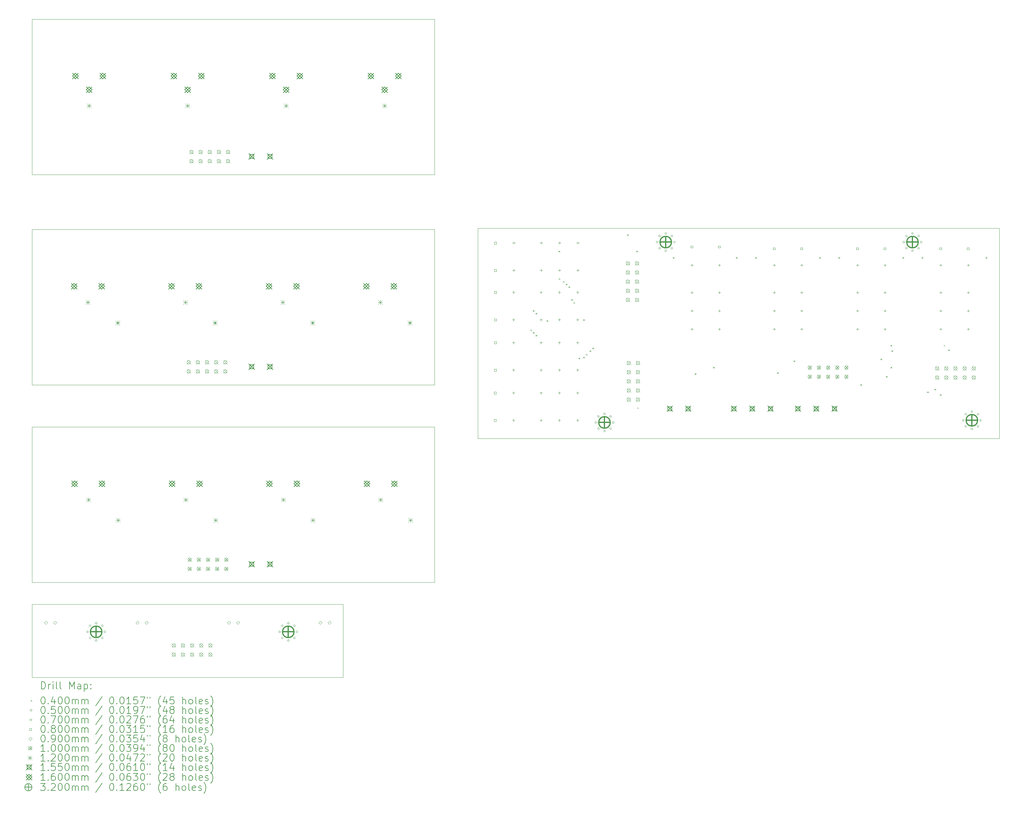
<source format=gbr>
%TF.GenerationSoftware,KiCad,Pcbnew,7.0.6*%
%TF.CreationDate,2023-11-23T12:49:05+01:00*%
%TF.ProjectId,EF_matrix,45465f6d-6174-4726-9978-2e6b69636164,rev?*%
%TF.SameCoordinates,Original*%
%TF.FileFunction,Drillmap*%
%TF.FilePolarity,Positive*%
%FSLAX45Y45*%
G04 Gerber Fmt 4.5, Leading zero omitted, Abs format (unit mm)*
G04 Created by KiCad (PCBNEW 7.0.6) date 2023-11-23 12:49:05*
%MOMM*%
%LPD*%
G01*
G04 APERTURE LIST*
%ADD10C,0.100000*%
%ADD11C,0.200000*%
%ADD12C,0.040000*%
%ADD13C,0.050000*%
%ADD14C,0.070000*%
%ADD15C,0.080000*%
%ADD16C,0.090000*%
%ADD17C,0.120000*%
%ADD18C,0.155000*%
%ADD19C,0.160000*%
%ADD20C,0.320000*%
G04 APERTURE END LIST*
D10*
X1270000Y-12597400D02*
X12446000Y-12597400D01*
X12446000Y-16915400D01*
X1270000Y-16915400D01*
X1270000Y-12597400D01*
X1270000Y-1270000D02*
X12446000Y-1270000D01*
X12446000Y-5588000D01*
X1270000Y-5588000D01*
X1270000Y-1270000D01*
X1270000Y-17526000D02*
X9906000Y-17526000D01*
X9906000Y-19558000D01*
X1270000Y-19558000D01*
X1270000Y-17526000D01*
X1270000Y-7112000D02*
X12446000Y-7112000D01*
X12446000Y-11430000D01*
X1270000Y-11430000D01*
X1270000Y-7112000D01*
X28125405Y-7078150D02*
X13647405Y-7078150D01*
X13647405Y-12920150D01*
X28125405Y-12920150D01*
X28125405Y-7078150D01*
D11*
D12*
X15101586Y-9888469D02*
X15141586Y-9928469D01*
X15141586Y-9888469D02*
X15101586Y-9928469D01*
X15172900Y-9348900D02*
X15212900Y-9388900D01*
X15212900Y-9348900D02*
X15172900Y-9388900D01*
X15172900Y-9958500D02*
X15212900Y-9998500D01*
X15212900Y-9958500D02*
X15172900Y-9998500D01*
X15249100Y-9425100D02*
X15289100Y-9465100D01*
X15289100Y-9425100D02*
X15249100Y-9465100D01*
X15249100Y-10034700D02*
X15289100Y-10074700D01*
X15289100Y-10034700D02*
X15249100Y-10074700D01*
X15553900Y-9628300D02*
X15593900Y-9668300D01*
X15593900Y-9628300D02*
X15553900Y-9668300D01*
X15884100Y-7697900D02*
X15924100Y-7737900D01*
X15924100Y-7697900D02*
X15884100Y-7737900D01*
X15887350Y-8463150D02*
X15927350Y-8503150D01*
X15927350Y-8463150D02*
X15887350Y-8503150D01*
X16011100Y-8541625D02*
X16051100Y-8581625D01*
X16051100Y-8541625D02*
X16011100Y-8581625D01*
X16087300Y-8612300D02*
X16127300Y-8652300D01*
X16127300Y-8612300D02*
X16087300Y-8652300D01*
X16163500Y-8688500D02*
X16203500Y-8728500D01*
X16203500Y-8688500D02*
X16163500Y-8728500D01*
X16239700Y-9044100D02*
X16279700Y-9084100D01*
X16279700Y-9044100D02*
X16239700Y-9084100D01*
X16295142Y-9127264D02*
X16335142Y-9167264D01*
X16335142Y-9127264D02*
X16295142Y-9167264D01*
X16442900Y-10669700D02*
X16482900Y-10709700D01*
X16482900Y-10669700D02*
X16442900Y-10709700D01*
X16569900Y-9602900D02*
X16609900Y-9642900D01*
X16609900Y-9602900D02*
X16569900Y-9642900D01*
X16569900Y-10644300D02*
X16609900Y-10684300D01*
X16609900Y-10644300D02*
X16569900Y-10684300D01*
X16642350Y-10561136D02*
X16682350Y-10601136D01*
X16682350Y-10561136D02*
X16642350Y-10601136D01*
X16747700Y-10466500D02*
X16787700Y-10506500D01*
X16787700Y-10466500D02*
X16747700Y-10506500D01*
X16823900Y-10390300D02*
X16863900Y-10430300D01*
X16863900Y-10390300D02*
X16823900Y-10430300D01*
X17789100Y-7240700D02*
X17829100Y-7280700D01*
X17829100Y-7240700D02*
X17789100Y-7280700D01*
X18043100Y-7697900D02*
X18083100Y-7737900D01*
X18083100Y-7697900D02*
X18043100Y-7737900D01*
X18070500Y-12050150D02*
X18110500Y-12090150D01*
X18110500Y-12050150D02*
X18070500Y-12090150D01*
X19059100Y-7875700D02*
X19099100Y-7915700D01*
X19099100Y-7875700D02*
X19059100Y-7915700D01*
X19668700Y-11101500D02*
X19708700Y-11141500D01*
X19708700Y-11101500D02*
X19668700Y-11141500D01*
X20176700Y-10923700D02*
X20216700Y-10963700D01*
X20216700Y-10923700D02*
X20176700Y-10963700D01*
X20811700Y-7875700D02*
X20851700Y-7915700D01*
X20851700Y-7875700D02*
X20811700Y-7915700D01*
X21345100Y-7875700D02*
X21385100Y-7915700D01*
X21385100Y-7875700D02*
X21345100Y-7915700D01*
X21954700Y-11076100D02*
X21994700Y-11116100D01*
X21994700Y-11076100D02*
X21954700Y-11116100D01*
X22411900Y-10745900D02*
X22451900Y-10785900D01*
X22451900Y-10745900D02*
X22411900Y-10785900D01*
X23123100Y-7875700D02*
X23163100Y-7915700D01*
X23163100Y-7875700D02*
X23123100Y-7915700D01*
X23656500Y-7875700D02*
X23696500Y-7915700D01*
X23696500Y-7875700D02*
X23656500Y-7915700D01*
X24266100Y-11406300D02*
X24306100Y-11446300D01*
X24306100Y-11406300D02*
X24266100Y-11446300D01*
X24824900Y-10695100D02*
X24864900Y-10735100D01*
X24864900Y-10695100D02*
X24824900Y-10735100D01*
X24977300Y-11177700D02*
X25017300Y-11217700D01*
X25017300Y-11177700D02*
X24977300Y-11217700D01*
X25104300Y-10314100D02*
X25144300Y-10354100D01*
X25144300Y-10314100D02*
X25104300Y-10354100D01*
X25104300Y-10923700D02*
X25144300Y-10963700D01*
X25144300Y-10923700D02*
X25104300Y-10963700D01*
X25129700Y-10466500D02*
X25169700Y-10506500D01*
X25169700Y-10466500D02*
X25129700Y-10506500D01*
X25434500Y-7875700D02*
X25474500Y-7915700D01*
X25474500Y-7875700D02*
X25434500Y-7915700D01*
X25967900Y-7875700D02*
X26007900Y-7915700D01*
X26007900Y-7875700D02*
X25967900Y-7915700D01*
X26120300Y-11609500D02*
X26160300Y-11649500D01*
X26160300Y-11609500D02*
X26120300Y-11649500D01*
X26323500Y-11533300D02*
X26363500Y-11573300D01*
X26363500Y-11533300D02*
X26323500Y-11573300D01*
X26475900Y-11685700D02*
X26515900Y-11725700D01*
X26515900Y-11685700D02*
X26475900Y-11725700D01*
X26578400Y-10314100D02*
X26618400Y-10354100D01*
X26618400Y-10314100D02*
X26578400Y-10354100D01*
X26704500Y-10441100D02*
X26744500Y-10481100D01*
X26744500Y-10441100D02*
X26704500Y-10481100D01*
X27745900Y-7875700D02*
X27785900Y-7915700D01*
X27785900Y-7875700D02*
X27745900Y-7915700D01*
D13*
X2833000Y-18288000D02*
G75*
G03*
X2833000Y-18288000I-25000J0D01*
G01*
X2903294Y-18118294D02*
G75*
G03*
X2903294Y-18118294I-25000J0D01*
G01*
X2903294Y-18457706D02*
G75*
G03*
X2903294Y-18457706I-25000J0D01*
G01*
X3073000Y-18048000D02*
G75*
G03*
X3073000Y-18048000I-25000J0D01*
G01*
X3073000Y-18528000D02*
G75*
G03*
X3073000Y-18528000I-25000J0D01*
G01*
X3242706Y-18118294D02*
G75*
G03*
X3242706Y-18118294I-25000J0D01*
G01*
X3242706Y-18457706D02*
G75*
G03*
X3242706Y-18457706I-25000J0D01*
G01*
X3313000Y-18288000D02*
G75*
G03*
X3313000Y-18288000I-25000J0D01*
G01*
X8167000Y-18288000D02*
G75*
G03*
X8167000Y-18288000I-25000J0D01*
G01*
X8237294Y-18118294D02*
G75*
G03*
X8237294Y-18118294I-25000J0D01*
G01*
X8237294Y-18457706D02*
G75*
G03*
X8237294Y-18457706I-25000J0D01*
G01*
X8407000Y-18048000D02*
G75*
G03*
X8407000Y-18048000I-25000J0D01*
G01*
X8407000Y-18528000D02*
G75*
G03*
X8407000Y-18528000I-25000J0D01*
G01*
X8576706Y-18118294D02*
G75*
G03*
X8576706Y-18118294I-25000J0D01*
G01*
X8576706Y-18457706D02*
G75*
G03*
X8576706Y-18457706I-25000J0D01*
G01*
X8647000Y-18288000D02*
G75*
G03*
X8647000Y-18288000I-25000J0D01*
G01*
X16946405Y-12470150D02*
G75*
G03*
X16946405Y-12470150I-25000J0D01*
G01*
X17016700Y-12300444D02*
G75*
G03*
X17016700Y-12300444I-25000J0D01*
G01*
X17016700Y-12639856D02*
G75*
G03*
X17016700Y-12639856I-25000J0D01*
G01*
X17186405Y-12230150D02*
G75*
G03*
X17186405Y-12230150I-25000J0D01*
G01*
X17186405Y-12710150D02*
G75*
G03*
X17186405Y-12710150I-25000J0D01*
G01*
X17356111Y-12300444D02*
G75*
G03*
X17356111Y-12300444I-25000J0D01*
G01*
X17356111Y-12639856D02*
G75*
G03*
X17356111Y-12639856I-25000J0D01*
G01*
X17426405Y-12470150D02*
G75*
G03*
X17426405Y-12470150I-25000J0D01*
G01*
X18646405Y-7459150D02*
G75*
G03*
X18646405Y-7459150I-25000J0D01*
G01*
X18716700Y-7289444D02*
G75*
G03*
X18716700Y-7289444I-25000J0D01*
G01*
X18716700Y-7628856D02*
G75*
G03*
X18716700Y-7628856I-25000J0D01*
G01*
X18886405Y-7219150D02*
G75*
G03*
X18886405Y-7219150I-25000J0D01*
G01*
X18886405Y-7699150D02*
G75*
G03*
X18886405Y-7699150I-25000J0D01*
G01*
X19056111Y-7289444D02*
G75*
G03*
X19056111Y-7289444I-25000J0D01*
G01*
X19056111Y-7628856D02*
G75*
G03*
X19056111Y-7628856I-25000J0D01*
G01*
X19126405Y-7459150D02*
G75*
G03*
X19126405Y-7459150I-25000J0D01*
G01*
X25497405Y-7459150D02*
G75*
G03*
X25497405Y-7459150I-25000J0D01*
G01*
X25567700Y-7289444D02*
G75*
G03*
X25567700Y-7289444I-25000J0D01*
G01*
X25567700Y-7628856D02*
G75*
G03*
X25567700Y-7628856I-25000J0D01*
G01*
X25737405Y-7219150D02*
G75*
G03*
X25737405Y-7219150I-25000J0D01*
G01*
X25737405Y-7699150D02*
G75*
G03*
X25737405Y-7699150I-25000J0D01*
G01*
X25907111Y-7289444D02*
G75*
G03*
X25907111Y-7289444I-25000J0D01*
G01*
X25907111Y-7628856D02*
G75*
G03*
X25907111Y-7628856I-25000J0D01*
G01*
X25977405Y-7459150D02*
G75*
G03*
X25977405Y-7459150I-25000J0D01*
G01*
X27146405Y-12410150D02*
G75*
G03*
X27146405Y-12410150I-25000J0D01*
G01*
X27216700Y-12240444D02*
G75*
G03*
X27216700Y-12240444I-25000J0D01*
G01*
X27216700Y-12579856D02*
G75*
G03*
X27216700Y-12579856I-25000J0D01*
G01*
X27386405Y-12170150D02*
G75*
G03*
X27386405Y-12170150I-25000J0D01*
G01*
X27386405Y-12650150D02*
G75*
G03*
X27386405Y-12650150I-25000J0D01*
G01*
X27556111Y-12240444D02*
G75*
G03*
X27556111Y-12240444I-25000J0D01*
G01*
X27556111Y-12579856D02*
G75*
G03*
X27556111Y-12579856I-25000J0D01*
G01*
X27626405Y-12410150D02*
G75*
G03*
X27626405Y-12410150I-25000J0D01*
G01*
D14*
X14634100Y-11615150D02*
X14634100Y-11685150D01*
X14599100Y-11650150D02*
X14669100Y-11650150D01*
X14634100Y-12377150D02*
X14634100Y-12447150D01*
X14599100Y-12412150D02*
X14669100Y-12412150D01*
X14637350Y-8821150D02*
X14637350Y-8891150D01*
X14602350Y-8856150D02*
X14672350Y-8856150D01*
X14637350Y-9583150D02*
X14637350Y-9653150D01*
X14602350Y-9618150D02*
X14672350Y-9618150D01*
X14637350Y-10218150D02*
X14637350Y-10288150D01*
X14602350Y-10253150D02*
X14672350Y-10253150D01*
X14637350Y-10980150D02*
X14637350Y-11050150D01*
X14602350Y-11015150D02*
X14672350Y-11015150D01*
X14640600Y-7444800D02*
X14640600Y-7514800D01*
X14605600Y-7479800D02*
X14675600Y-7479800D01*
X14640600Y-8206800D02*
X14640600Y-8276800D01*
X14605600Y-8241800D02*
X14675600Y-8241800D01*
X15396100Y-11615150D02*
X15396100Y-11685150D01*
X15361100Y-11650150D02*
X15431100Y-11650150D01*
X15396100Y-12377150D02*
X15396100Y-12447150D01*
X15361100Y-12412150D02*
X15431100Y-12412150D01*
X15399350Y-8821150D02*
X15399350Y-8891150D01*
X15364350Y-8856150D02*
X15434350Y-8856150D01*
X15399350Y-9583150D02*
X15399350Y-9653150D01*
X15364350Y-9618150D02*
X15434350Y-9618150D01*
X15399350Y-10218150D02*
X15399350Y-10288150D01*
X15364350Y-10253150D02*
X15434350Y-10253150D01*
X15399350Y-10980150D02*
X15399350Y-11050150D01*
X15364350Y-11015150D02*
X15434350Y-11015150D01*
X15402600Y-7444800D02*
X15402600Y-7514800D01*
X15367600Y-7479800D02*
X15437600Y-7479800D01*
X15402600Y-8206800D02*
X15402600Y-8276800D01*
X15367600Y-8241800D02*
X15437600Y-8241800D01*
X15904100Y-11615150D02*
X15904100Y-11685150D01*
X15869100Y-11650150D02*
X15939100Y-11650150D01*
X15904100Y-12377150D02*
X15904100Y-12447150D01*
X15869100Y-12412150D02*
X15939100Y-12412150D01*
X15907350Y-8821150D02*
X15907350Y-8891150D01*
X15872350Y-8856150D02*
X15942350Y-8856150D01*
X15907350Y-9583150D02*
X15907350Y-9653150D01*
X15872350Y-9618150D02*
X15942350Y-9618150D01*
X15907350Y-10218150D02*
X15907350Y-10288150D01*
X15872350Y-10253150D02*
X15942350Y-10253150D01*
X15907350Y-10980150D02*
X15907350Y-11050150D01*
X15872350Y-11015150D02*
X15942350Y-11015150D01*
X15910600Y-7444800D02*
X15910600Y-7514800D01*
X15875600Y-7479800D02*
X15945600Y-7479800D01*
X15910600Y-8206800D02*
X15910600Y-8276800D01*
X15875600Y-8241800D02*
X15945600Y-8241800D01*
X16412100Y-11615150D02*
X16412100Y-11685150D01*
X16377100Y-11650150D02*
X16447100Y-11650150D01*
X16412100Y-12377150D02*
X16412100Y-12447150D01*
X16377100Y-12412150D02*
X16447100Y-12412150D01*
X16415350Y-8821150D02*
X16415350Y-8891150D01*
X16380350Y-8856150D02*
X16450350Y-8856150D01*
X16415350Y-9583150D02*
X16415350Y-9653150D01*
X16380350Y-9618150D02*
X16450350Y-9618150D01*
X16415350Y-10218150D02*
X16415350Y-10288150D01*
X16380350Y-10253150D02*
X16450350Y-10253150D01*
X16415350Y-10980150D02*
X16415350Y-11050150D01*
X16380350Y-11015150D02*
X16450350Y-11015150D01*
X16418600Y-7444800D02*
X16418600Y-7514800D01*
X16383600Y-7479800D02*
X16453600Y-7479800D01*
X16418600Y-8206800D02*
X16418600Y-8276800D01*
X16383600Y-8241800D02*
X16453600Y-8241800D01*
X19587100Y-8063900D02*
X19587100Y-8133900D01*
X19552100Y-8098900D02*
X19622100Y-8098900D01*
X19587100Y-8825900D02*
X19587100Y-8895900D01*
X19552100Y-8860900D02*
X19622100Y-8860900D01*
X19587100Y-9333900D02*
X19587100Y-9403900D01*
X19552100Y-9368900D02*
X19622100Y-9368900D01*
X19587100Y-9841900D02*
X19587100Y-9911900D01*
X19552100Y-9876900D02*
X19622100Y-9876900D01*
X20349100Y-8063900D02*
X20349100Y-8133900D01*
X20314100Y-8098900D02*
X20384100Y-8098900D01*
X20349100Y-8825900D02*
X20349100Y-8895900D01*
X20314100Y-8860900D02*
X20384100Y-8860900D01*
X20349100Y-9333900D02*
X20349100Y-9403900D01*
X20314100Y-9368900D02*
X20384100Y-9368900D01*
X20349100Y-9841900D02*
X20349100Y-9911900D01*
X20314100Y-9876900D02*
X20384100Y-9876900D01*
X21873100Y-8063900D02*
X21873100Y-8133900D01*
X21838100Y-8098900D02*
X21908100Y-8098900D01*
X21873100Y-8825900D02*
X21873100Y-8895900D01*
X21838100Y-8860900D02*
X21908100Y-8860900D01*
X21873100Y-9333900D02*
X21873100Y-9403900D01*
X21838100Y-9368900D02*
X21908100Y-9368900D01*
X21873100Y-9841900D02*
X21873100Y-9911900D01*
X21838100Y-9876900D02*
X21908100Y-9876900D01*
X22635100Y-8063900D02*
X22635100Y-8133900D01*
X22600100Y-8098900D02*
X22670100Y-8098900D01*
X22635100Y-8825900D02*
X22635100Y-8895900D01*
X22600100Y-8860900D02*
X22670100Y-8860900D01*
X22635100Y-9333900D02*
X22635100Y-9403900D01*
X22600100Y-9368900D02*
X22670100Y-9368900D01*
X22635100Y-9841900D02*
X22635100Y-9911900D01*
X22600100Y-9876900D02*
X22670100Y-9876900D01*
X24184500Y-8063900D02*
X24184500Y-8133900D01*
X24149500Y-8098900D02*
X24219500Y-8098900D01*
X24184500Y-8825900D02*
X24184500Y-8895900D01*
X24149500Y-8860900D02*
X24219500Y-8860900D01*
X24184500Y-9333900D02*
X24184500Y-9403900D01*
X24149500Y-9368900D02*
X24219500Y-9368900D01*
X24184500Y-9841900D02*
X24184500Y-9911900D01*
X24149500Y-9876900D02*
X24219500Y-9876900D01*
X24946500Y-8063900D02*
X24946500Y-8133900D01*
X24911500Y-8098900D02*
X24981500Y-8098900D01*
X24946500Y-8825900D02*
X24946500Y-8895900D01*
X24911500Y-8860900D02*
X24981500Y-8860900D01*
X24946500Y-9333900D02*
X24946500Y-9403900D01*
X24911500Y-9368900D02*
X24981500Y-9368900D01*
X24946500Y-9841900D02*
X24946500Y-9911900D01*
X24911500Y-9876900D02*
X24981500Y-9876900D01*
X26495900Y-8063900D02*
X26495900Y-8133900D01*
X26460900Y-8098900D02*
X26530900Y-8098900D01*
X26495900Y-8825900D02*
X26495900Y-8895900D01*
X26460900Y-8860900D02*
X26530900Y-8860900D01*
X26495900Y-9333900D02*
X26495900Y-9403900D01*
X26460900Y-9368900D02*
X26530900Y-9368900D01*
X26495900Y-9841900D02*
X26495900Y-9911900D01*
X26460900Y-9876900D02*
X26530900Y-9876900D01*
X27257900Y-8063900D02*
X27257900Y-8133900D01*
X27222900Y-8098900D02*
X27292900Y-8098900D01*
X27257900Y-8825900D02*
X27257900Y-8895900D01*
X27222900Y-8860900D02*
X27292900Y-8860900D01*
X27257900Y-9333900D02*
X27257900Y-9403900D01*
X27222900Y-9368900D02*
X27292900Y-9368900D01*
X27257900Y-9841900D02*
X27257900Y-9911900D01*
X27222900Y-9876900D02*
X27292900Y-9876900D01*
D15*
X14154384Y-11678434D02*
X14154384Y-11621865D01*
X14097815Y-11621865D01*
X14097815Y-11678434D01*
X14154384Y-11678434D01*
X14154384Y-12440434D02*
X14154384Y-12383865D01*
X14097815Y-12383865D01*
X14097815Y-12440434D01*
X14154384Y-12440434D01*
X14157634Y-7512834D02*
X14157634Y-7456265D01*
X14101065Y-7456265D01*
X14101065Y-7512834D01*
X14157634Y-7512834D01*
X14157634Y-8274834D02*
X14157634Y-8218265D01*
X14101065Y-8218265D01*
X14101065Y-8274834D01*
X14157634Y-8274834D01*
X14157634Y-8884435D02*
X14157634Y-8827866D01*
X14101065Y-8827866D01*
X14101065Y-8884435D01*
X14157634Y-8884435D01*
X14157634Y-9646435D02*
X14157634Y-9589866D01*
X14101065Y-9589866D01*
X14101065Y-9646435D01*
X14157634Y-9646435D01*
X14157634Y-10281435D02*
X14157634Y-10224866D01*
X14101065Y-10224866D01*
X14101065Y-10281435D01*
X14157634Y-10281435D01*
X14157634Y-11043435D02*
X14157634Y-10986866D01*
X14101065Y-10986866D01*
X14101065Y-11043435D01*
X14157634Y-11043435D01*
X19615385Y-7619184D02*
X19615385Y-7562615D01*
X19558816Y-7562615D01*
X19558816Y-7619184D01*
X19615385Y-7619184D01*
X20377385Y-7619184D02*
X20377385Y-7562615D01*
X20320816Y-7562615D01*
X20320816Y-7619184D01*
X20377385Y-7619184D01*
X21901385Y-7669984D02*
X21901385Y-7613415D01*
X21844816Y-7613415D01*
X21844816Y-7669984D01*
X21901385Y-7669984D01*
X22663384Y-7669984D02*
X22663384Y-7613415D01*
X22606815Y-7613415D01*
X22606815Y-7669984D01*
X22663384Y-7669984D01*
X24212784Y-7669984D02*
X24212784Y-7613415D01*
X24156215Y-7613415D01*
X24156215Y-7669984D01*
X24212784Y-7669984D01*
X24974784Y-7669984D02*
X24974784Y-7613415D01*
X24918215Y-7613415D01*
X24918215Y-7669984D01*
X24974784Y-7669984D01*
X26524184Y-7669984D02*
X26524184Y-7613415D01*
X26467615Y-7613415D01*
X26467615Y-7669984D01*
X26524184Y-7669984D01*
X27286184Y-7669984D02*
X27286184Y-7613415D01*
X27229615Y-7613415D01*
X27229615Y-7669984D01*
X27286184Y-7669984D01*
D16*
X1650500Y-18079000D02*
X1695500Y-18034000D01*
X1650500Y-17989000D01*
X1605500Y-18034000D01*
X1650500Y-18079000D01*
X1904500Y-18079000D02*
X1949500Y-18034000D01*
X1904500Y-17989000D01*
X1859500Y-18034000D01*
X1904500Y-18079000D01*
X4190500Y-18079000D02*
X4235500Y-18034000D01*
X4190500Y-17989000D01*
X4145500Y-18034000D01*
X4190500Y-18079000D01*
X4444500Y-18079000D02*
X4489500Y-18034000D01*
X4444500Y-17989000D01*
X4399500Y-18034000D01*
X4444500Y-18079000D01*
X6730500Y-18079000D02*
X6775500Y-18034000D01*
X6730500Y-17989000D01*
X6685500Y-18034000D01*
X6730500Y-18079000D01*
X6984500Y-18079000D02*
X7029500Y-18034000D01*
X6984500Y-17989000D01*
X6939500Y-18034000D01*
X6984500Y-18079000D01*
X9270500Y-18079000D02*
X9315500Y-18034000D01*
X9270500Y-17989000D01*
X9225500Y-18034000D01*
X9270500Y-18079000D01*
X9524500Y-18079000D02*
X9569500Y-18034000D01*
X9524500Y-17989000D01*
X9479500Y-18034000D01*
X9524500Y-18079000D01*
D10*
X5154000Y-18617000D02*
X5254000Y-18717000D01*
X5254000Y-18617000D02*
X5154000Y-18717000D01*
X5254000Y-18667000D02*
G75*
G03*
X5254000Y-18667000I-50000J0D01*
G01*
X5154000Y-18871000D02*
X5254000Y-18971000D01*
X5254000Y-18871000D02*
X5154000Y-18971000D01*
X5254000Y-18921000D02*
G75*
G03*
X5254000Y-18921000I-50000J0D01*
G01*
X5408000Y-18617000D02*
X5508000Y-18717000D01*
X5508000Y-18617000D02*
X5408000Y-18717000D01*
X5508000Y-18667000D02*
G75*
G03*
X5508000Y-18667000I-50000J0D01*
G01*
X5408000Y-18871000D02*
X5508000Y-18971000D01*
X5508000Y-18871000D02*
X5408000Y-18971000D01*
X5508000Y-18921000D02*
G75*
G03*
X5508000Y-18921000I-50000J0D01*
G01*
X5566400Y-10747000D02*
X5666400Y-10847000D01*
X5666400Y-10747000D02*
X5566400Y-10847000D01*
X5666400Y-10797000D02*
G75*
G03*
X5666400Y-10797000I-50000J0D01*
G01*
X5566400Y-11001000D02*
X5666400Y-11101000D01*
X5666400Y-11001000D02*
X5566400Y-11101000D01*
X5666400Y-11051000D02*
G75*
G03*
X5666400Y-11051000I-50000J0D01*
G01*
X5591800Y-16232400D02*
X5691800Y-16332400D01*
X5691800Y-16232400D02*
X5591800Y-16332400D01*
X5691800Y-16282400D02*
G75*
G03*
X5691800Y-16282400I-50000J0D01*
G01*
X5591800Y-16486400D02*
X5691800Y-16586400D01*
X5691800Y-16486400D02*
X5591800Y-16586400D01*
X5691800Y-16536400D02*
G75*
G03*
X5691800Y-16536400I-50000J0D01*
G01*
X5642600Y-4905000D02*
X5742600Y-5005000D01*
X5742600Y-4905000D02*
X5642600Y-5005000D01*
X5742600Y-4955000D02*
G75*
G03*
X5742600Y-4955000I-50000J0D01*
G01*
X5642600Y-5159000D02*
X5742600Y-5259000D01*
X5742600Y-5159000D02*
X5642600Y-5259000D01*
X5742600Y-5209000D02*
G75*
G03*
X5742600Y-5209000I-50000J0D01*
G01*
X5662000Y-18617000D02*
X5762000Y-18717000D01*
X5762000Y-18617000D02*
X5662000Y-18717000D01*
X5762000Y-18667000D02*
G75*
G03*
X5762000Y-18667000I-50000J0D01*
G01*
X5662000Y-18871000D02*
X5762000Y-18971000D01*
X5762000Y-18871000D02*
X5662000Y-18971000D01*
X5762000Y-18921000D02*
G75*
G03*
X5762000Y-18921000I-50000J0D01*
G01*
X5820400Y-10747000D02*
X5920400Y-10847000D01*
X5920400Y-10747000D02*
X5820400Y-10847000D01*
X5920400Y-10797000D02*
G75*
G03*
X5920400Y-10797000I-50000J0D01*
G01*
X5820400Y-11001000D02*
X5920400Y-11101000D01*
X5920400Y-11001000D02*
X5820400Y-11101000D01*
X5920400Y-11051000D02*
G75*
G03*
X5920400Y-11051000I-50000J0D01*
G01*
X5845800Y-16232400D02*
X5945800Y-16332400D01*
X5945800Y-16232400D02*
X5845800Y-16332400D01*
X5945800Y-16282400D02*
G75*
G03*
X5945800Y-16282400I-50000J0D01*
G01*
X5845800Y-16486400D02*
X5945800Y-16586400D01*
X5945800Y-16486400D02*
X5845800Y-16586400D01*
X5945800Y-16536400D02*
G75*
G03*
X5945800Y-16536400I-50000J0D01*
G01*
X5896600Y-4905000D02*
X5996600Y-5005000D01*
X5996600Y-4905000D02*
X5896600Y-5005000D01*
X5996600Y-4955000D02*
G75*
G03*
X5996600Y-4955000I-50000J0D01*
G01*
X5896600Y-5159000D02*
X5996600Y-5259000D01*
X5996600Y-5159000D02*
X5896600Y-5259000D01*
X5996600Y-5209000D02*
G75*
G03*
X5996600Y-5209000I-50000J0D01*
G01*
X5916000Y-18617000D02*
X6016000Y-18717000D01*
X6016000Y-18617000D02*
X5916000Y-18717000D01*
X6016000Y-18667000D02*
G75*
G03*
X6016000Y-18667000I-50000J0D01*
G01*
X5916000Y-18871000D02*
X6016000Y-18971000D01*
X6016000Y-18871000D02*
X5916000Y-18971000D01*
X6016000Y-18921000D02*
G75*
G03*
X6016000Y-18921000I-50000J0D01*
G01*
X6074400Y-10747000D02*
X6174400Y-10847000D01*
X6174400Y-10747000D02*
X6074400Y-10847000D01*
X6174400Y-10797000D02*
G75*
G03*
X6174400Y-10797000I-50000J0D01*
G01*
X6074400Y-11001000D02*
X6174400Y-11101000D01*
X6174400Y-11001000D02*
X6074400Y-11101000D01*
X6174400Y-11051000D02*
G75*
G03*
X6174400Y-11051000I-50000J0D01*
G01*
X6099800Y-16232400D02*
X6199800Y-16332400D01*
X6199800Y-16232400D02*
X6099800Y-16332400D01*
X6199800Y-16282400D02*
G75*
G03*
X6199800Y-16282400I-50000J0D01*
G01*
X6099800Y-16486400D02*
X6199800Y-16586400D01*
X6199800Y-16486400D02*
X6099800Y-16586400D01*
X6199800Y-16536400D02*
G75*
G03*
X6199800Y-16536400I-50000J0D01*
G01*
X6150600Y-4905000D02*
X6250600Y-5005000D01*
X6250600Y-4905000D02*
X6150600Y-5005000D01*
X6250600Y-4955000D02*
G75*
G03*
X6250600Y-4955000I-50000J0D01*
G01*
X6150600Y-5159000D02*
X6250600Y-5259000D01*
X6250600Y-5159000D02*
X6150600Y-5259000D01*
X6250600Y-5209000D02*
G75*
G03*
X6250600Y-5209000I-50000J0D01*
G01*
X6170000Y-18617000D02*
X6270000Y-18717000D01*
X6270000Y-18617000D02*
X6170000Y-18717000D01*
X6270000Y-18667000D02*
G75*
G03*
X6270000Y-18667000I-50000J0D01*
G01*
X6170000Y-18871000D02*
X6270000Y-18971000D01*
X6270000Y-18871000D02*
X6170000Y-18971000D01*
X6270000Y-18921000D02*
G75*
G03*
X6270000Y-18921000I-50000J0D01*
G01*
X6328400Y-10747000D02*
X6428400Y-10847000D01*
X6428400Y-10747000D02*
X6328400Y-10847000D01*
X6428400Y-10797000D02*
G75*
G03*
X6428400Y-10797000I-50000J0D01*
G01*
X6328400Y-11001000D02*
X6428400Y-11101000D01*
X6428400Y-11001000D02*
X6328400Y-11101000D01*
X6428400Y-11051000D02*
G75*
G03*
X6428400Y-11051000I-50000J0D01*
G01*
X6353800Y-16232400D02*
X6453800Y-16332400D01*
X6453800Y-16232400D02*
X6353800Y-16332400D01*
X6453800Y-16282400D02*
G75*
G03*
X6453800Y-16282400I-50000J0D01*
G01*
X6353800Y-16486400D02*
X6453800Y-16586400D01*
X6453800Y-16486400D02*
X6353800Y-16586400D01*
X6453800Y-16536400D02*
G75*
G03*
X6453800Y-16536400I-50000J0D01*
G01*
X6404600Y-4905000D02*
X6504600Y-5005000D01*
X6504600Y-4905000D02*
X6404600Y-5005000D01*
X6504600Y-4955000D02*
G75*
G03*
X6504600Y-4955000I-50000J0D01*
G01*
X6404600Y-5159000D02*
X6504600Y-5259000D01*
X6504600Y-5159000D02*
X6404600Y-5259000D01*
X6504600Y-5209000D02*
G75*
G03*
X6504600Y-5209000I-50000J0D01*
G01*
X6582400Y-10747000D02*
X6682400Y-10847000D01*
X6682400Y-10747000D02*
X6582400Y-10847000D01*
X6682400Y-10797000D02*
G75*
G03*
X6682400Y-10797000I-50000J0D01*
G01*
X6582400Y-11001000D02*
X6682400Y-11101000D01*
X6682400Y-11001000D02*
X6582400Y-11101000D01*
X6682400Y-11051000D02*
G75*
G03*
X6682400Y-11051000I-50000J0D01*
G01*
X6607800Y-16232400D02*
X6707800Y-16332400D01*
X6707800Y-16232400D02*
X6607800Y-16332400D01*
X6707800Y-16282400D02*
G75*
G03*
X6707800Y-16282400I-50000J0D01*
G01*
X6607800Y-16486400D02*
X6707800Y-16586400D01*
X6707800Y-16486400D02*
X6607800Y-16586400D01*
X6707800Y-16536400D02*
G75*
G03*
X6707800Y-16536400I-50000J0D01*
G01*
X6658600Y-4905000D02*
X6758600Y-5005000D01*
X6758600Y-4905000D02*
X6658600Y-5005000D01*
X6758600Y-4955000D02*
G75*
G03*
X6758600Y-4955000I-50000J0D01*
G01*
X6658600Y-5159000D02*
X6758600Y-5259000D01*
X6758600Y-5159000D02*
X6658600Y-5259000D01*
X6758600Y-5209000D02*
G75*
G03*
X6758600Y-5209000I-50000J0D01*
G01*
X17759100Y-7998100D02*
X17859100Y-8098100D01*
X17859100Y-7998100D02*
X17759100Y-8098100D01*
X17859100Y-8048100D02*
G75*
G03*
X17859100Y-8048100I-50000J0D01*
G01*
X17759100Y-8252100D02*
X17859100Y-8352100D01*
X17859100Y-8252100D02*
X17759100Y-8352100D01*
X17859100Y-8302100D02*
G75*
G03*
X17859100Y-8302100I-50000J0D01*
G01*
X17759100Y-8506100D02*
X17859100Y-8606100D01*
X17859100Y-8506100D02*
X17759100Y-8606100D01*
X17859100Y-8556100D02*
G75*
G03*
X17859100Y-8556100I-50000J0D01*
G01*
X17759100Y-8760100D02*
X17859100Y-8860100D01*
X17859100Y-8760100D02*
X17759100Y-8860100D01*
X17859100Y-8810100D02*
G75*
G03*
X17859100Y-8810100I-50000J0D01*
G01*
X17759100Y-9014100D02*
X17859100Y-9114100D01*
X17859100Y-9014100D02*
X17759100Y-9114100D01*
X17859100Y-9064100D02*
G75*
G03*
X17859100Y-9064100I-50000J0D01*
G01*
X17786500Y-10769700D02*
X17886500Y-10869700D01*
X17886500Y-10769700D02*
X17786500Y-10869700D01*
X17886500Y-10819700D02*
G75*
G03*
X17886500Y-10819700I-50000J0D01*
G01*
X17786500Y-11023700D02*
X17886500Y-11123700D01*
X17886500Y-11023700D02*
X17786500Y-11123700D01*
X17886500Y-11073700D02*
G75*
G03*
X17886500Y-11073700I-50000J0D01*
G01*
X17786500Y-11277700D02*
X17886500Y-11377700D01*
X17886500Y-11277700D02*
X17786500Y-11377700D01*
X17886500Y-11327700D02*
G75*
G03*
X17886500Y-11327700I-50000J0D01*
G01*
X17786500Y-11531700D02*
X17886500Y-11631700D01*
X17886500Y-11531700D02*
X17786500Y-11631700D01*
X17886500Y-11581700D02*
G75*
G03*
X17886500Y-11581700I-50000J0D01*
G01*
X17786500Y-11785700D02*
X17886500Y-11885700D01*
X17886500Y-11785700D02*
X17786500Y-11885700D01*
X17886500Y-11835700D02*
G75*
G03*
X17886500Y-11835700I-50000J0D01*
G01*
X18013100Y-7998100D02*
X18113100Y-8098100D01*
X18113100Y-7998100D02*
X18013100Y-8098100D01*
X18113100Y-8048100D02*
G75*
G03*
X18113100Y-8048100I-50000J0D01*
G01*
X18013100Y-8252100D02*
X18113100Y-8352100D01*
X18113100Y-8252100D02*
X18013100Y-8352100D01*
X18113100Y-8302100D02*
G75*
G03*
X18113100Y-8302100I-50000J0D01*
G01*
X18013100Y-8506100D02*
X18113100Y-8606100D01*
X18113100Y-8506100D02*
X18013100Y-8606100D01*
X18113100Y-8556100D02*
G75*
G03*
X18113100Y-8556100I-50000J0D01*
G01*
X18013100Y-8760100D02*
X18113100Y-8860100D01*
X18113100Y-8760100D02*
X18013100Y-8860100D01*
X18113100Y-8810100D02*
G75*
G03*
X18113100Y-8810100I-50000J0D01*
G01*
X18013100Y-9014100D02*
X18113100Y-9114100D01*
X18113100Y-9014100D02*
X18013100Y-9114100D01*
X18113100Y-9064100D02*
G75*
G03*
X18113100Y-9064100I-50000J0D01*
G01*
X18040500Y-10769700D02*
X18140500Y-10869700D01*
X18140500Y-10769700D02*
X18040500Y-10869700D01*
X18140500Y-10819700D02*
G75*
G03*
X18140500Y-10819700I-50000J0D01*
G01*
X18040500Y-11023700D02*
X18140500Y-11123700D01*
X18140500Y-11023700D02*
X18040500Y-11123700D01*
X18140500Y-11073700D02*
G75*
G03*
X18140500Y-11073700I-50000J0D01*
G01*
X18040500Y-11277700D02*
X18140500Y-11377700D01*
X18140500Y-11277700D02*
X18040500Y-11377700D01*
X18140500Y-11327700D02*
G75*
G03*
X18140500Y-11327700I-50000J0D01*
G01*
X18040500Y-11531700D02*
X18140500Y-11631700D01*
X18140500Y-11531700D02*
X18040500Y-11631700D01*
X18140500Y-11581700D02*
G75*
G03*
X18140500Y-11581700I-50000J0D01*
G01*
X18040500Y-11785700D02*
X18140500Y-11885700D01*
X18140500Y-11785700D02*
X18040500Y-11885700D01*
X18140500Y-11835700D02*
G75*
G03*
X18140500Y-11835700I-50000J0D01*
G01*
X22810700Y-10895700D02*
X22910700Y-10995700D01*
X22910700Y-10895700D02*
X22810700Y-10995700D01*
X22910700Y-10945700D02*
G75*
G03*
X22910700Y-10945700I-50000J0D01*
G01*
X22810700Y-11149700D02*
X22910700Y-11249700D01*
X22910700Y-11149700D02*
X22810700Y-11249700D01*
X22910700Y-11199700D02*
G75*
G03*
X22910700Y-11199700I-50000J0D01*
G01*
X23064700Y-10895700D02*
X23164700Y-10995700D01*
X23164700Y-10895700D02*
X23064700Y-10995700D01*
X23164700Y-10945700D02*
G75*
G03*
X23164700Y-10945700I-50000J0D01*
G01*
X23064700Y-11149700D02*
X23164700Y-11249700D01*
X23164700Y-11149700D02*
X23064700Y-11249700D01*
X23164700Y-11199700D02*
G75*
G03*
X23164700Y-11199700I-50000J0D01*
G01*
X23318700Y-10895700D02*
X23418700Y-10995700D01*
X23418700Y-10895700D02*
X23318700Y-10995700D01*
X23418700Y-10945700D02*
G75*
G03*
X23418700Y-10945700I-50000J0D01*
G01*
X23318700Y-11149700D02*
X23418700Y-11249700D01*
X23418700Y-11149700D02*
X23318700Y-11249700D01*
X23418700Y-11199700D02*
G75*
G03*
X23418700Y-11199700I-50000J0D01*
G01*
X23572700Y-10895700D02*
X23672700Y-10995700D01*
X23672700Y-10895700D02*
X23572700Y-10995700D01*
X23672700Y-10945700D02*
G75*
G03*
X23672700Y-10945700I-50000J0D01*
G01*
X23572700Y-11149700D02*
X23672700Y-11249700D01*
X23672700Y-11149700D02*
X23572700Y-11249700D01*
X23672700Y-11199700D02*
G75*
G03*
X23672700Y-11199700I-50000J0D01*
G01*
X23826700Y-10895700D02*
X23926700Y-10995700D01*
X23926700Y-10895700D02*
X23826700Y-10995700D01*
X23926700Y-10945700D02*
G75*
G03*
X23926700Y-10945700I-50000J0D01*
G01*
X23826700Y-11149700D02*
X23926700Y-11249700D01*
X23926700Y-11149700D02*
X23826700Y-11249700D01*
X23926700Y-11199700D02*
G75*
G03*
X23926700Y-11199700I-50000J0D01*
G01*
X26347300Y-10917100D02*
X26447300Y-11017100D01*
X26447300Y-10917100D02*
X26347300Y-11017100D01*
X26447300Y-10967100D02*
G75*
G03*
X26447300Y-10967100I-50000J0D01*
G01*
X26347300Y-11171100D02*
X26447300Y-11271100D01*
X26447300Y-11171100D02*
X26347300Y-11271100D01*
X26447300Y-11221100D02*
G75*
G03*
X26447300Y-11221100I-50000J0D01*
G01*
X26601300Y-10917100D02*
X26701300Y-11017100D01*
X26701300Y-10917100D02*
X26601300Y-11017100D01*
X26701300Y-10967100D02*
G75*
G03*
X26701300Y-10967100I-50000J0D01*
G01*
X26601300Y-11171100D02*
X26701300Y-11271100D01*
X26701300Y-11171100D02*
X26601300Y-11271100D01*
X26701300Y-11221100D02*
G75*
G03*
X26701300Y-11221100I-50000J0D01*
G01*
X26855300Y-10917100D02*
X26955300Y-11017100D01*
X26955300Y-10917100D02*
X26855300Y-11017100D01*
X26955300Y-10967100D02*
G75*
G03*
X26955300Y-10967100I-50000J0D01*
G01*
X26855300Y-11171100D02*
X26955300Y-11271100D01*
X26955300Y-11171100D02*
X26855300Y-11271100D01*
X26955300Y-11221100D02*
G75*
G03*
X26955300Y-11221100I-50000J0D01*
G01*
X27109300Y-10917100D02*
X27209300Y-11017100D01*
X27209300Y-10917100D02*
X27109300Y-11017100D01*
X27209300Y-10967100D02*
G75*
G03*
X27209300Y-10967100I-50000J0D01*
G01*
X27109300Y-11171100D02*
X27209300Y-11271100D01*
X27209300Y-11171100D02*
X27109300Y-11271100D01*
X27209300Y-11221100D02*
G75*
G03*
X27209300Y-11221100I-50000J0D01*
G01*
X27363300Y-10917100D02*
X27463300Y-11017100D01*
X27463300Y-10917100D02*
X27363300Y-11017100D01*
X27463300Y-10967100D02*
G75*
G03*
X27463300Y-10967100I-50000J0D01*
G01*
X27363300Y-11171100D02*
X27463300Y-11271100D01*
X27463300Y-11171100D02*
X27363300Y-11271100D01*
X27463300Y-11221100D02*
G75*
G03*
X27463300Y-11221100I-50000J0D01*
G01*
D17*
X2759400Y-9071800D02*
X2879400Y-9191800D01*
X2879400Y-9071800D02*
X2759400Y-9191800D01*
X2819400Y-9071800D02*
X2819400Y-9191800D01*
X2759400Y-9131800D02*
X2879400Y-9131800D01*
X2772600Y-14557200D02*
X2892600Y-14677200D01*
X2892600Y-14557200D02*
X2772600Y-14677200D01*
X2832600Y-14557200D02*
X2832600Y-14677200D01*
X2772600Y-14617200D02*
X2892600Y-14617200D01*
X2793000Y-3610300D02*
X2913000Y-3730300D01*
X2913000Y-3610300D02*
X2793000Y-3730300D01*
X2853000Y-3610300D02*
X2853000Y-3730300D01*
X2793000Y-3670300D02*
X2913000Y-3670300D01*
X3584400Y-9642800D02*
X3704400Y-9762800D01*
X3704400Y-9642800D02*
X3584400Y-9762800D01*
X3644400Y-9642800D02*
X3644400Y-9762800D01*
X3584400Y-9702800D02*
X3704400Y-9702800D01*
X3597600Y-15128200D02*
X3717600Y-15248200D01*
X3717600Y-15128200D02*
X3597600Y-15248200D01*
X3657600Y-15128200D02*
X3657600Y-15248200D01*
X3597600Y-15188200D02*
X3717600Y-15188200D01*
X5464400Y-9071800D02*
X5584400Y-9191800D01*
X5584400Y-9071800D02*
X5464400Y-9191800D01*
X5524400Y-9071800D02*
X5524400Y-9191800D01*
X5464400Y-9131800D02*
X5584400Y-9131800D01*
X5477600Y-14557200D02*
X5597600Y-14677200D01*
X5597600Y-14557200D02*
X5477600Y-14677200D01*
X5537600Y-14557200D02*
X5537600Y-14677200D01*
X5477600Y-14617200D02*
X5597600Y-14617200D01*
X5528000Y-3610300D02*
X5648000Y-3730300D01*
X5648000Y-3610300D02*
X5528000Y-3730300D01*
X5588000Y-3610300D02*
X5588000Y-3730300D01*
X5528000Y-3670300D02*
X5648000Y-3670300D01*
X6289400Y-9642800D02*
X6409400Y-9762800D01*
X6409400Y-9642800D02*
X6289400Y-9762800D01*
X6349400Y-9642800D02*
X6349400Y-9762800D01*
X6289400Y-9702800D02*
X6409400Y-9702800D01*
X6302600Y-15128200D02*
X6422600Y-15248200D01*
X6422600Y-15128200D02*
X6302600Y-15248200D01*
X6362600Y-15128200D02*
X6362600Y-15248200D01*
X6302600Y-15188200D02*
X6422600Y-15188200D01*
X8169400Y-9071800D02*
X8289400Y-9191800D01*
X8289400Y-9071800D02*
X8169400Y-9191800D01*
X8229400Y-9071800D02*
X8229400Y-9191800D01*
X8169400Y-9131800D02*
X8289400Y-9131800D01*
X8182600Y-14557200D02*
X8302600Y-14677200D01*
X8302600Y-14557200D02*
X8182600Y-14677200D01*
X8242600Y-14557200D02*
X8242600Y-14677200D01*
X8182600Y-14617200D02*
X8302600Y-14617200D01*
X8263000Y-3610300D02*
X8383000Y-3730300D01*
X8383000Y-3610300D02*
X8263000Y-3730300D01*
X8323000Y-3610300D02*
X8323000Y-3730300D01*
X8263000Y-3670300D02*
X8383000Y-3670300D01*
X8994400Y-9642800D02*
X9114400Y-9762800D01*
X9114400Y-9642800D02*
X8994400Y-9762800D01*
X9054400Y-9642800D02*
X9054400Y-9762800D01*
X8994400Y-9702800D02*
X9114400Y-9702800D01*
X9007600Y-15128200D02*
X9127600Y-15248200D01*
X9127600Y-15128200D02*
X9007600Y-15248200D01*
X9067600Y-15128200D02*
X9067600Y-15248200D01*
X9007600Y-15188200D02*
X9127600Y-15188200D01*
X10874400Y-9071800D02*
X10994400Y-9191800D01*
X10994400Y-9071800D02*
X10874400Y-9191800D01*
X10934400Y-9071800D02*
X10934400Y-9191800D01*
X10874400Y-9131800D02*
X10994400Y-9131800D01*
X10887600Y-14557200D02*
X11007600Y-14677200D01*
X11007600Y-14557200D02*
X10887600Y-14677200D01*
X10947600Y-14557200D02*
X10947600Y-14677200D01*
X10887600Y-14617200D02*
X11007600Y-14617200D01*
X10998000Y-3610300D02*
X11118000Y-3730300D01*
X11118000Y-3610300D02*
X10998000Y-3730300D01*
X11058000Y-3610300D02*
X11058000Y-3730300D01*
X10998000Y-3670300D02*
X11118000Y-3670300D01*
X11699400Y-9642800D02*
X11819400Y-9762800D01*
X11819400Y-9642800D02*
X11699400Y-9762800D01*
X11759400Y-9642800D02*
X11759400Y-9762800D01*
X11699400Y-9702800D02*
X11819400Y-9702800D01*
X11712600Y-15128200D02*
X11832600Y-15248200D01*
X11832600Y-15128200D02*
X11712600Y-15248200D01*
X11772600Y-15128200D02*
X11772600Y-15248200D01*
X11712600Y-15188200D02*
X11832600Y-15188200D01*
D18*
X7288500Y-5002500D02*
X7443500Y-5157500D01*
X7443500Y-5002500D02*
X7288500Y-5157500D01*
X7420801Y-5134801D02*
X7420801Y-5025199D01*
X7311199Y-5025199D01*
X7311199Y-5134801D01*
X7420801Y-5134801D01*
X7288500Y-10844500D02*
X7443500Y-10999500D01*
X7443500Y-10844500D02*
X7288500Y-10999500D01*
X7420801Y-10976801D02*
X7420801Y-10867199D01*
X7311199Y-10867199D01*
X7311199Y-10976801D01*
X7420801Y-10976801D01*
X7288500Y-16329900D02*
X7443500Y-16484900D01*
X7443500Y-16329900D02*
X7288500Y-16484900D01*
X7420801Y-16462201D02*
X7420801Y-16352599D01*
X7311199Y-16352599D01*
X7311199Y-16462201D01*
X7420801Y-16462201D01*
X7796500Y-5002500D02*
X7951500Y-5157500D01*
X7951500Y-5002500D02*
X7796500Y-5157500D01*
X7928801Y-5134801D02*
X7928801Y-5025199D01*
X7819199Y-5025199D01*
X7819199Y-5134801D01*
X7928801Y-5134801D01*
X7796500Y-10844500D02*
X7951500Y-10999500D01*
X7951500Y-10844500D02*
X7796500Y-10999500D01*
X7928801Y-10976801D02*
X7928801Y-10867199D01*
X7819199Y-10867199D01*
X7819199Y-10976801D01*
X7928801Y-10976801D01*
X7796500Y-16329900D02*
X7951500Y-16484900D01*
X7951500Y-16329900D02*
X7796500Y-16484900D01*
X7928801Y-16462201D02*
X7928801Y-16352599D01*
X7819199Y-16352599D01*
X7819199Y-16462201D01*
X7928801Y-16462201D01*
X18900000Y-12009200D02*
X19055000Y-12164200D01*
X19055000Y-12009200D02*
X18900000Y-12164200D01*
X19032301Y-12141501D02*
X19032301Y-12031899D01*
X18922699Y-12031899D01*
X18922699Y-12141501D01*
X19032301Y-12141501D01*
X19408000Y-12009200D02*
X19563000Y-12164200D01*
X19563000Y-12009200D02*
X19408000Y-12164200D01*
X19540301Y-12141501D02*
X19540301Y-12031899D01*
X19430699Y-12031899D01*
X19430699Y-12141501D01*
X19540301Y-12141501D01*
X20678000Y-12009200D02*
X20833000Y-12164200D01*
X20833000Y-12009200D02*
X20678000Y-12164200D01*
X20810301Y-12141501D02*
X20810301Y-12031899D01*
X20700699Y-12031899D01*
X20700699Y-12141501D01*
X20810301Y-12141501D01*
X21186000Y-12009200D02*
X21341000Y-12164200D01*
X21341000Y-12009200D02*
X21186000Y-12164200D01*
X21318301Y-12141501D02*
X21318301Y-12031899D01*
X21208699Y-12031899D01*
X21208699Y-12141501D01*
X21318301Y-12141501D01*
X21694000Y-12009200D02*
X21849000Y-12164200D01*
X21849000Y-12009200D02*
X21694000Y-12164200D01*
X21826301Y-12141501D02*
X21826301Y-12031899D01*
X21716699Y-12031899D01*
X21716699Y-12141501D01*
X21826301Y-12141501D01*
X22456000Y-12009200D02*
X22611000Y-12164200D01*
X22611000Y-12009200D02*
X22456000Y-12164200D01*
X22588301Y-12141501D02*
X22588301Y-12031899D01*
X22478699Y-12031899D01*
X22478699Y-12141501D01*
X22588301Y-12141501D01*
X22964000Y-12009200D02*
X23119000Y-12164200D01*
X23119000Y-12009200D02*
X22964000Y-12164200D01*
X23096301Y-12141501D02*
X23096301Y-12031899D01*
X22986699Y-12031899D01*
X22986699Y-12141501D01*
X23096301Y-12141501D01*
X23472000Y-12009200D02*
X23627000Y-12164200D01*
X23627000Y-12009200D02*
X23472000Y-12164200D01*
X23604301Y-12141501D02*
X23604301Y-12031899D01*
X23494699Y-12031899D01*
X23494699Y-12141501D01*
X23604301Y-12141501D01*
D19*
X2358400Y-8606800D02*
X2518400Y-8766800D01*
X2518400Y-8606800D02*
X2358400Y-8766800D01*
X2438400Y-8766800D02*
X2518400Y-8686800D01*
X2438400Y-8606800D01*
X2358400Y-8686800D01*
X2438400Y-8766800D01*
X2371600Y-14092200D02*
X2531600Y-14252200D01*
X2531600Y-14092200D02*
X2371600Y-14252200D01*
X2451600Y-14252200D02*
X2531600Y-14172200D01*
X2451600Y-14092200D01*
X2371600Y-14172200D01*
X2451600Y-14252200D01*
X2392000Y-2764800D02*
X2552000Y-2924800D01*
X2552000Y-2764800D02*
X2392000Y-2924800D01*
X2472000Y-2924800D02*
X2552000Y-2844800D01*
X2472000Y-2764800D01*
X2392000Y-2844800D01*
X2472000Y-2924800D01*
X2773000Y-3145800D02*
X2933000Y-3305800D01*
X2933000Y-3145800D02*
X2773000Y-3305800D01*
X2853000Y-3305800D02*
X2933000Y-3225800D01*
X2853000Y-3145800D01*
X2773000Y-3225800D01*
X2853000Y-3305800D01*
X3120400Y-8606800D02*
X3280400Y-8766800D01*
X3280400Y-8606800D02*
X3120400Y-8766800D01*
X3200400Y-8766800D02*
X3280400Y-8686800D01*
X3200400Y-8606800D01*
X3120400Y-8686800D01*
X3200400Y-8766800D01*
X3133600Y-14092200D02*
X3293600Y-14252200D01*
X3293600Y-14092200D02*
X3133600Y-14252200D01*
X3213600Y-14252200D02*
X3293600Y-14172200D01*
X3213600Y-14092200D01*
X3133600Y-14172200D01*
X3213600Y-14252200D01*
X3154000Y-2764800D02*
X3314000Y-2924800D01*
X3314000Y-2764800D02*
X3154000Y-2924800D01*
X3234000Y-2924800D02*
X3314000Y-2844800D01*
X3234000Y-2764800D01*
X3154000Y-2844800D01*
X3234000Y-2924800D01*
X5063400Y-8606800D02*
X5223400Y-8766800D01*
X5223400Y-8606800D02*
X5063400Y-8766800D01*
X5143400Y-8766800D02*
X5223400Y-8686800D01*
X5143400Y-8606800D01*
X5063400Y-8686800D01*
X5143400Y-8766800D01*
X5076600Y-14092200D02*
X5236600Y-14252200D01*
X5236600Y-14092200D02*
X5076600Y-14252200D01*
X5156600Y-14252200D02*
X5236600Y-14172200D01*
X5156600Y-14092200D01*
X5076600Y-14172200D01*
X5156600Y-14252200D01*
X5127000Y-2764800D02*
X5287000Y-2924800D01*
X5287000Y-2764800D02*
X5127000Y-2924800D01*
X5207000Y-2924800D02*
X5287000Y-2844800D01*
X5207000Y-2764800D01*
X5127000Y-2844800D01*
X5207000Y-2924800D01*
X5508000Y-3145800D02*
X5668000Y-3305800D01*
X5668000Y-3145800D02*
X5508000Y-3305800D01*
X5588000Y-3305800D02*
X5668000Y-3225800D01*
X5588000Y-3145800D01*
X5508000Y-3225800D01*
X5588000Y-3305800D01*
X5825400Y-8606800D02*
X5985400Y-8766800D01*
X5985400Y-8606800D02*
X5825400Y-8766800D01*
X5905400Y-8766800D02*
X5985400Y-8686800D01*
X5905400Y-8606800D01*
X5825400Y-8686800D01*
X5905400Y-8766800D01*
X5838600Y-14092200D02*
X5998600Y-14252200D01*
X5998600Y-14092200D02*
X5838600Y-14252200D01*
X5918600Y-14252200D02*
X5998600Y-14172200D01*
X5918600Y-14092200D01*
X5838600Y-14172200D01*
X5918600Y-14252200D01*
X5889000Y-2764800D02*
X6049000Y-2924800D01*
X6049000Y-2764800D02*
X5889000Y-2924800D01*
X5969000Y-2924800D02*
X6049000Y-2844800D01*
X5969000Y-2764800D01*
X5889000Y-2844800D01*
X5969000Y-2924800D01*
X7768400Y-8606800D02*
X7928400Y-8766800D01*
X7928400Y-8606800D02*
X7768400Y-8766800D01*
X7848400Y-8766800D02*
X7928400Y-8686800D01*
X7848400Y-8606800D01*
X7768400Y-8686800D01*
X7848400Y-8766800D01*
X7781600Y-14092200D02*
X7941600Y-14252200D01*
X7941600Y-14092200D02*
X7781600Y-14252200D01*
X7861600Y-14252200D02*
X7941600Y-14172200D01*
X7861600Y-14092200D01*
X7781600Y-14172200D01*
X7861600Y-14252200D01*
X7862000Y-2764800D02*
X8022000Y-2924800D01*
X8022000Y-2764800D02*
X7862000Y-2924800D01*
X7942000Y-2924800D02*
X8022000Y-2844800D01*
X7942000Y-2764800D01*
X7862000Y-2844800D01*
X7942000Y-2924800D01*
X8243000Y-3145800D02*
X8403000Y-3305800D01*
X8403000Y-3145800D02*
X8243000Y-3305800D01*
X8323000Y-3305800D02*
X8403000Y-3225800D01*
X8323000Y-3145800D01*
X8243000Y-3225800D01*
X8323000Y-3305800D01*
X8530400Y-8606800D02*
X8690400Y-8766800D01*
X8690400Y-8606800D02*
X8530400Y-8766800D01*
X8610400Y-8766800D02*
X8690400Y-8686800D01*
X8610400Y-8606800D01*
X8530400Y-8686800D01*
X8610400Y-8766800D01*
X8543600Y-14092200D02*
X8703600Y-14252200D01*
X8703600Y-14092200D02*
X8543600Y-14252200D01*
X8623600Y-14252200D02*
X8703600Y-14172200D01*
X8623600Y-14092200D01*
X8543600Y-14172200D01*
X8623600Y-14252200D01*
X8624000Y-2764800D02*
X8784000Y-2924800D01*
X8784000Y-2764800D02*
X8624000Y-2924800D01*
X8704000Y-2924800D02*
X8784000Y-2844800D01*
X8704000Y-2764800D01*
X8624000Y-2844800D01*
X8704000Y-2924800D01*
X10473400Y-8606800D02*
X10633400Y-8766800D01*
X10633400Y-8606800D02*
X10473400Y-8766800D01*
X10553400Y-8766800D02*
X10633400Y-8686800D01*
X10553400Y-8606800D01*
X10473400Y-8686800D01*
X10553400Y-8766800D01*
X10486600Y-14092200D02*
X10646600Y-14252200D01*
X10646600Y-14092200D02*
X10486600Y-14252200D01*
X10566600Y-14252200D02*
X10646600Y-14172200D01*
X10566600Y-14092200D01*
X10486600Y-14172200D01*
X10566600Y-14252200D01*
X10597000Y-2764800D02*
X10757000Y-2924800D01*
X10757000Y-2764800D02*
X10597000Y-2924800D01*
X10677000Y-2924800D02*
X10757000Y-2844800D01*
X10677000Y-2764800D01*
X10597000Y-2844800D01*
X10677000Y-2924800D01*
X10978000Y-3145800D02*
X11138000Y-3305800D01*
X11138000Y-3145800D02*
X10978000Y-3305800D01*
X11058000Y-3305800D02*
X11138000Y-3225800D01*
X11058000Y-3145800D01*
X10978000Y-3225800D01*
X11058000Y-3305800D01*
X11235400Y-8606800D02*
X11395400Y-8766800D01*
X11395400Y-8606800D02*
X11235400Y-8766800D01*
X11315400Y-8766800D02*
X11395400Y-8686800D01*
X11315400Y-8606800D01*
X11235400Y-8686800D01*
X11315400Y-8766800D01*
X11248600Y-14092200D02*
X11408600Y-14252200D01*
X11408600Y-14092200D02*
X11248600Y-14252200D01*
X11328600Y-14252200D02*
X11408600Y-14172200D01*
X11328600Y-14092200D01*
X11248600Y-14172200D01*
X11328600Y-14252200D01*
X11359000Y-2764800D02*
X11519000Y-2924800D01*
X11519000Y-2764800D02*
X11359000Y-2924800D01*
X11439000Y-2924800D02*
X11519000Y-2844800D01*
X11439000Y-2764800D01*
X11359000Y-2844800D01*
X11439000Y-2924800D01*
D20*
X3048000Y-18128000D02*
X3048000Y-18448000D01*
X2888000Y-18288000D02*
X3208000Y-18288000D01*
X3208000Y-18288000D02*
G75*
G03*
X3208000Y-18288000I-160000J0D01*
G01*
X8382000Y-18128000D02*
X8382000Y-18448000D01*
X8222000Y-18288000D02*
X8542000Y-18288000D01*
X8542000Y-18288000D02*
G75*
G03*
X8542000Y-18288000I-160000J0D01*
G01*
X17161405Y-12310150D02*
X17161405Y-12630150D01*
X17001405Y-12470150D02*
X17321405Y-12470150D01*
X17321405Y-12470150D02*
G75*
G03*
X17321405Y-12470150I-160000J0D01*
G01*
X18861405Y-7299150D02*
X18861405Y-7619150D01*
X18701405Y-7459150D02*
X19021405Y-7459150D01*
X19021405Y-7459150D02*
G75*
G03*
X19021405Y-7459150I-160000J0D01*
G01*
X25712405Y-7299150D02*
X25712405Y-7619150D01*
X25552405Y-7459150D02*
X25872405Y-7459150D01*
X25872405Y-7459150D02*
G75*
G03*
X25872405Y-7459150I-160000J0D01*
G01*
X27361405Y-12250150D02*
X27361405Y-12570150D01*
X27201405Y-12410150D02*
X27521405Y-12410150D01*
X27521405Y-12410150D02*
G75*
G03*
X27521405Y-12410150I-160000J0D01*
G01*
D11*
X1525777Y-19874484D02*
X1525777Y-19674484D01*
X1525777Y-19674484D02*
X1573396Y-19674484D01*
X1573396Y-19674484D02*
X1601967Y-19684008D01*
X1601967Y-19684008D02*
X1621015Y-19703055D01*
X1621015Y-19703055D02*
X1630539Y-19722103D01*
X1630539Y-19722103D02*
X1640062Y-19760198D01*
X1640062Y-19760198D02*
X1640062Y-19788770D01*
X1640062Y-19788770D02*
X1630539Y-19826865D01*
X1630539Y-19826865D02*
X1621015Y-19845912D01*
X1621015Y-19845912D02*
X1601967Y-19864960D01*
X1601967Y-19864960D02*
X1573396Y-19874484D01*
X1573396Y-19874484D02*
X1525777Y-19874484D01*
X1725777Y-19874484D02*
X1725777Y-19741150D01*
X1725777Y-19779246D02*
X1735301Y-19760198D01*
X1735301Y-19760198D02*
X1744824Y-19750674D01*
X1744824Y-19750674D02*
X1763872Y-19741150D01*
X1763872Y-19741150D02*
X1782920Y-19741150D01*
X1849586Y-19874484D02*
X1849586Y-19741150D01*
X1849586Y-19674484D02*
X1840062Y-19684008D01*
X1840062Y-19684008D02*
X1849586Y-19693531D01*
X1849586Y-19693531D02*
X1859110Y-19684008D01*
X1859110Y-19684008D02*
X1849586Y-19674484D01*
X1849586Y-19674484D02*
X1849586Y-19693531D01*
X1973396Y-19874484D02*
X1954348Y-19864960D01*
X1954348Y-19864960D02*
X1944824Y-19845912D01*
X1944824Y-19845912D02*
X1944824Y-19674484D01*
X2078158Y-19874484D02*
X2059110Y-19864960D01*
X2059110Y-19864960D02*
X2049586Y-19845912D01*
X2049586Y-19845912D02*
X2049586Y-19674484D01*
X2306729Y-19874484D02*
X2306729Y-19674484D01*
X2306729Y-19674484D02*
X2373396Y-19817341D01*
X2373396Y-19817341D02*
X2440063Y-19674484D01*
X2440063Y-19674484D02*
X2440063Y-19874484D01*
X2621015Y-19874484D02*
X2621015Y-19769722D01*
X2621015Y-19769722D02*
X2611491Y-19750674D01*
X2611491Y-19750674D02*
X2592444Y-19741150D01*
X2592444Y-19741150D02*
X2554348Y-19741150D01*
X2554348Y-19741150D02*
X2535301Y-19750674D01*
X2621015Y-19864960D02*
X2601967Y-19874484D01*
X2601967Y-19874484D02*
X2554348Y-19874484D01*
X2554348Y-19874484D02*
X2535301Y-19864960D01*
X2535301Y-19864960D02*
X2525777Y-19845912D01*
X2525777Y-19845912D02*
X2525777Y-19826865D01*
X2525777Y-19826865D02*
X2535301Y-19807817D01*
X2535301Y-19807817D02*
X2554348Y-19798293D01*
X2554348Y-19798293D02*
X2601967Y-19798293D01*
X2601967Y-19798293D02*
X2621015Y-19788770D01*
X2716253Y-19741150D02*
X2716253Y-19941150D01*
X2716253Y-19750674D02*
X2735301Y-19741150D01*
X2735301Y-19741150D02*
X2773396Y-19741150D01*
X2773396Y-19741150D02*
X2792444Y-19750674D01*
X2792444Y-19750674D02*
X2801967Y-19760198D01*
X2801967Y-19760198D02*
X2811491Y-19779246D01*
X2811491Y-19779246D02*
X2811491Y-19836389D01*
X2811491Y-19836389D02*
X2801967Y-19855436D01*
X2801967Y-19855436D02*
X2792444Y-19864960D01*
X2792444Y-19864960D02*
X2773396Y-19874484D01*
X2773396Y-19874484D02*
X2735301Y-19874484D01*
X2735301Y-19874484D02*
X2716253Y-19864960D01*
X2897205Y-19855436D02*
X2906729Y-19864960D01*
X2906729Y-19864960D02*
X2897205Y-19874484D01*
X2897205Y-19874484D02*
X2887682Y-19864960D01*
X2887682Y-19864960D02*
X2897205Y-19855436D01*
X2897205Y-19855436D02*
X2897205Y-19874484D01*
X2897205Y-19750674D02*
X2906729Y-19760198D01*
X2906729Y-19760198D02*
X2897205Y-19769722D01*
X2897205Y-19769722D02*
X2887682Y-19760198D01*
X2887682Y-19760198D02*
X2897205Y-19750674D01*
X2897205Y-19750674D02*
X2897205Y-19769722D01*
D12*
X1225000Y-20183000D02*
X1265000Y-20223000D01*
X1265000Y-20183000D02*
X1225000Y-20223000D01*
D11*
X1563872Y-20094484D02*
X1582920Y-20094484D01*
X1582920Y-20094484D02*
X1601967Y-20104008D01*
X1601967Y-20104008D02*
X1611491Y-20113531D01*
X1611491Y-20113531D02*
X1621015Y-20132579D01*
X1621015Y-20132579D02*
X1630539Y-20170674D01*
X1630539Y-20170674D02*
X1630539Y-20218293D01*
X1630539Y-20218293D02*
X1621015Y-20256389D01*
X1621015Y-20256389D02*
X1611491Y-20275436D01*
X1611491Y-20275436D02*
X1601967Y-20284960D01*
X1601967Y-20284960D02*
X1582920Y-20294484D01*
X1582920Y-20294484D02*
X1563872Y-20294484D01*
X1563872Y-20294484D02*
X1544824Y-20284960D01*
X1544824Y-20284960D02*
X1535301Y-20275436D01*
X1535301Y-20275436D02*
X1525777Y-20256389D01*
X1525777Y-20256389D02*
X1516253Y-20218293D01*
X1516253Y-20218293D02*
X1516253Y-20170674D01*
X1516253Y-20170674D02*
X1525777Y-20132579D01*
X1525777Y-20132579D02*
X1535301Y-20113531D01*
X1535301Y-20113531D02*
X1544824Y-20104008D01*
X1544824Y-20104008D02*
X1563872Y-20094484D01*
X1716253Y-20275436D02*
X1725777Y-20284960D01*
X1725777Y-20284960D02*
X1716253Y-20294484D01*
X1716253Y-20294484D02*
X1706729Y-20284960D01*
X1706729Y-20284960D02*
X1716253Y-20275436D01*
X1716253Y-20275436D02*
X1716253Y-20294484D01*
X1897205Y-20161150D02*
X1897205Y-20294484D01*
X1849586Y-20084960D02*
X1801967Y-20227817D01*
X1801967Y-20227817D02*
X1925777Y-20227817D01*
X2040062Y-20094484D02*
X2059110Y-20094484D01*
X2059110Y-20094484D02*
X2078158Y-20104008D01*
X2078158Y-20104008D02*
X2087682Y-20113531D01*
X2087682Y-20113531D02*
X2097205Y-20132579D01*
X2097205Y-20132579D02*
X2106729Y-20170674D01*
X2106729Y-20170674D02*
X2106729Y-20218293D01*
X2106729Y-20218293D02*
X2097205Y-20256389D01*
X2097205Y-20256389D02*
X2087682Y-20275436D01*
X2087682Y-20275436D02*
X2078158Y-20284960D01*
X2078158Y-20284960D02*
X2059110Y-20294484D01*
X2059110Y-20294484D02*
X2040062Y-20294484D01*
X2040062Y-20294484D02*
X2021015Y-20284960D01*
X2021015Y-20284960D02*
X2011491Y-20275436D01*
X2011491Y-20275436D02*
X2001967Y-20256389D01*
X2001967Y-20256389D02*
X1992443Y-20218293D01*
X1992443Y-20218293D02*
X1992443Y-20170674D01*
X1992443Y-20170674D02*
X2001967Y-20132579D01*
X2001967Y-20132579D02*
X2011491Y-20113531D01*
X2011491Y-20113531D02*
X2021015Y-20104008D01*
X2021015Y-20104008D02*
X2040062Y-20094484D01*
X2230539Y-20094484D02*
X2249586Y-20094484D01*
X2249586Y-20094484D02*
X2268634Y-20104008D01*
X2268634Y-20104008D02*
X2278158Y-20113531D01*
X2278158Y-20113531D02*
X2287682Y-20132579D01*
X2287682Y-20132579D02*
X2297205Y-20170674D01*
X2297205Y-20170674D02*
X2297205Y-20218293D01*
X2297205Y-20218293D02*
X2287682Y-20256389D01*
X2287682Y-20256389D02*
X2278158Y-20275436D01*
X2278158Y-20275436D02*
X2268634Y-20284960D01*
X2268634Y-20284960D02*
X2249586Y-20294484D01*
X2249586Y-20294484D02*
X2230539Y-20294484D01*
X2230539Y-20294484D02*
X2211491Y-20284960D01*
X2211491Y-20284960D02*
X2201967Y-20275436D01*
X2201967Y-20275436D02*
X2192444Y-20256389D01*
X2192444Y-20256389D02*
X2182920Y-20218293D01*
X2182920Y-20218293D02*
X2182920Y-20170674D01*
X2182920Y-20170674D02*
X2192444Y-20132579D01*
X2192444Y-20132579D02*
X2201967Y-20113531D01*
X2201967Y-20113531D02*
X2211491Y-20104008D01*
X2211491Y-20104008D02*
X2230539Y-20094484D01*
X2382920Y-20294484D02*
X2382920Y-20161150D01*
X2382920Y-20180198D02*
X2392444Y-20170674D01*
X2392444Y-20170674D02*
X2411491Y-20161150D01*
X2411491Y-20161150D02*
X2440063Y-20161150D01*
X2440063Y-20161150D02*
X2459110Y-20170674D01*
X2459110Y-20170674D02*
X2468634Y-20189722D01*
X2468634Y-20189722D02*
X2468634Y-20294484D01*
X2468634Y-20189722D02*
X2478158Y-20170674D01*
X2478158Y-20170674D02*
X2497205Y-20161150D01*
X2497205Y-20161150D02*
X2525777Y-20161150D01*
X2525777Y-20161150D02*
X2544825Y-20170674D01*
X2544825Y-20170674D02*
X2554348Y-20189722D01*
X2554348Y-20189722D02*
X2554348Y-20294484D01*
X2649586Y-20294484D02*
X2649586Y-20161150D01*
X2649586Y-20180198D02*
X2659110Y-20170674D01*
X2659110Y-20170674D02*
X2678158Y-20161150D01*
X2678158Y-20161150D02*
X2706729Y-20161150D01*
X2706729Y-20161150D02*
X2725777Y-20170674D01*
X2725777Y-20170674D02*
X2735301Y-20189722D01*
X2735301Y-20189722D02*
X2735301Y-20294484D01*
X2735301Y-20189722D02*
X2744825Y-20170674D01*
X2744825Y-20170674D02*
X2763872Y-20161150D01*
X2763872Y-20161150D02*
X2792444Y-20161150D01*
X2792444Y-20161150D02*
X2811491Y-20170674D01*
X2811491Y-20170674D02*
X2821015Y-20189722D01*
X2821015Y-20189722D02*
X2821015Y-20294484D01*
X3211491Y-20084960D02*
X3040063Y-20342103D01*
X3468634Y-20094484D02*
X3487682Y-20094484D01*
X3487682Y-20094484D02*
X3506729Y-20104008D01*
X3506729Y-20104008D02*
X3516253Y-20113531D01*
X3516253Y-20113531D02*
X3525777Y-20132579D01*
X3525777Y-20132579D02*
X3535301Y-20170674D01*
X3535301Y-20170674D02*
X3535301Y-20218293D01*
X3535301Y-20218293D02*
X3525777Y-20256389D01*
X3525777Y-20256389D02*
X3516253Y-20275436D01*
X3516253Y-20275436D02*
X3506729Y-20284960D01*
X3506729Y-20284960D02*
X3487682Y-20294484D01*
X3487682Y-20294484D02*
X3468634Y-20294484D01*
X3468634Y-20294484D02*
X3449586Y-20284960D01*
X3449586Y-20284960D02*
X3440063Y-20275436D01*
X3440063Y-20275436D02*
X3430539Y-20256389D01*
X3430539Y-20256389D02*
X3421015Y-20218293D01*
X3421015Y-20218293D02*
X3421015Y-20170674D01*
X3421015Y-20170674D02*
X3430539Y-20132579D01*
X3430539Y-20132579D02*
X3440063Y-20113531D01*
X3440063Y-20113531D02*
X3449586Y-20104008D01*
X3449586Y-20104008D02*
X3468634Y-20094484D01*
X3621015Y-20275436D02*
X3630539Y-20284960D01*
X3630539Y-20284960D02*
X3621015Y-20294484D01*
X3621015Y-20294484D02*
X3611491Y-20284960D01*
X3611491Y-20284960D02*
X3621015Y-20275436D01*
X3621015Y-20275436D02*
X3621015Y-20294484D01*
X3754348Y-20094484D02*
X3773396Y-20094484D01*
X3773396Y-20094484D02*
X3792444Y-20104008D01*
X3792444Y-20104008D02*
X3801967Y-20113531D01*
X3801967Y-20113531D02*
X3811491Y-20132579D01*
X3811491Y-20132579D02*
X3821015Y-20170674D01*
X3821015Y-20170674D02*
X3821015Y-20218293D01*
X3821015Y-20218293D02*
X3811491Y-20256389D01*
X3811491Y-20256389D02*
X3801967Y-20275436D01*
X3801967Y-20275436D02*
X3792444Y-20284960D01*
X3792444Y-20284960D02*
X3773396Y-20294484D01*
X3773396Y-20294484D02*
X3754348Y-20294484D01*
X3754348Y-20294484D02*
X3735301Y-20284960D01*
X3735301Y-20284960D02*
X3725777Y-20275436D01*
X3725777Y-20275436D02*
X3716253Y-20256389D01*
X3716253Y-20256389D02*
X3706729Y-20218293D01*
X3706729Y-20218293D02*
X3706729Y-20170674D01*
X3706729Y-20170674D02*
X3716253Y-20132579D01*
X3716253Y-20132579D02*
X3725777Y-20113531D01*
X3725777Y-20113531D02*
X3735301Y-20104008D01*
X3735301Y-20104008D02*
X3754348Y-20094484D01*
X4011491Y-20294484D02*
X3897206Y-20294484D01*
X3954348Y-20294484D02*
X3954348Y-20094484D01*
X3954348Y-20094484D02*
X3935301Y-20123055D01*
X3935301Y-20123055D02*
X3916253Y-20142103D01*
X3916253Y-20142103D02*
X3897206Y-20151627D01*
X4192444Y-20094484D02*
X4097206Y-20094484D01*
X4097206Y-20094484D02*
X4087682Y-20189722D01*
X4087682Y-20189722D02*
X4097206Y-20180198D01*
X4097206Y-20180198D02*
X4116253Y-20170674D01*
X4116253Y-20170674D02*
X4163872Y-20170674D01*
X4163872Y-20170674D02*
X4182920Y-20180198D01*
X4182920Y-20180198D02*
X4192444Y-20189722D01*
X4192444Y-20189722D02*
X4201968Y-20208770D01*
X4201968Y-20208770D02*
X4201968Y-20256389D01*
X4201968Y-20256389D02*
X4192444Y-20275436D01*
X4192444Y-20275436D02*
X4182920Y-20284960D01*
X4182920Y-20284960D02*
X4163872Y-20294484D01*
X4163872Y-20294484D02*
X4116253Y-20294484D01*
X4116253Y-20294484D02*
X4097206Y-20284960D01*
X4097206Y-20284960D02*
X4087682Y-20275436D01*
X4268634Y-20094484D02*
X4401968Y-20094484D01*
X4401968Y-20094484D02*
X4316253Y-20294484D01*
X4468634Y-20094484D02*
X4468634Y-20132579D01*
X4544825Y-20094484D02*
X4544825Y-20132579D01*
X4840063Y-20370674D02*
X4830539Y-20361150D01*
X4830539Y-20361150D02*
X4811491Y-20332579D01*
X4811491Y-20332579D02*
X4801968Y-20313531D01*
X4801968Y-20313531D02*
X4792444Y-20284960D01*
X4792444Y-20284960D02*
X4782920Y-20237341D01*
X4782920Y-20237341D02*
X4782920Y-20199246D01*
X4782920Y-20199246D02*
X4792444Y-20151627D01*
X4792444Y-20151627D02*
X4801968Y-20123055D01*
X4801968Y-20123055D02*
X4811491Y-20104008D01*
X4811491Y-20104008D02*
X4830539Y-20075436D01*
X4830539Y-20075436D02*
X4840063Y-20065912D01*
X5001968Y-20161150D02*
X5001968Y-20294484D01*
X4954349Y-20084960D02*
X4906730Y-20227817D01*
X4906730Y-20227817D02*
X5030539Y-20227817D01*
X5201968Y-20094484D02*
X5106730Y-20094484D01*
X5106730Y-20094484D02*
X5097206Y-20189722D01*
X5097206Y-20189722D02*
X5106730Y-20180198D01*
X5106730Y-20180198D02*
X5125777Y-20170674D01*
X5125777Y-20170674D02*
X5173396Y-20170674D01*
X5173396Y-20170674D02*
X5192444Y-20180198D01*
X5192444Y-20180198D02*
X5201968Y-20189722D01*
X5201968Y-20189722D02*
X5211491Y-20208770D01*
X5211491Y-20208770D02*
X5211491Y-20256389D01*
X5211491Y-20256389D02*
X5201968Y-20275436D01*
X5201968Y-20275436D02*
X5192444Y-20284960D01*
X5192444Y-20284960D02*
X5173396Y-20294484D01*
X5173396Y-20294484D02*
X5125777Y-20294484D01*
X5125777Y-20294484D02*
X5106730Y-20284960D01*
X5106730Y-20284960D02*
X5097206Y-20275436D01*
X5449587Y-20294484D02*
X5449587Y-20094484D01*
X5535301Y-20294484D02*
X5535301Y-20189722D01*
X5535301Y-20189722D02*
X5525777Y-20170674D01*
X5525777Y-20170674D02*
X5506730Y-20161150D01*
X5506730Y-20161150D02*
X5478158Y-20161150D01*
X5478158Y-20161150D02*
X5459111Y-20170674D01*
X5459111Y-20170674D02*
X5449587Y-20180198D01*
X5659110Y-20294484D02*
X5640063Y-20284960D01*
X5640063Y-20284960D02*
X5630539Y-20275436D01*
X5630539Y-20275436D02*
X5621015Y-20256389D01*
X5621015Y-20256389D02*
X5621015Y-20199246D01*
X5621015Y-20199246D02*
X5630539Y-20180198D01*
X5630539Y-20180198D02*
X5640063Y-20170674D01*
X5640063Y-20170674D02*
X5659110Y-20161150D01*
X5659110Y-20161150D02*
X5687682Y-20161150D01*
X5687682Y-20161150D02*
X5706730Y-20170674D01*
X5706730Y-20170674D02*
X5716253Y-20180198D01*
X5716253Y-20180198D02*
X5725777Y-20199246D01*
X5725777Y-20199246D02*
X5725777Y-20256389D01*
X5725777Y-20256389D02*
X5716253Y-20275436D01*
X5716253Y-20275436D02*
X5706730Y-20284960D01*
X5706730Y-20284960D02*
X5687682Y-20294484D01*
X5687682Y-20294484D02*
X5659110Y-20294484D01*
X5840063Y-20294484D02*
X5821015Y-20284960D01*
X5821015Y-20284960D02*
X5811491Y-20265912D01*
X5811491Y-20265912D02*
X5811491Y-20094484D01*
X5992444Y-20284960D02*
X5973396Y-20294484D01*
X5973396Y-20294484D02*
X5935301Y-20294484D01*
X5935301Y-20294484D02*
X5916253Y-20284960D01*
X5916253Y-20284960D02*
X5906730Y-20265912D01*
X5906730Y-20265912D02*
X5906730Y-20189722D01*
X5906730Y-20189722D02*
X5916253Y-20170674D01*
X5916253Y-20170674D02*
X5935301Y-20161150D01*
X5935301Y-20161150D02*
X5973396Y-20161150D01*
X5973396Y-20161150D02*
X5992444Y-20170674D01*
X5992444Y-20170674D02*
X6001968Y-20189722D01*
X6001968Y-20189722D02*
X6001968Y-20208770D01*
X6001968Y-20208770D02*
X5906730Y-20227817D01*
X6078158Y-20284960D02*
X6097206Y-20294484D01*
X6097206Y-20294484D02*
X6135301Y-20294484D01*
X6135301Y-20294484D02*
X6154349Y-20284960D01*
X6154349Y-20284960D02*
X6163872Y-20265912D01*
X6163872Y-20265912D02*
X6163872Y-20256389D01*
X6163872Y-20256389D02*
X6154349Y-20237341D01*
X6154349Y-20237341D02*
X6135301Y-20227817D01*
X6135301Y-20227817D02*
X6106730Y-20227817D01*
X6106730Y-20227817D02*
X6087682Y-20218293D01*
X6087682Y-20218293D02*
X6078158Y-20199246D01*
X6078158Y-20199246D02*
X6078158Y-20189722D01*
X6078158Y-20189722D02*
X6087682Y-20170674D01*
X6087682Y-20170674D02*
X6106730Y-20161150D01*
X6106730Y-20161150D02*
X6135301Y-20161150D01*
X6135301Y-20161150D02*
X6154349Y-20170674D01*
X6230539Y-20370674D02*
X6240063Y-20361150D01*
X6240063Y-20361150D02*
X6259111Y-20332579D01*
X6259111Y-20332579D02*
X6268634Y-20313531D01*
X6268634Y-20313531D02*
X6278158Y-20284960D01*
X6278158Y-20284960D02*
X6287682Y-20237341D01*
X6287682Y-20237341D02*
X6287682Y-20199246D01*
X6287682Y-20199246D02*
X6278158Y-20151627D01*
X6278158Y-20151627D02*
X6268634Y-20123055D01*
X6268634Y-20123055D02*
X6259111Y-20104008D01*
X6259111Y-20104008D02*
X6240063Y-20075436D01*
X6240063Y-20075436D02*
X6230539Y-20065912D01*
D13*
X1265000Y-20467000D02*
G75*
G03*
X1265000Y-20467000I-25000J0D01*
G01*
D11*
X1563872Y-20358484D02*
X1582920Y-20358484D01*
X1582920Y-20358484D02*
X1601967Y-20368008D01*
X1601967Y-20368008D02*
X1611491Y-20377531D01*
X1611491Y-20377531D02*
X1621015Y-20396579D01*
X1621015Y-20396579D02*
X1630539Y-20434674D01*
X1630539Y-20434674D02*
X1630539Y-20482293D01*
X1630539Y-20482293D02*
X1621015Y-20520389D01*
X1621015Y-20520389D02*
X1611491Y-20539436D01*
X1611491Y-20539436D02*
X1601967Y-20548960D01*
X1601967Y-20548960D02*
X1582920Y-20558484D01*
X1582920Y-20558484D02*
X1563872Y-20558484D01*
X1563872Y-20558484D02*
X1544824Y-20548960D01*
X1544824Y-20548960D02*
X1535301Y-20539436D01*
X1535301Y-20539436D02*
X1525777Y-20520389D01*
X1525777Y-20520389D02*
X1516253Y-20482293D01*
X1516253Y-20482293D02*
X1516253Y-20434674D01*
X1516253Y-20434674D02*
X1525777Y-20396579D01*
X1525777Y-20396579D02*
X1535301Y-20377531D01*
X1535301Y-20377531D02*
X1544824Y-20368008D01*
X1544824Y-20368008D02*
X1563872Y-20358484D01*
X1716253Y-20539436D02*
X1725777Y-20548960D01*
X1725777Y-20548960D02*
X1716253Y-20558484D01*
X1716253Y-20558484D02*
X1706729Y-20548960D01*
X1706729Y-20548960D02*
X1716253Y-20539436D01*
X1716253Y-20539436D02*
X1716253Y-20558484D01*
X1906729Y-20358484D02*
X1811491Y-20358484D01*
X1811491Y-20358484D02*
X1801967Y-20453722D01*
X1801967Y-20453722D02*
X1811491Y-20444198D01*
X1811491Y-20444198D02*
X1830539Y-20434674D01*
X1830539Y-20434674D02*
X1878158Y-20434674D01*
X1878158Y-20434674D02*
X1897205Y-20444198D01*
X1897205Y-20444198D02*
X1906729Y-20453722D01*
X1906729Y-20453722D02*
X1916253Y-20472770D01*
X1916253Y-20472770D02*
X1916253Y-20520389D01*
X1916253Y-20520389D02*
X1906729Y-20539436D01*
X1906729Y-20539436D02*
X1897205Y-20548960D01*
X1897205Y-20548960D02*
X1878158Y-20558484D01*
X1878158Y-20558484D02*
X1830539Y-20558484D01*
X1830539Y-20558484D02*
X1811491Y-20548960D01*
X1811491Y-20548960D02*
X1801967Y-20539436D01*
X2040062Y-20358484D02*
X2059110Y-20358484D01*
X2059110Y-20358484D02*
X2078158Y-20368008D01*
X2078158Y-20368008D02*
X2087682Y-20377531D01*
X2087682Y-20377531D02*
X2097205Y-20396579D01*
X2097205Y-20396579D02*
X2106729Y-20434674D01*
X2106729Y-20434674D02*
X2106729Y-20482293D01*
X2106729Y-20482293D02*
X2097205Y-20520389D01*
X2097205Y-20520389D02*
X2087682Y-20539436D01*
X2087682Y-20539436D02*
X2078158Y-20548960D01*
X2078158Y-20548960D02*
X2059110Y-20558484D01*
X2059110Y-20558484D02*
X2040062Y-20558484D01*
X2040062Y-20558484D02*
X2021015Y-20548960D01*
X2021015Y-20548960D02*
X2011491Y-20539436D01*
X2011491Y-20539436D02*
X2001967Y-20520389D01*
X2001967Y-20520389D02*
X1992443Y-20482293D01*
X1992443Y-20482293D02*
X1992443Y-20434674D01*
X1992443Y-20434674D02*
X2001967Y-20396579D01*
X2001967Y-20396579D02*
X2011491Y-20377531D01*
X2011491Y-20377531D02*
X2021015Y-20368008D01*
X2021015Y-20368008D02*
X2040062Y-20358484D01*
X2230539Y-20358484D02*
X2249586Y-20358484D01*
X2249586Y-20358484D02*
X2268634Y-20368008D01*
X2268634Y-20368008D02*
X2278158Y-20377531D01*
X2278158Y-20377531D02*
X2287682Y-20396579D01*
X2287682Y-20396579D02*
X2297205Y-20434674D01*
X2297205Y-20434674D02*
X2297205Y-20482293D01*
X2297205Y-20482293D02*
X2287682Y-20520389D01*
X2287682Y-20520389D02*
X2278158Y-20539436D01*
X2278158Y-20539436D02*
X2268634Y-20548960D01*
X2268634Y-20548960D02*
X2249586Y-20558484D01*
X2249586Y-20558484D02*
X2230539Y-20558484D01*
X2230539Y-20558484D02*
X2211491Y-20548960D01*
X2211491Y-20548960D02*
X2201967Y-20539436D01*
X2201967Y-20539436D02*
X2192444Y-20520389D01*
X2192444Y-20520389D02*
X2182920Y-20482293D01*
X2182920Y-20482293D02*
X2182920Y-20434674D01*
X2182920Y-20434674D02*
X2192444Y-20396579D01*
X2192444Y-20396579D02*
X2201967Y-20377531D01*
X2201967Y-20377531D02*
X2211491Y-20368008D01*
X2211491Y-20368008D02*
X2230539Y-20358484D01*
X2382920Y-20558484D02*
X2382920Y-20425150D01*
X2382920Y-20444198D02*
X2392444Y-20434674D01*
X2392444Y-20434674D02*
X2411491Y-20425150D01*
X2411491Y-20425150D02*
X2440063Y-20425150D01*
X2440063Y-20425150D02*
X2459110Y-20434674D01*
X2459110Y-20434674D02*
X2468634Y-20453722D01*
X2468634Y-20453722D02*
X2468634Y-20558484D01*
X2468634Y-20453722D02*
X2478158Y-20434674D01*
X2478158Y-20434674D02*
X2497205Y-20425150D01*
X2497205Y-20425150D02*
X2525777Y-20425150D01*
X2525777Y-20425150D02*
X2544825Y-20434674D01*
X2544825Y-20434674D02*
X2554348Y-20453722D01*
X2554348Y-20453722D02*
X2554348Y-20558484D01*
X2649586Y-20558484D02*
X2649586Y-20425150D01*
X2649586Y-20444198D02*
X2659110Y-20434674D01*
X2659110Y-20434674D02*
X2678158Y-20425150D01*
X2678158Y-20425150D02*
X2706729Y-20425150D01*
X2706729Y-20425150D02*
X2725777Y-20434674D01*
X2725777Y-20434674D02*
X2735301Y-20453722D01*
X2735301Y-20453722D02*
X2735301Y-20558484D01*
X2735301Y-20453722D02*
X2744825Y-20434674D01*
X2744825Y-20434674D02*
X2763872Y-20425150D01*
X2763872Y-20425150D02*
X2792444Y-20425150D01*
X2792444Y-20425150D02*
X2811491Y-20434674D01*
X2811491Y-20434674D02*
X2821015Y-20453722D01*
X2821015Y-20453722D02*
X2821015Y-20558484D01*
X3211491Y-20348960D02*
X3040063Y-20606103D01*
X3468634Y-20358484D02*
X3487682Y-20358484D01*
X3487682Y-20358484D02*
X3506729Y-20368008D01*
X3506729Y-20368008D02*
X3516253Y-20377531D01*
X3516253Y-20377531D02*
X3525777Y-20396579D01*
X3525777Y-20396579D02*
X3535301Y-20434674D01*
X3535301Y-20434674D02*
X3535301Y-20482293D01*
X3535301Y-20482293D02*
X3525777Y-20520389D01*
X3525777Y-20520389D02*
X3516253Y-20539436D01*
X3516253Y-20539436D02*
X3506729Y-20548960D01*
X3506729Y-20548960D02*
X3487682Y-20558484D01*
X3487682Y-20558484D02*
X3468634Y-20558484D01*
X3468634Y-20558484D02*
X3449586Y-20548960D01*
X3449586Y-20548960D02*
X3440063Y-20539436D01*
X3440063Y-20539436D02*
X3430539Y-20520389D01*
X3430539Y-20520389D02*
X3421015Y-20482293D01*
X3421015Y-20482293D02*
X3421015Y-20434674D01*
X3421015Y-20434674D02*
X3430539Y-20396579D01*
X3430539Y-20396579D02*
X3440063Y-20377531D01*
X3440063Y-20377531D02*
X3449586Y-20368008D01*
X3449586Y-20368008D02*
X3468634Y-20358484D01*
X3621015Y-20539436D02*
X3630539Y-20548960D01*
X3630539Y-20548960D02*
X3621015Y-20558484D01*
X3621015Y-20558484D02*
X3611491Y-20548960D01*
X3611491Y-20548960D02*
X3621015Y-20539436D01*
X3621015Y-20539436D02*
X3621015Y-20558484D01*
X3754348Y-20358484D02*
X3773396Y-20358484D01*
X3773396Y-20358484D02*
X3792444Y-20368008D01*
X3792444Y-20368008D02*
X3801967Y-20377531D01*
X3801967Y-20377531D02*
X3811491Y-20396579D01*
X3811491Y-20396579D02*
X3821015Y-20434674D01*
X3821015Y-20434674D02*
X3821015Y-20482293D01*
X3821015Y-20482293D02*
X3811491Y-20520389D01*
X3811491Y-20520389D02*
X3801967Y-20539436D01*
X3801967Y-20539436D02*
X3792444Y-20548960D01*
X3792444Y-20548960D02*
X3773396Y-20558484D01*
X3773396Y-20558484D02*
X3754348Y-20558484D01*
X3754348Y-20558484D02*
X3735301Y-20548960D01*
X3735301Y-20548960D02*
X3725777Y-20539436D01*
X3725777Y-20539436D02*
X3716253Y-20520389D01*
X3716253Y-20520389D02*
X3706729Y-20482293D01*
X3706729Y-20482293D02*
X3706729Y-20434674D01*
X3706729Y-20434674D02*
X3716253Y-20396579D01*
X3716253Y-20396579D02*
X3725777Y-20377531D01*
X3725777Y-20377531D02*
X3735301Y-20368008D01*
X3735301Y-20368008D02*
X3754348Y-20358484D01*
X4011491Y-20558484D02*
X3897206Y-20558484D01*
X3954348Y-20558484D02*
X3954348Y-20358484D01*
X3954348Y-20358484D02*
X3935301Y-20387055D01*
X3935301Y-20387055D02*
X3916253Y-20406103D01*
X3916253Y-20406103D02*
X3897206Y-20415627D01*
X4106729Y-20558484D02*
X4144825Y-20558484D01*
X4144825Y-20558484D02*
X4163872Y-20548960D01*
X4163872Y-20548960D02*
X4173396Y-20539436D01*
X4173396Y-20539436D02*
X4192444Y-20510865D01*
X4192444Y-20510865D02*
X4201968Y-20472770D01*
X4201968Y-20472770D02*
X4201968Y-20396579D01*
X4201968Y-20396579D02*
X4192444Y-20377531D01*
X4192444Y-20377531D02*
X4182920Y-20368008D01*
X4182920Y-20368008D02*
X4163872Y-20358484D01*
X4163872Y-20358484D02*
X4125777Y-20358484D01*
X4125777Y-20358484D02*
X4106729Y-20368008D01*
X4106729Y-20368008D02*
X4097206Y-20377531D01*
X4097206Y-20377531D02*
X4087682Y-20396579D01*
X4087682Y-20396579D02*
X4087682Y-20444198D01*
X4087682Y-20444198D02*
X4097206Y-20463246D01*
X4097206Y-20463246D02*
X4106729Y-20472770D01*
X4106729Y-20472770D02*
X4125777Y-20482293D01*
X4125777Y-20482293D02*
X4163872Y-20482293D01*
X4163872Y-20482293D02*
X4182920Y-20472770D01*
X4182920Y-20472770D02*
X4192444Y-20463246D01*
X4192444Y-20463246D02*
X4201968Y-20444198D01*
X4268634Y-20358484D02*
X4401968Y-20358484D01*
X4401968Y-20358484D02*
X4316253Y-20558484D01*
X4468634Y-20358484D02*
X4468634Y-20396579D01*
X4544825Y-20358484D02*
X4544825Y-20396579D01*
X4840063Y-20634674D02*
X4830539Y-20625150D01*
X4830539Y-20625150D02*
X4811491Y-20596579D01*
X4811491Y-20596579D02*
X4801968Y-20577531D01*
X4801968Y-20577531D02*
X4792444Y-20548960D01*
X4792444Y-20548960D02*
X4782920Y-20501341D01*
X4782920Y-20501341D02*
X4782920Y-20463246D01*
X4782920Y-20463246D02*
X4792444Y-20415627D01*
X4792444Y-20415627D02*
X4801968Y-20387055D01*
X4801968Y-20387055D02*
X4811491Y-20368008D01*
X4811491Y-20368008D02*
X4830539Y-20339436D01*
X4830539Y-20339436D02*
X4840063Y-20329912D01*
X5001968Y-20425150D02*
X5001968Y-20558484D01*
X4954349Y-20348960D02*
X4906730Y-20491817D01*
X4906730Y-20491817D02*
X5030539Y-20491817D01*
X5135301Y-20444198D02*
X5116253Y-20434674D01*
X5116253Y-20434674D02*
X5106730Y-20425150D01*
X5106730Y-20425150D02*
X5097206Y-20406103D01*
X5097206Y-20406103D02*
X5097206Y-20396579D01*
X5097206Y-20396579D02*
X5106730Y-20377531D01*
X5106730Y-20377531D02*
X5116253Y-20368008D01*
X5116253Y-20368008D02*
X5135301Y-20358484D01*
X5135301Y-20358484D02*
X5173396Y-20358484D01*
X5173396Y-20358484D02*
X5192444Y-20368008D01*
X5192444Y-20368008D02*
X5201968Y-20377531D01*
X5201968Y-20377531D02*
X5211491Y-20396579D01*
X5211491Y-20396579D02*
X5211491Y-20406103D01*
X5211491Y-20406103D02*
X5201968Y-20425150D01*
X5201968Y-20425150D02*
X5192444Y-20434674D01*
X5192444Y-20434674D02*
X5173396Y-20444198D01*
X5173396Y-20444198D02*
X5135301Y-20444198D01*
X5135301Y-20444198D02*
X5116253Y-20453722D01*
X5116253Y-20453722D02*
X5106730Y-20463246D01*
X5106730Y-20463246D02*
X5097206Y-20482293D01*
X5097206Y-20482293D02*
X5097206Y-20520389D01*
X5097206Y-20520389D02*
X5106730Y-20539436D01*
X5106730Y-20539436D02*
X5116253Y-20548960D01*
X5116253Y-20548960D02*
X5135301Y-20558484D01*
X5135301Y-20558484D02*
X5173396Y-20558484D01*
X5173396Y-20558484D02*
X5192444Y-20548960D01*
X5192444Y-20548960D02*
X5201968Y-20539436D01*
X5201968Y-20539436D02*
X5211491Y-20520389D01*
X5211491Y-20520389D02*
X5211491Y-20482293D01*
X5211491Y-20482293D02*
X5201968Y-20463246D01*
X5201968Y-20463246D02*
X5192444Y-20453722D01*
X5192444Y-20453722D02*
X5173396Y-20444198D01*
X5449587Y-20558484D02*
X5449587Y-20358484D01*
X5535301Y-20558484D02*
X5535301Y-20453722D01*
X5535301Y-20453722D02*
X5525777Y-20434674D01*
X5525777Y-20434674D02*
X5506730Y-20425150D01*
X5506730Y-20425150D02*
X5478158Y-20425150D01*
X5478158Y-20425150D02*
X5459111Y-20434674D01*
X5459111Y-20434674D02*
X5449587Y-20444198D01*
X5659110Y-20558484D02*
X5640063Y-20548960D01*
X5640063Y-20548960D02*
X5630539Y-20539436D01*
X5630539Y-20539436D02*
X5621015Y-20520389D01*
X5621015Y-20520389D02*
X5621015Y-20463246D01*
X5621015Y-20463246D02*
X5630539Y-20444198D01*
X5630539Y-20444198D02*
X5640063Y-20434674D01*
X5640063Y-20434674D02*
X5659110Y-20425150D01*
X5659110Y-20425150D02*
X5687682Y-20425150D01*
X5687682Y-20425150D02*
X5706730Y-20434674D01*
X5706730Y-20434674D02*
X5716253Y-20444198D01*
X5716253Y-20444198D02*
X5725777Y-20463246D01*
X5725777Y-20463246D02*
X5725777Y-20520389D01*
X5725777Y-20520389D02*
X5716253Y-20539436D01*
X5716253Y-20539436D02*
X5706730Y-20548960D01*
X5706730Y-20548960D02*
X5687682Y-20558484D01*
X5687682Y-20558484D02*
X5659110Y-20558484D01*
X5840063Y-20558484D02*
X5821015Y-20548960D01*
X5821015Y-20548960D02*
X5811491Y-20529912D01*
X5811491Y-20529912D02*
X5811491Y-20358484D01*
X5992444Y-20548960D02*
X5973396Y-20558484D01*
X5973396Y-20558484D02*
X5935301Y-20558484D01*
X5935301Y-20558484D02*
X5916253Y-20548960D01*
X5916253Y-20548960D02*
X5906730Y-20529912D01*
X5906730Y-20529912D02*
X5906730Y-20453722D01*
X5906730Y-20453722D02*
X5916253Y-20434674D01*
X5916253Y-20434674D02*
X5935301Y-20425150D01*
X5935301Y-20425150D02*
X5973396Y-20425150D01*
X5973396Y-20425150D02*
X5992444Y-20434674D01*
X5992444Y-20434674D02*
X6001968Y-20453722D01*
X6001968Y-20453722D02*
X6001968Y-20472770D01*
X6001968Y-20472770D02*
X5906730Y-20491817D01*
X6078158Y-20548960D02*
X6097206Y-20558484D01*
X6097206Y-20558484D02*
X6135301Y-20558484D01*
X6135301Y-20558484D02*
X6154349Y-20548960D01*
X6154349Y-20548960D02*
X6163872Y-20529912D01*
X6163872Y-20529912D02*
X6163872Y-20520389D01*
X6163872Y-20520389D02*
X6154349Y-20501341D01*
X6154349Y-20501341D02*
X6135301Y-20491817D01*
X6135301Y-20491817D02*
X6106730Y-20491817D01*
X6106730Y-20491817D02*
X6087682Y-20482293D01*
X6087682Y-20482293D02*
X6078158Y-20463246D01*
X6078158Y-20463246D02*
X6078158Y-20453722D01*
X6078158Y-20453722D02*
X6087682Y-20434674D01*
X6087682Y-20434674D02*
X6106730Y-20425150D01*
X6106730Y-20425150D02*
X6135301Y-20425150D01*
X6135301Y-20425150D02*
X6154349Y-20434674D01*
X6230539Y-20634674D02*
X6240063Y-20625150D01*
X6240063Y-20625150D02*
X6259111Y-20596579D01*
X6259111Y-20596579D02*
X6268634Y-20577531D01*
X6268634Y-20577531D02*
X6278158Y-20548960D01*
X6278158Y-20548960D02*
X6287682Y-20501341D01*
X6287682Y-20501341D02*
X6287682Y-20463246D01*
X6287682Y-20463246D02*
X6278158Y-20415627D01*
X6278158Y-20415627D02*
X6268634Y-20387055D01*
X6268634Y-20387055D02*
X6259111Y-20368008D01*
X6259111Y-20368008D02*
X6240063Y-20339436D01*
X6240063Y-20339436D02*
X6230539Y-20329912D01*
D14*
X1230000Y-20696000D02*
X1230000Y-20766000D01*
X1195000Y-20731000D02*
X1265000Y-20731000D01*
D11*
X1563872Y-20622484D02*
X1582920Y-20622484D01*
X1582920Y-20622484D02*
X1601967Y-20632008D01*
X1601967Y-20632008D02*
X1611491Y-20641531D01*
X1611491Y-20641531D02*
X1621015Y-20660579D01*
X1621015Y-20660579D02*
X1630539Y-20698674D01*
X1630539Y-20698674D02*
X1630539Y-20746293D01*
X1630539Y-20746293D02*
X1621015Y-20784389D01*
X1621015Y-20784389D02*
X1611491Y-20803436D01*
X1611491Y-20803436D02*
X1601967Y-20812960D01*
X1601967Y-20812960D02*
X1582920Y-20822484D01*
X1582920Y-20822484D02*
X1563872Y-20822484D01*
X1563872Y-20822484D02*
X1544824Y-20812960D01*
X1544824Y-20812960D02*
X1535301Y-20803436D01*
X1535301Y-20803436D02*
X1525777Y-20784389D01*
X1525777Y-20784389D02*
X1516253Y-20746293D01*
X1516253Y-20746293D02*
X1516253Y-20698674D01*
X1516253Y-20698674D02*
X1525777Y-20660579D01*
X1525777Y-20660579D02*
X1535301Y-20641531D01*
X1535301Y-20641531D02*
X1544824Y-20632008D01*
X1544824Y-20632008D02*
X1563872Y-20622484D01*
X1716253Y-20803436D02*
X1725777Y-20812960D01*
X1725777Y-20812960D02*
X1716253Y-20822484D01*
X1716253Y-20822484D02*
X1706729Y-20812960D01*
X1706729Y-20812960D02*
X1716253Y-20803436D01*
X1716253Y-20803436D02*
X1716253Y-20822484D01*
X1792443Y-20622484D02*
X1925777Y-20622484D01*
X1925777Y-20622484D02*
X1840062Y-20822484D01*
X2040062Y-20622484D02*
X2059110Y-20622484D01*
X2059110Y-20622484D02*
X2078158Y-20632008D01*
X2078158Y-20632008D02*
X2087682Y-20641531D01*
X2087682Y-20641531D02*
X2097205Y-20660579D01*
X2097205Y-20660579D02*
X2106729Y-20698674D01*
X2106729Y-20698674D02*
X2106729Y-20746293D01*
X2106729Y-20746293D02*
X2097205Y-20784389D01*
X2097205Y-20784389D02*
X2087682Y-20803436D01*
X2087682Y-20803436D02*
X2078158Y-20812960D01*
X2078158Y-20812960D02*
X2059110Y-20822484D01*
X2059110Y-20822484D02*
X2040062Y-20822484D01*
X2040062Y-20822484D02*
X2021015Y-20812960D01*
X2021015Y-20812960D02*
X2011491Y-20803436D01*
X2011491Y-20803436D02*
X2001967Y-20784389D01*
X2001967Y-20784389D02*
X1992443Y-20746293D01*
X1992443Y-20746293D02*
X1992443Y-20698674D01*
X1992443Y-20698674D02*
X2001967Y-20660579D01*
X2001967Y-20660579D02*
X2011491Y-20641531D01*
X2011491Y-20641531D02*
X2021015Y-20632008D01*
X2021015Y-20632008D02*
X2040062Y-20622484D01*
X2230539Y-20622484D02*
X2249586Y-20622484D01*
X2249586Y-20622484D02*
X2268634Y-20632008D01*
X2268634Y-20632008D02*
X2278158Y-20641531D01*
X2278158Y-20641531D02*
X2287682Y-20660579D01*
X2287682Y-20660579D02*
X2297205Y-20698674D01*
X2297205Y-20698674D02*
X2297205Y-20746293D01*
X2297205Y-20746293D02*
X2287682Y-20784389D01*
X2287682Y-20784389D02*
X2278158Y-20803436D01*
X2278158Y-20803436D02*
X2268634Y-20812960D01*
X2268634Y-20812960D02*
X2249586Y-20822484D01*
X2249586Y-20822484D02*
X2230539Y-20822484D01*
X2230539Y-20822484D02*
X2211491Y-20812960D01*
X2211491Y-20812960D02*
X2201967Y-20803436D01*
X2201967Y-20803436D02*
X2192444Y-20784389D01*
X2192444Y-20784389D02*
X2182920Y-20746293D01*
X2182920Y-20746293D02*
X2182920Y-20698674D01*
X2182920Y-20698674D02*
X2192444Y-20660579D01*
X2192444Y-20660579D02*
X2201967Y-20641531D01*
X2201967Y-20641531D02*
X2211491Y-20632008D01*
X2211491Y-20632008D02*
X2230539Y-20622484D01*
X2382920Y-20822484D02*
X2382920Y-20689150D01*
X2382920Y-20708198D02*
X2392444Y-20698674D01*
X2392444Y-20698674D02*
X2411491Y-20689150D01*
X2411491Y-20689150D02*
X2440063Y-20689150D01*
X2440063Y-20689150D02*
X2459110Y-20698674D01*
X2459110Y-20698674D02*
X2468634Y-20717722D01*
X2468634Y-20717722D02*
X2468634Y-20822484D01*
X2468634Y-20717722D02*
X2478158Y-20698674D01*
X2478158Y-20698674D02*
X2497205Y-20689150D01*
X2497205Y-20689150D02*
X2525777Y-20689150D01*
X2525777Y-20689150D02*
X2544825Y-20698674D01*
X2544825Y-20698674D02*
X2554348Y-20717722D01*
X2554348Y-20717722D02*
X2554348Y-20822484D01*
X2649586Y-20822484D02*
X2649586Y-20689150D01*
X2649586Y-20708198D02*
X2659110Y-20698674D01*
X2659110Y-20698674D02*
X2678158Y-20689150D01*
X2678158Y-20689150D02*
X2706729Y-20689150D01*
X2706729Y-20689150D02*
X2725777Y-20698674D01*
X2725777Y-20698674D02*
X2735301Y-20717722D01*
X2735301Y-20717722D02*
X2735301Y-20822484D01*
X2735301Y-20717722D02*
X2744825Y-20698674D01*
X2744825Y-20698674D02*
X2763872Y-20689150D01*
X2763872Y-20689150D02*
X2792444Y-20689150D01*
X2792444Y-20689150D02*
X2811491Y-20698674D01*
X2811491Y-20698674D02*
X2821015Y-20717722D01*
X2821015Y-20717722D02*
X2821015Y-20822484D01*
X3211491Y-20612960D02*
X3040063Y-20870103D01*
X3468634Y-20622484D02*
X3487682Y-20622484D01*
X3487682Y-20622484D02*
X3506729Y-20632008D01*
X3506729Y-20632008D02*
X3516253Y-20641531D01*
X3516253Y-20641531D02*
X3525777Y-20660579D01*
X3525777Y-20660579D02*
X3535301Y-20698674D01*
X3535301Y-20698674D02*
X3535301Y-20746293D01*
X3535301Y-20746293D02*
X3525777Y-20784389D01*
X3525777Y-20784389D02*
X3516253Y-20803436D01*
X3516253Y-20803436D02*
X3506729Y-20812960D01*
X3506729Y-20812960D02*
X3487682Y-20822484D01*
X3487682Y-20822484D02*
X3468634Y-20822484D01*
X3468634Y-20822484D02*
X3449586Y-20812960D01*
X3449586Y-20812960D02*
X3440063Y-20803436D01*
X3440063Y-20803436D02*
X3430539Y-20784389D01*
X3430539Y-20784389D02*
X3421015Y-20746293D01*
X3421015Y-20746293D02*
X3421015Y-20698674D01*
X3421015Y-20698674D02*
X3430539Y-20660579D01*
X3430539Y-20660579D02*
X3440063Y-20641531D01*
X3440063Y-20641531D02*
X3449586Y-20632008D01*
X3449586Y-20632008D02*
X3468634Y-20622484D01*
X3621015Y-20803436D02*
X3630539Y-20812960D01*
X3630539Y-20812960D02*
X3621015Y-20822484D01*
X3621015Y-20822484D02*
X3611491Y-20812960D01*
X3611491Y-20812960D02*
X3621015Y-20803436D01*
X3621015Y-20803436D02*
X3621015Y-20822484D01*
X3754348Y-20622484D02*
X3773396Y-20622484D01*
X3773396Y-20622484D02*
X3792444Y-20632008D01*
X3792444Y-20632008D02*
X3801967Y-20641531D01*
X3801967Y-20641531D02*
X3811491Y-20660579D01*
X3811491Y-20660579D02*
X3821015Y-20698674D01*
X3821015Y-20698674D02*
X3821015Y-20746293D01*
X3821015Y-20746293D02*
X3811491Y-20784389D01*
X3811491Y-20784389D02*
X3801967Y-20803436D01*
X3801967Y-20803436D02*
X3792444Y-20812960D01*
X3792444Y-20812960D02*
X3773396Y-20822484D01*
X3773396Y-20822484D02*
X3754348Y-20822484D01*
X3754348Y-20822484D02*
X3735301Y-20812960D01*
X3735301Y-20812960D02*
X3725777Y-20803436D01*
X3725777Y-20803436D02*
X3716253Y-20784389D01*
X3716253Y-20784389D02*
X3706729Y-20746293D01*
X3706729Y-20746293D02*
X3706729Y-20698674D01*
X3706729Y-20698674D02*
X3716253Y-20660579D01*
X3716253Y-20660579D02*
X3725777Y-20641531D01*
X3725777Y-20641531D02*
X3735301Y-20632008D01*
X3735301Y-20632008D02*
X3754348Y-20622484D01*
X3897206Y-20641531D02*
X3906729Y-20632008D01*
X3906729Y-20632008D02*
X3925777Y-20622484D01*
X3925777Y-20622484D02*
X3973396Y-20622484D01*
X3973396Y-20622484D02*
X3992444Y-20632008D01*
X3992444Y-20632008D02*
X4001967Y-20641531D01*
X4001967Y-20641531D02*
X4011491Y-20660579D01*
X4011491Y-20660579D02*
X4011491Y-20679627D01*
X4011491Y-20679627D02*
X4001967Y-20708198D01*
X4001967Y-20708198D02*
X3887682Y-20822484D01*
X3887682Y-20822484D02*
X4011491Y-20822484D01*
X4078158Y-20622484D02*
X4211491Y-20622484D01*
X4211491Y-20622484D02*
X4125777Y-20822484D01*
X4373396Y-20622484D02*
X4335301Y-20622484D01*
X4335301Y-20622484D02*
X4316253Y-20632008D01*
X4316253Y-20632008D02*
X4306729Y-20641531D01*
X4306729Y-20641531D02*
X4287682Y-20670103D01*
X4287682Y-20670103D02*
X4278158Y-20708198D01*
X4278158Y-20708198D02*
X4278158Y-20784389D01*
X4278158Y-20784389D02*
X4287682Y-20803436D01*
X4287682Y-20803436D02*
X4297206Y-20812960D01*
X4297206Y-20812960D02*
X4316253Y-20822484D01*
X4316253Y-20822484D02*
X4354349Y-20822484D01*
X4354349Y-20822484D02*
X4373396Y-20812960D01*
X4373396Y-20812960D02*
X4382920Y-20803436D01*
X4382920Y-20803436D02*
X4392444Y-20784389D01*
X4392444Y-20784389D02*
X4392444Y-20736770D01*
X4392444Y-20736770D02*
X4382920Y-20717722D01*
X4382920Y-20717722D02*
X4373396Y-20708198D01*
X4373396Y-20708198D02*
X4354349Y-20698674D01*
X4354349Y-20698674D02*
X4316253Y-20698674D01*
X4316253Y-20698674D02*
X4297206Y-20708198D01*
X4297206Y-20708198D02*
X4287682Y-20717722D01*
X4287682Y-20717722D02*
X4278158Y-20736770D01*
X4468634Y-20622484D02*
X4468634Y-20660579D01*
X4544825Y-20622484D02*
X4544825Y-20660579D01*
X4840063Y-20898674D02*
X4830539Y-20889150D01*
X4830539Y-20889150D02*
X4811491Y-20860579D01*
X4811491Y-20860579D02*
X4801968Y-20841531D01*
X4801968Y-20841531D02*
X4792444Y-20812960D01*
X4792444Y-20812960D02*
X4782920Y-20765341D01*
X4782920Y-20765341D02*
X4782920Y-20727246D01*
X4782920Y-20727246D02*
X4792444Y-20679627D01*
X4792444Y-20679627D02*
X4801968Y-20651055D01*
X4801968Y-20651055D02*
X4811491Y-20632008D01*
X4811491Y-20632008D02*
X4830539Y-20603436D01*
X4830539Y-20603436D02*
X4840063Y-20593912D01*
X5001968Y-20622484D02*
X4963872Y-20622484D01*
X4963872Y-20622484D02*
X4944825Y-20632008D01*
X4944825Y-20632008D02*
X4935301Y-20641531D01*
X4935301Y-20641531D02*
X4916253Y-20670103D01*
X4916253Y-20670103D02*
X4906730Y-20708198D01*
X4906730Y-20708198D02*
X4906730Y-20784389D01*
X4906730Y-20784389D02*
X4916253Y-20803436D01*
X4916253Y-20803436D02*
X4925777Y-20812960D01*
X4925777Y-20812960D02*
X4944825Y-20822484D01*
X4944825Y-20822484D02*
X4982920Y-20822484D01*
X4982920Y-20822484D02*
X5001968Y-20812960D01*
X5001968Y-20812960D02*
X5011491Y-20803436D01*
X5011491Y-20803436D02*
X5021015Y-20784389D01*
X5021015Y-20784389D02*
X5021015Y-20736770D01*
X5021015Y-20736770D02*
X5011491Y-20717722D01*
X5011491Y-20717722D02*
X5001968Y-20708198D01*
X5001968Y-20708198D02*
X4982920Y-20698674D01*
X4982920Y-20698674D02*
X4944825Y-20698674D01*
X4944825Y-20698674D02*
X4925777Y-20708198D01*
X4925777Y-20708198D02*
X4916253Y-20717722D01*
X4916253Y-20717722D02*
X4906730Y-20736770D01*
X5192444Y-20689150D02*
X5192444Y-20822484D01*
X5144825Y-20612960D02*
X5097206Y-20755817D01*
X5097206Y-20755817D02*
X5221015Y-20755817D01*
X5449587Y-20822484D02*
X5449587Y-20622484D01*
X5535301Y-20822484D02*
X5535301Y-20717722D01*
X5535301Y-20717722D02*
X5525777Y-20698674D01*
X5525777Y-20698674D02*
X5506730Y-20689150D01*
X5506730Y-20689150D02*
X5478158Y-20689150D01*
X5478158Y-20689150D02*
X5459111Y-20698674D01*
X5459111Y-20698674D02*
X5449587Y-20708198D01*
X5659110Y-20822484D02*
X5640063Y-20812960D01*
X5640063Y-20812960D02*
X5630539Y-20803436D01*
X5630539Y-20803436D02*
X5621015Y-20784389D01*
X5621015Y-20784389D02*
X5621015Y-20727246D01*
X5621015Y-20727246D02*
X5630539Y-20708198D01*
X5630539Y-20708198D02*
X5640063Y-20698674D01*
X5640063Y-20698674D02*
X5659110Y-20689150D01*
X5659110Y-20689150D02*
X5687682Y-20689150D01*
X5687682Y-20689150D02*
X5706730Y-20698674D01*
X5706730Y-20698674D02*
X5716253Y-20708198D01*
X5716253Y-20708198D02*
X5725777Y-20727246D01*
X5725777Y-20727246D02*
X5725777Y-20784389D01*
X5725777Y-20784389D02*
X5716253Y-20803436D01*
X5716253Y-20803436D02*
X5706730Y-20812960D01*
X5706730Y-20812960D02*
X5687682Y-20822484D01*
X5687682Y-20822484D02*
X5659110Y-20822484D01*
X5840063Y-20822484D02*
X5821015Y-20812960D01*
X5821015Y-20812960D02*
X5811491Y-20793912D01*
X5811491Y-20793912D02*
X5811491Y-20622484D01*
X5992444Y-20812960D02*
X5973396Y-20822484D01*
X5973396Y-20822484D02*
X5935301Y-20822484D01*
X5935301Y-20822484D02*
X5916253Y-20812960D01*
X5916253Y-20812960D02*
X5906730Y-20793912D01*
X5906730Y-20793912D02*
X5906730Y-20717722D01*
X5906730Y-20717722D02*
X5916253Y-20698674D01*
X5916253Y-20698674D02*
X5935301Y-20689150D01*
X5935301Y-20689150D02*
X5973396Y-20689150D01*
X5973396Y-20689150D02*
X5992444Y-20698674D01*
X5992444Y-20698674D02*
X6001968Y-20717722D01*
X6001968Y-20717722D02*
X6001968Y-20736770D01*
X6001968Y-20736770D02*
X5906730Y-20755817D01*
X6078158Y-20812960D02*
X6097206Y-20822484D01*
X6097206Y-20822484D02*
X6135301Y-20822484D01*
X6135301Y-20822484D02*
X6154349Y-20812960D01*
X6154349Y-20812960D02*
X6163872Y-20793912D01*
X6163872Y-20793912D02*
X6163872Y-20784389D01*
X6163872Y-20784389D02*
X6154349Y-20765341D01*
X6154349Y-20765341D02*
X6135301Y-20755817D01*
X6135301Y-20755817D02*
X6106730Y-20755817D01*
X6106730Y-20755817D02*
X6087682Y-20746293D01*
X6087682Y-20746293D02*
X6078158Y-20727246D01*
X6078158Y-20727246D02*
X6078158Y-20717722D01*
X6078158Y-20717722D02*
X6087682Y-20698674D01*
X6087682Y-20698674D02*
X6106730Y-20689150D01*
X6106730Y-20689150D02*
X6135301Y-20689150D01*
X6135301Y-20689150D02*
X6154349Y-20698674D01*
X6230539Y-20898674D02*
X6240063Y-20889150D01*
X6240063Y-20889150D02*
X6259111Y-20860579D01*
X6259111Y-20860579D02*
X6268634Y-20841531D01*
X6268634Y-20841531D02*
X6278158Y-20812960D01*
X6278158Y-20812960D02*
X6287682Y-20765341D01*
X6287682Y-20765341D02*
X6287682Y-20727246D01*
X6287682Y-20727246D02*
X6278158Y-20679627D01*
X6278158Y-20679627D02*
X6268634Y-20651055D01*
X6268634Y-20651055D02*
X6259111Y-20632008D01*
X6259111Y-20632008D02*
X6240063Y-20603436D01*
X6240063Y-20603436D02*
X6230539Y-20593912D01*
D15*
X1253285Y-21023285D02*
X1253285Y-20966716D01*
X1196716Y-20966716D01*
X1196716Y-21023285D01*
X1253285Y-21023285D01*
D11*
X1563872Y-20886484D02*
X1582920Y-20886484D01*
X1582920Y-20886484D02*
X1601967Y-20896008D01*
X1601967Y-20896008D02*
X1611491Y-20905531D01*
X1611491Y-20905531D02*
X1621015Y-20924579D01*
X1621015Y-20924579D02*
X1630539Y-20962674D01*
X1630539Y-20962674D02*
X1630539Y-21010293D01*
X1630539Y-21010293D02*
X1621015Y-21048389D01*
X1621015Y-21048389D02*
X1611491Y-21067436D01*
X1611491Y-21067436D02*
X1601967Y-21076960D01*
X1601967Y-21076960D02*
X1582920Y-21086484D01*
X1582920Y-21086484D02*
X1563872Y-21086484D01*
X1563872Y-21086484D02*
X1544824Y-21076960D01*
X1544824Y-21076960D02*
X1535301Y-21067436D01*
X1535301Y-21067436D02*
X1525777Y-21048389D01*
X1525777Y-21048389D02*
X1516253Y-21010293D01*
X1516253Y-21010293D02*
X1516253Y-20962674D01*
X1516253Y-20962674D02*
X1525777Y-20924579D01*
X1525777Y-20924579D02*
X1535301Y-20905531D01*
X1535301Y-20905531D02*
X1544824Y-20896008D01*
X1544824Y-20896008D02*
X1563872Y-20886484D01*
X1716253Y-21067436D02*
X1725777Y-21076960D01*
X1725777Y-21076960D02*
X1716253Y-21086484D01*
X1716253Y-21086484D02*
X1706729Y-21076960D01*
X1706729Y-21076960D02*
X1716253Y-21067436D01*
X1716253Y-21067436D02*
X1716253Y-21086484D01*
X1840062Y-20972198D02*
X1821015Y-20962674D01*
X1821015Y-20962674D02*
X1811491Y-20953150D01*
X1811491Y-20953150D02*
X1801967Y-20934103D01*
X1801967Y-20934103D02*
X1801967Y-20924579D01*
X1801967Y-20924579D02*
X1811491Y-20905531D01*
X1811491Y-20905531D02*
X1821015Y-20896008D01*
X1821015Y-20896008D02*
X1840062Y-20886484D01*
X1840062Y-20886484D02*
X1878158Y-20886484D01*
X1878158Y-20886484D02*
X1897205Y-20896008D01*
X1897205Y-20896008D02*
X1906729Y-20905531D01*
X1906729Y-20905531D02*
X1916253Y-20924579D01*
X1916253Y-20924579D02*
X1916253Y-20934103D01*
X1916253Y-20934103D02*
X1906729Y-20953150D01*
X1906729Y-20953150D02*
X1897205Y-20962674D01*
X1897205Y-20962674D02*
X1878158Y-20972198D01*
X1878158Y-20972198D02*
X1840062Y-20972198D01*
X1840062Y-20972198D02*
X1821015Y-20981722D01*
X1821015Y-20981722D02*
X1811491Y-20991246D01*
X1811491Y-20991246D02*
X1801967Y-21010293D01*
X1801967Y-21010293D02*
X1801967Y-21048389D01*
X1801967Y-21048389D02*
X1811491Y-21067436D01*
X1811491Y-21067436D02*
X1821015Y-21076960D01*
X1821015Y-21076960D02*
X1840062Y-21086484D01*
X1840062Y-21086484D02*
X1878158Y-21086484D01*
X1878158Y-21086484D02*
X1897205Y-21076960D01*
X1897205Y-21076960D02*
X1906729Y-21067436D01*
X1906729Y-21067436D02*
X1916253Y-21048389D01*
X1916253Y-21048389D02*
X1916253Y-21010293D01*
X1916253Y-21010293D02*
X1906729Y-20991246D01*
X1906729Y-20991246D02*
X1897205Y-20981722D01*
X1897205Y-20981722D02*
X1878158Y-20972198D01*
X2040062Y-20886484D02*
X2059110Y-20886484D01*
X2059110Y-20886484D02*
X2078158Y-20896008D01*
X2078158Y-20896008D02*
X2087682Y-20905531D01*
X2087682Y-20905531D02*
X2097205Y-20924579D01*
X2097205Y-20924579D02*
X2106729Y-20962674D01*
X2106729Y-20962674D02*
X2106729Y-21010293D01*
X2106729Y-21010293D02*
X2097205Y-21048389D01*
X2097205Y-21048389D02*
X2087682Y-21067436D01*
X2087682Y-21067436D02*
X2078158Y-21076960D01*
X2078158Y-21076960D02*
X2059110Y-21086484D01*
X2059110Y-21086484D02*
X2040062Y-21086484D01*
X2040062Y-21086484D02*
X2021015Y-21076960D01*
X2021015Y-21076960D02*
X2011491Y-21067436D01*
X2011491Y-21067436D02*
X2001967Y-21048389D01*
X2001967Y-21048389D02*
X1992443Y-21010293D01*
X1992443Y-21010293D02*
X1992443Y-20962674D01*
X1992443Y-20962674D02*
X2001967Y-20924579D01*
X2001967Y-20924579D02*
X2011491Y-20905531D01*
X2011491Y-20905531D02*
X2021015Y-20896008D01*
X2021015Y-20896008D02*
X2040062Y-20886484D01*
X2230539Y-20886484D02*
X2249586Y-20886484D01*
X2249586Y-20886484D02*
X2268634Y-20896008D01*
X2268634Y-20896008D02*
X2278158Y-20905531D01*
X2278158Y-20905531D02*
X2287682Y-20924579D01*
X2287682Y-20924579D02*
X2297205Y-20962674D01*
X2297205Y-20962674D02*
X2297205Y-21010293D01*
X2297205Y-21010293D02*
X2287682Y-21048389D01*
X2287682Y-21048389D02*
X2278158Y-21067436D01*
X2278158Y-21067436D02*
X2268634Y-21076960D01*
X2268634Y-21076960D02*
X2249586Y-21086484D01*
X2249586Y-21086484D02*
X2230539Y-21086484D01*
X2230539Y-21086484D02*
X2211491Y-21076960D01*
X2211491Y-21076960D02*
X2201967Y-21067436D01*
X2201967Y-21067436D02*
X2192444Y-21048389D01*
X2192444Y-21048389D02*
X2182920Y-21010293D01*
X2182920Y-21010293D02*
X2182920Y-20962674D01*
X2182920Y-20962674D02*
X2192444Y-20924579D01*
X2192444Y-20924579D02*
X2201967Y-20905531D01*
X2201967Y-20905531D02*
X2211491Y-20896008D01*
X2211491Y-20896008D02*
X2230539Y-20886484D01*
X2382920Y-21086484D02*
X2382920Y-20953150D01*
X2382920Y-20972198D02*
X2392444Y-20962674D01*
X2392444Y-20962674D02*
X2411491Y-20953150D01*
X2411491Y-20953150D02*
X2440063Y-20953150D01*
X2440063Y-20953150D02*
X2459110Y-20962674D01*
X2459110Y-20962674D02*
X2468634Y-20981722D01*
X2468634Y-20981722D02*
X2468634Y-21086484D01*
X2468634Y-20981722D02*
X2478158Y-20962674D01*
X2478158Y-20962674D02*
X2497205Y-20953150D01*
X2497205Y-20953150D02*
X2525777Y-20953150D01*
X2525777Y-20953150D02*
X2544825Y-20962674D01*
X2544825Y-20962674D02*
X2554348Y-20981722D01*
X2554348Y-20981722D02*
X2554348Y-21086484D01*
X2649586Y-21086484D02*
X2649586Y-20953150D01*
X2649586Y-20972198D02*
X2659110Y-20962674D01*
X2659110Y-20962674D02*
X2678158Y-20953150D01*
X2678158Y-20953150D02*
X2706729Y-20953150D01*
X2706729Y-20953150D02*
X2725777Y-20962674D01*
X2725777Y-20962674D02*
X2735301Y-20981722D01*
X2735301Y-20981722D02*
X2735301Y-21086484D01*
X2735301Y-20981722D02*
X2744825Y-20962674D01*
X2744825Y-20962674D02*
X2763872Y-20953150D01*
X2763872Y-20953150D02*
X2792444Y-20953150D01*
X2792444Y-20953150D02*
X2811491Y-20962674D01*
X2811491Y-20962674D02*
X2821015Y-20981722D01*
X2821015Y-20981722D02*
X2821015Y-21086484D01*
X3211491Y-20876960D02*
X3040063Y-21134103D01*
X3468634Y-20886484D02*
X3487682Y-20886484D01*
X3487682Y-20886484D02*
X3506729Y-20896008D01*
X3506729Y-20896008D02*
X3516253Y-20905531D01*
X3516253Y-20905531D02*
X3525777Y-20924579D01*
X3525777Y-20924579D02*
X3535301Y-20962674D01*
X3535301Y-20962674D02*
X3535301Y-21010293D01*
X3535301Y-21010293D02*
X3525777Y-21048389D01*
X3525777Y-21048389D02*
X3516253Y-21067436D01*
X3516253Y-21067436D02*
X3506729Y-21076960D01*
X3506729Y-21076960D02*
X3487682Y-21086484D01*
X3487682Y-21086484D02*
X3468634Y-21086484D01*
X3468634Y-21086484D02*
X3449586Y-21076960D01*
X3449586Y-21076960D02*
X3440063Y-21067436D01*
X3440063Y-21067436D02*
X3430539Y-21048389D01*
X3430539Y-21048389D02*
X3421015Y-21010293D01*
X3421015Y-21010293D02*
X3421015Y-20962674D01*
X3421015Y-20962674D02*
X3430539Y-20924579D01*
X3430539Y-20924579D02*
X3440063Y-20905531D01*
X3440063Y-20905531D02*
X3449586Y-20896008D01*
X3449586Y-20896008D02*
X3468634Y-20886484D01*
X3621015Y-21067436D02*
X3630539Y-21076960D01*
X3630539Y-21076960D02*
X3621015Y-21086484D01*
X3621015Y-21086484D02*
X3611491Y-21076960D01*
X3611491Y-21076960D02*
X3621015Y-21067436D01*
X3621015Y-21067436D02*
X3621015Y-21086484D01*
X3754348Y-20886484D02*
X3773396Y-20886484D01*
X3773396Y-20886484D02*
X3792444Y-20896008D01*
X3792444Y-20896008D02*
X3801967Y-20905531D01*
X3801967Y-20905531D02*
X3811491Y-20924579D01*
X3811491Y-20924579D02*
X3821015Y-20962674D01*
X3821015Y-20962674D02*
X3821015Y-21010293D01*
X3821015Y-21010293D02*
X3811491Y-21048389D01*
X3811491Y-21048389D02*
X3801967Y-21067436D01*
X3801967Y-21067436D02*
X3792444Y-21076960D01*
X3792444Y-21076960D02*
X3773396Y-21086484D01*
X3773396Y-21086484D02*
X3754348Y-21086484D01*
X3754348Y-21086484D02*
X3735301Y-21076960D01*
X3735301Y-21076960D02*
X3725777Y-21067436D01*
X3725777Y-21067436D02*
X3716253Y-21048389D01*
X3716253Y-21048389D02*
X3706729Y-21010293D01*
X3706729Y-21010293D02*
X3706729Y-20962674D01*
X3706729Y-20962674D02*
X3716253Y-20924579D01*
X3716253Y-20924579D02*
X3725777Y-20905531D01*
X3725777Y-20905531D02*
X3735301Y-20896008D01*
X3735301Y-20896008D02*
X3754348Y-20886484D01*
X3887682Y-20886484D02*
X4011491Y-20886484D01*
X4011491Y-20886484D02*
X3944825Y-20962674D01*
X3944825Y-20962674D02*
X3973396Y-20962674D01*
X3973396Y-20962674D02*
X3992444Y-20972198D01*
X3992444Y-20972198D02*
X4001967Y-20981722D01*
X4001967Y-20981722D02*
X4011491Y-21000770D01*
X4011491Y-21000770D02*
X4011491Y-21048389D01*
X4011491Y-21048389D02*
X4001967Y-21067436D01*
X4001967Y-21067436D02*
X3992444Y-21076960D01*
X3992444Y-21076960D02*
X3973396Y-21086484D01*
X3973396Y-21086484D02*
X3916253Y-21086484D01*
X3916253Y-21086484D02*
X3897206Y-21076960D01*
X3897206Y-21076960D02*
X3887682Y-21067436D01*
X4201968Y-21086484D02*
X4087682Y-21086484D01*
X4144825Y-21086484D02*
X4144825Y-20886484D01*
X4144825Y-20886484D02*
X4125777Y-20915055D01*
X4125777Y-20915055D02*
X4106729Y-20934103D01*
X4106729Y-20934103D02*
X4087682Y-20943627D01*
X4382920Y-20886484D02*
X4287682Y-20886484D01*
X4287682Y-20886484D02*
X4278158Y-20981722D01*
X4278158Y-20981722D02*
X4287682Y-20972198D01*
X4287682Y-20972198D02*
X4306729Y-20962674D01*
X4306729Y-20962674D02*
X4354349Y-20962674D01*
X4354349Y-20962674D02*
X4373396Y-20972198D01*
X4373396Y-20972198D02*
X4382920Y-20981722D01*
X4382920Y-20981722D02*
X4392444Y-21000770D01*
X4392444Y-21000770D02*
X4392444Y-21048389D01*
X4392444Y-21048389D02*
X4382920Y-21067436D01*
X4382920Y-21067436D02*
X4373396Y-21076960D01*
X4373396Y-21076960D02*
X4354349Y-21086484D01*
X4354349Y-21086484D02*
X4306729Y-21086484D01*
X4306729Y-21086484D02*
X4287682Y-21076960D01*
X4287682Y-21076960D02*
X4278158Y-21067436D01*
X4468634Y-20886484D02*
X4468634Y-20924579D01*
X4544825Y-20886484D02*
X4544825Y-20924579D01*
X4840063Y-21162674D02*
X4830539Y-21153150D01*
X4830539Y-21153150D02*
X4811491Y-21124579D01*
X4811491Y-21124579D02*
X4801968Y-21105531D01*
X4801968Y-21105531D02*
X4792444Y-21076960D01*
X4792444Y-21076960D02*
X4782920Y-21029341D01*
X4782920Y-21029341D02*
X4782920Y-20991246D01*
X4782920Y-20991246D02*
X4792444Y-20943627D01*
X4792444Y-20943627D02*
X4801968Y-20915055D01*
X4801968Y-20915055D02*
X4811491Y-20896008D01*
X4811491Y-20896008D02*
X4830539Y-20867436D01*
X4830539Y-20867436D02*
X4840063Y-20857912D01*
X5021015Y-21086484D02*
X4906730Y-21086484D01*
X4963872Y-21086484D02*
X4963872Y-20886484D01*
X4963872Y-20886484D02*
X4944825Y-20915055D01*
X4944825Y-20915055D02*
X4925777Y-20934103D01*
X4925777Y-20934103D02*
X4906730Y-20943627D01*
X5192444Y-20886484D02*
X5154349Y-20886484D01*
X5154349Y-20886484D02*
X5135301Y-20896008D01*
X5135301Y-20896008D02*
X5125777Y-20905531D01*
X5125777Y-20905531D02*
X5106730Y-20934103D01*
X5106730Y-20934103D02*
X5097206Y-20972198D01*
X5097206Y-20972198D02*
X5097206Y-21048389D01*
X5097206Y-21048389D02*
X5106730Y-21067436D01*
X5106730Y-21067436D02*
X5116253Y-21076960D01*
X5116253Y-21076960D02*
X5135301Y-21086484D01*
X5135301Y-21086484D02*
X5173396Y-21086484D01*
X5173396Y-21086484D02*
X5192444Y-21076960D01*
X5192444Y-21076960D02*
X5201968Y-21067436D01*
X5201968Y-21067436D02*
X5211491Y-21048389D01*
X5211491Y-21048389D02*
X5211491Y-21000770D01*
X5211491Y-21000770D02*
X5201968Y-20981722D01*
X5201968Y-20981722D02*
X5192444Y-20972198D01*
X5192444Y-20972198D02*
X5173396Y-20962674D01*
X5173396Y-20962674D02*
X5135301Y-20962674D01*
X5135301Y-20962674D02*
X5116253Y-20972198D01*
X5116253Y-20972198D02*
X5106730Y-20981722D01*
X5106730Y-20981722D02*
X5097206Y-21000770D01*
X5449587Y-21086484D02*
X5449587Y-20886484D01*
X5535301Y-21086484D02*
X5535301Y-20981722D01*
X5535301Y-20981722D02*
X5525777Y-20962674D01*
X5525777Y-20962674D02*
X5506730Y-20953150D01*
X5506730Y-20953150D02*
X5478158Y-20953150D01*
X5478158Y-20953150D02*
X5459111Y-20962674D01*
X5459111Y-20962674D02*
X5449587Y-20972198D01*
X5659110Y-21086484D02*
X5640063Y-21076960D01*
X5640063Y-21076960D02*
X5630539Y-21067436D01*
X5630539Y-21067436D02*
X5621015Y-21048389D01*
X5621015Y-21048389D02*
X5621015Y-20991246D01*
X5621015Y-20991246D02*
X5630539Y-20972198D01*
X5630539Y-20972198D02*
X5640063Y-20962674D01*
X5640063Y-20962674D02*
X5659110Y-20953150D01*
X5659110Y-20953150D02*
X5687682Y-20953150D01*
X5687682Y-20953150D02*
X5706730Y-20962674D01*
X5706730Y-20962674D02*
X5716253Y-20972198D01*
X5716253Y-20972198D02*
X5725777Y-20991246D01*
X5725777Y-20991246D02*
X5725777Y-21048389D01*
X5725777Y-21048389D02*
X5716253Y-21067436D01*
X5716253Y-21067436D02*
X5706730Y-21076960D01*
X5706730Y-21076960D02*
X5687682Y-21086484D01*
X5687682Y-21086484D02*
X5659110Y-21086484D01*
X5840063Y-21086484D02*
X5821015Y-21076960D01*
X5821015Y-21076960D02*
X5811491Y-21057912D01*
X5811491Y-21057912D02*
X5811491Y-20886484D01*
X5992444Y-21076960D02*
X5973396Y-21086484D01*
X5973396Y-21086484D02*
X5935301Y-21086484D01*
X5935301Y-21086484D02*
X5916253Y-21076960D01*
X5916253Y-21076960D02*
X5906730Y-21057912D01*
X5906730Y-21057912D02*
X5906730Y-20981722D01*
X5906730Y-20981722D02*
X5916253Y-20962674D01*
X5916253Y-20962674D02*
X5935301Y-20953150D01*
X5935301Y-20953150D02*
X5973396Y-20953150D01*
X5973396Y-20953150D02*
X5992444Y-20962674D01*
X5992444Y-20962674D02*
X6001968Y-20981722D01*
X6001968Y-20981722D02*
X6001968Y-21000770D01*
X6001968Y-21000770D02*
X5906730Y-21019817D01*
X6078158Y-21076960D02*
X6097206Y-21086484D01*
X6097206Y-21086484D02*
X6135301Y-21086484D01*
X6135301Y-21086484D02*
X6154349Y-21076960D01*
X6154349Y-21076960D02*
X6163872Y-21057912D01*
X6163872Y-21057912D02*
X6163872Y-21048389D01*
X6163872Y-21048389D02*
X6154349Y-21029341D01*
X6154349Y-21029341D02*
X6135301Y-21019817D01*
X6135301Y-21019817D02*
X6106730Y-21019817D01*
X6106730Y-21019817D02*
X6087682Y-21010293D01*
X6087682Y-21010293D02*
X6078158Y-20991246D01*
X6078158Y-20991246D02*
X6078158Y-20981722D01*
X6078158Y-20981722D02*
X6087682Y-20962674D01*
X6087682Y-20962674D02*
X6106730Y-20953150D01*
X6106730Y-20953150D02*
X6135301Y-20953150D01*
X6135301Y-20953150D02*
X6154349Y-20962674D01*
X6230539Y-21162674D02*
X6240063Y-21153150D01*
X6240063Y-21153150D02*
X6259111Y-21124579D01*
X6259111Y-21124579D02*
X6268634Y-21105531D01*
X6268634Y-21105531D02*
X6278158Y-21076960D01*
X6278158Y-21076960D02*
X6287682Y-21029341D01*
X6287682Y-21029341D02*
X6287682Y-20991246D01*
X6287682Y-20991246D02*
X6278158Y-20943627D01*
X6278158Y-20943627D02*
X6268634Y-20915055D01*
X6268634Y-20915055D02*
X6259111Y-20896008D01*
X6259111Y-20896008D02*
X6240063Y-20867436D01*
X6240063Y-20867436D02*
X6230539Y-20857912D01*
D16*
X1220000Y-21304000D02*
X1265000Y-21259000D01*
X1220000Y-21214000D01*
X1175000Y-21259000D01*
X1220000Y-21304000D01*
D11*
X1563872Y-21150484D02*
X1582920Y-21150484D01*
X1582920Y-21150484D02*
X1601967Y-21160008D01*
X1601967Y-21160008D02*
X1611491Y-21169531D01*
X1611491Y-21169531D02*
X1621015Y-21188579D01*
X1621015Y-21188579D02*
X1630539Y-21226674D01*
X1630539Y-21226674D02*
X1630539Y-21274293D01*
X1630539Y-21274293D02*
X1621015Y-21312389D01*
X1621015Y-21312389D02*
X1611491Y-21331436D01*
X1611491Y-21331436D02*
X1601967Y-21340960D01*
X1601967Y-21340960D02*
X1582920Y-21350484D01*
X1582920Y-21350484D02*
X1563872Y-21350484D01*
X1563872Y-21350484D02*
X1544824Y-21340960D01*
X1544824Y-21340960D02*
X1535301Y-21331436D01*
X1535301Y-21331436D02*
X1525777Y-21312389D01*
X1525777Y-21312389D02*
X1516253Y-21274293D01*
X1516253Y-21274293D02*
X1516253Y-21226674D01*
X1516253Y-21226674D02*
X1525777Y-21188579D01*
X1525777Y-21188579D02*
X1535301Y-21169531D01*
X1535301Y-21169531D02*
X1544824Y-21160008D01*
X1544824Y-21160008D02*
X1563872Y-21150484D01*
X1716253Y-21331436D02*
X1725777Y-21340960D01*
X1725777Y-21340960D02*
X1716253Y-21350484D01*
X1716253Y-21350484D02*
X1706729Y-21340960D01*
X1706729Y-21340960D02*
X1716253Y-21331436D01*
X1716253Y-21331436D02*
X1716253Y-21350484D01*
X1821015Y-21350484D02*
X1859110Y-21350484D01*
X1859110Y-21350484D02*
X1878158Y-21340960D01*
X1878158Y-21340960D02*
X1887682Y-21331436D01*
X1887682Y-21331436D02*
X1906729Y-21302865D01*
X1906729Y-21302865D02*
X1916253Y-21264770D01*
X1916253Y-21264770D02*
X1916253Y-21188579D01*
X1916253Y-21188579D02*
X1906729Y-21169531D01*
X1906729Y-21169531D02*
X1897205Y-21160008D01*
X1897205Y-21160008D02*
X1878158Y-21150484D01*
X1878158Y-21150484D02*
X1840062Y-21150484D01*
X1840062Y-21150484D02*
X1821015Y-21160008D01*
X1821015Y-21160008D02*
X1811491Y-21169531D01*
X1811491Y-21169531D02*
X1801967Y-21188579D01*
X1801967Y-21188579D02*
X1801967Y-21236198D01*
X1801967Y-21236198D02*
X1811491Y-21255246D01*
X1811491Y-21255246D02*
X1821015Y-21264770D01*
X1821015Y-21264770D02*
X1840062Y-21274293D01*
X1840062Y-21274293D02*
X1878158Y-21274293D01*
X1878158Y-21274293D02*
X1897205Y-21264770D01*
X1897205Y-21264770D02*
X1906729Y-21255246D01*
X1906729Y-21255246D02*
X1916253Y-21236198D01*
X2040062Y-21150484D02*
X2059110Y-21150484D01*
X2059110Y-21150484D02*
X2078158Y-21160008D01*
X2078158Y-21160008D02*
X2087682Y-21169531D01*
X2087682Y-21169531D02*
X2097205Y-21188579D01*
X2097205Y-21188579D02*
X2106729Y-21226674D01*
X2106729Y-21226674D02*
X2106729Y-21274293D01*
X2106729Y-21274293D02*
X2097205Y-21312389D01*
X2097205Y-21312389D02*
X2087682Y-21331436D01*
X2087682Y-21331436D02*
X2078158Y-21340960D01*
X2078158Y-21340960D02*
X2059110Y-21350484D01*
X2059110Y-21350484D02*
X2040062Y-21350484D01*
X2040062Y-21350484D02*
X2021015Y-21340960D01*
X2021015Y-21340960D02*
X2011491Y-21331436D01*
X2011491Y-21331436D02*
X2001967Y-21312389D01*
X2001967Y-21312389D02*
X1992443Y-21274293D01*
X1992443Y-21274293D02*
X1992443Y-21226674D01*
X1992443Y-21226674D02*
X2001967Y-21188579D01*
X2001967Y-21188579D02*
X2011491Y-21169531D01*
X2011491Y-21169531D02*
X2021015Y-21160008D01*
X2021015Y-21160008D02*
X2040062Y-21150484D01*
X2230539Y-21150484D02*
X2249586Y-21150484D01*
X2249586Y-21150484D02*
X2268634Y-21160008D01*
X2268634Y-21160008D02*
X2278158Y-21169531D01*
X2278158Y-21169531D02*
X2287682Y-21188579D01*
X2287682Y-21188579D02*
X2297205Y-21226674D01*
X2297205Y-21226674D02*
X2297205Y-21274293D01*
X2297205Y-21274293D02*
X2287682Y-21312389D01*
X2287682Y-21312389D02*
X2278158Y-21331436D01*
X2278158Y-21331436D02*
X2268634Y-21340960D01*
X2268634Y-21340960D02*
X2249586Y-21350484D01*
X2249586Y-21350484D02*
X2230539Y-21350484D01*
X2230539Y-21350484D02*
X2211491Y-21340960D01*
X2211491Y-21340960D02*
X2201967Y-21331436D01*
X2201967Y-21331436D02*
X2192444Y-21312389D01*
X2192444Y-21312389D02*
X2182920Y-21274293D01*
X2182920Y-21274293D02*
X2182920Y-21226674D01*
X2182920Y-21226674D02*
X2192444Y-21188579D01*
X2192444Y-21188579D02*
X2201967Y-21169531D01*
X2201967Y-21169531D02*
X2211491Y-21160008D01*
X2211491Y-21160008D02*
X2230539Y-21150484D01*
X2382920Y-21350484D02*
X2382920Y-21217150D01*
X2382920Y-21236198D02*
X2392444Y-21226674D01*
X2392444Y-21226674D02*
X2411491Y-21217150D01*
X2411491Y-21217150D02*
X2440063Y-21217150D01*
X2440063Y-21217150D02*
X2459110Y-21226674D01*
X2459110Y-21226674D02*
X2468634Y-21245722D01*
X2468634Y-21245722D02*
X2468634Y-21350484D01*
X2468634Y-21245722D02*
X2478158Y-21226674D01*
X2478158Y-21226674D02*
X2497205Y-21217150D01*
X2497205Y-21217150D02*
X2525777Y-21217150D01*
X2525777Y-21217150D02*
X2544825Y-21226674D01*
X2544825Y-21226674D02*
X2554348Y-21245722D01*
X2554348Y-21245722D02*
X2554348Y-21350484D01*
X2649586Y-21350484D02*
X2649586Y-21217150D01*
X2649586Y-21236198D02*
X2659110Y-21226674D01*
X2659110Y-21226674D02*
X2678158Y-21217150D01*
X2678158Y-21217150D02*
X2706729Y-21217150D01*
X2706729Y-21217150D02*
X2725777Y-21226674D01*
X2725777Y-21226674D02*
X2735301Y-21245722D01*
X2735301Y-21245722D02*
X2735301Y-21350484D01*
X2735301Y-21245722D02*
X2744825Y-21226674D01*
X2744825Y-21226674D02*
X2763872Y-21217150D01*
X2763872Y-21217150D02*
X2792444Y-21217150D01*
X2792444Y-21217150D02*
X2811491Y-21226674D01*
X2811491Y-21226674D02*
X2821015Y-21245722D01*
X2821015Y-21245722D02*
X2821015Y-21350484D01*
X3211491Y-21140960D02*
X3040063Y-21398103D01*
X3468634Y-21150484D02*
X3487682Y-21150484D01*
X3487682Y-21150484D02*
X3506729Y-21160008D01*
X3506729Y-21160008D02*
X3516253Y-21169531D01*
X3516253Y-21169531D02*
X3525777Y-21188579D01*
X3525777Y-21188579D02*
X3535301Y-21226674D01*
X3535301Y-21226674D02*
X3535301Y-21274293D01*
X3535301Y-21274293D02*
X3525777Y-21312389D01*
X3525777Y-21312389D02*
X3516253Y-21331436D01*
X3516253Y-21331436D02*
X3506729Y-21340960D01*
X3506729Y-21340960D02*
X3487682Y-21350484D01*
X3487682Y-21350484D02*
X3468634Y-21350484D01*
X3468634Y-21350484D02*
X3449586Y-21340960D01*
X3449586Y-21340960D02*
X3440063Y-21331436D01*
X3440063Y-21331436D02*
X3430539Y-21312389D01*
X3430539Y-21312389D02*
X3421015Y-21274293D01*
X3421015Y-21274293D02*
X3421015Y-21226674D01*
X3421015Y-21226674D02*
X3430539Y-21188579D01*
X3430539Y-21188579D02*
X3440063Y-21169531D01*
X3440063Y-21169531D02*
X3449586Y-21160008D01*
X3449586Y-21160008D02*
X3468634Y-21150484D01*
X3621015Y-21331436D02*
X3630539Y-21340960D01*
X3630539Y-21340960D02*
X3621015Y-21350484D01*
X3621015Y-21350484D02*
X3611491Y-21340960D01*
X3611491Y-21340960D02*
X3621015Y-21331436D01*
X3621015Y-21331436D02*
X3621015Y-21350484D01*
X3754348Y-21150484D02*
X3773396Y-21150484D01*
X3773396Y-21150484D02*
X3792444Y-21160008D01*
X3792444Y-21160008D02*
X3801967Y-21169531D01*
X3801967Y-21169531D02*
X3811491Y-21188579D01*
X3811491Y-21188579D02*
X3821015Y-21226674D01*
X3821015Y-21226674D02*
X3821015Y-21274293D01*
X3821015Y-21274293D02*
X3811491Y-21312389D01*
X3811491Y-21312389D02*
X3801967Y-21331436D01*
X3801967Y-21331436D02*
X3792444Y-21340960D01*
X3792444Y-21340960D02*
X3773396Y-21350484D01*
X3773396Y-21350484D02*
X3754348Y-21350484D01*
X3754348Y-21350484D02*
X3735301Y-21340960D01*
X3735301Y-21340960D02*
X3725777Y-21331436D01*
X3725777Y-21331436D02*
X3716253Y-21312389D01*
X3716253Y-21312389D02*
X3706729Y-21274293D01*
X3706729Y-21274293D02*
X3706729Y-21226674D01*
X3706729Y-21226674D02*
X3716253Y-21188579D01*
X3716253Y-21188579D02*
X3725777Y-21169531D01*
X3725777Y-21169531D02*
X3735301Y-21160008D01*
X3735301Y-21160008D02*
X3754348Y-21150484D01*
X3887682Y-21150484D02*
X4011491Y-21150484D01*
X4011491Y-21150484D02*
X3944825Y-21226674D01*
X3944825Y-21226674D02*
X3973396Y-21226674D01*
X3973396Y-21226674D02*
X3992444Y-21236198D01*
X3992444Y-21236198D02*
X4001967Y-21245722D01*
X4001967Y-21245722D02*
X4011491Y-21264770D01*
X4011491Y-21264770D02*
X4011491Y-21312389D01*
X4011491Y-21312389D02*
X4001967Y-21331436D01*
X4001967Y-21331436D02*
X3992444Y-21340960D01*
X3992444Y-21340960D02*
X3973396Y-21350484D01*
X3973396Y-21350484D02*
X3916253Y-21350484D01*
X3916253Y-21350484D02*
X3897206Y-21340960D01*
X3897206Y-21340960D02*
X3887682Y-21331436D01*
X4192444Y-21150484D02*
X4097206Y-21150484D01*
X4097206Y-21150484D02*
X4087682Y-21245722D01*
X4087682Y-21245722D02*
X4097206Y-21236198D01*
X4097206Y-21236198D02*
X4116253Y-21226674D01*
X4116253Y-21226674D02*
X4163872Y-21226674D01*
X4163872Y-21226674D02*
X4182920Y-21236198D01*
X4182920Y-21236198D02*
X4192444Y-21245722D01*
X4192444Y-21245722D02*
X4201968Y-21264770D01*
X4201968Y-21264770D02*
X4201968Y-21312389D01*
X4201968Y-21312389D02*
X4192444Y-21331436D01*
X4192444Y-21331436D02*
X4182920Y-21340960D01*
X4182920Y-21340960D02*
X4163872Y-21350484D01*
X4163872Y-21350484D02*
X4116253Y-21350484D01*
X4116253Y-21350484D02*
X4097206Y-21340960D01*
X4097206Y-21340960D02*
X4087682Y-21331436D01*
X4373396Y-21217150D02*
X4373396Y-21350484D01*
X4325777Y-21140960D02*
X4278158Y-21283817D01*
X4278158Y-21283817D02*
X4401968Y-21283817D01*
X4468634Y-21150484D02*
X4468634Y-21188579D01*
X4544825Y-21150484D02*
X4544825Y-21188579D01*
X4840063Y-21426674D02*
X4830539Y-21417150D01*
X4830539Y-21417150D02*
X4811491Y-21388579D01*
X4811491Y-21388579D02*
X4801968Y-21369531D01*
X4801968Y-21369531D02*
X4792444Y-21340960D01*
X4792444Y-21340960D02*
X4782920Y-21293341D01*
X4782920Y-21293341D02*
X4782920Y-21255246D01*
X4782920Y-21255246D02*
X4792444Y-21207627D01*
X4792444Y-21207627D02*
X4801968Y-21179055D01*
X4801968Y-21179055D02*
X4811491Y-21160008D01*
X4811491Y-21160008D02*
X4830539Y-21131436D01*
X4830539Y-21131436D02*
X4840063Y-21121912D01*
X4944825Y-21236198D02*
X4925777Y-21226674D01*
X4925777Y-21226674D02*
X4916253Y-21217150D01*
X4916253Y-21217150D02*
X4906730Y-21198103D01*
X4906730Y-21198103D02*
X4906730Y-21188579D01*
X4906730Y-21188579D02*
X4916253Y-21169531D01*
X4916253Y-21169531D02*
X4925777Y-21160008D01*
X4925777Y-21160008D02*
X4944825Y-21150484D01*
X4944825Y-21150484D02*
X4982920Y-21150484D01*
X4982920Y-21150484D02*
X5001968Y-21160008D01*
X5001968Y-21160008D02*
X5011491Y-21169531D01*
X5011491Y-21169531D02*
X5021015Y-21188579D01*
X5021015Y-21188579D02*
X5021015Y-21198103D01*
X5021015Y-21198103D02*
X5011491Y-21217150D01*
X5011491Y-21217150D02*
X5001968Y-21226674D01*
X5001968Y-21226674D02*
X4982920Y-21236198D01*
X4982920Y-21236198D02*
X4944825Y-21236198D01*
X4944825Y-21236198D02*
X4925777Y-21245722D01*
X4925777Y-21245722D02*
X4916253Y-21255246D01*
X4916253Y-21255246D02*
X4906730Y-21274293D01*
X4906730Y-21274293D02*
X4906730Y-21312389D01*
X4906730Y-21312389D02*
X4916253Y-21331436D01*
X4916253Y-21331436D02*
X4925777Y-21340960D01*
X4925777Y-21340960D02*
X4944825Y-21350484D01*
X4944825Y-21350484D02*
X4982920Y-21350484D01*
X4982920Y-21350484D02*
X5001968Y-21340960D01*
X5001968Y-21340960D02*
X5011491Y-21331436D01*
X5011491Y-21331436D02*
X5021015Y-21312389D01*
X5021015Y-21312389D02*
X5021015Y-21274293D01*
X5021015Y-21274293D02*
X5011491Y-21255246D01*
X5011491Y-21255246D02*
X5001968Y-21245722D01*
X5001968Y-21245722D02*
X4982920Y-21236198D01*
X5259111Y-21350484D02*
X5259111Y-21150484D01*
X5344825Y-21350484D02*
X5344825Y-21245722D01*
X5344825Y-21245722D02*
X5335301Y-21226674D01*
X5335301Y-21226674D02*
X5316253Y-21217150D01*
X5316253Y-21217150D02*
X5287682Y-21217150D01*
X5287682Y-21217150D02*
X5268634Y-21226674D01*
X5268634Y-21226674D02*
X5259111Y-21236198D01*
X5468634Y-21350484D02*
X5449587Y-21340960D01*
X5449587Y-21340960D02*
X5440063Y-21331436D01*
X5440063Y-21331436D02*
X5430539Y-21312389D01*
X5430539Y-21312389D02*
X5430539Y-21255246D01*
X5430539Y-21255246D02*
X5440063Y-21236198D01*
X5440063Y-21236198D02*
X5449587Y-21226674D01*
X5449587Y-21226674D02*
X5468634Y-21217150D01*
X5468634Y-21217150D02*
X5497206Y-21217150D01*
X5497206Y-21217150D02*
X5516253Y-21226674D01*
X5516253Y-21226674D02*
X5525777Y-21236198D01*
X5525777Y-21236198D02*
X5535301Y-21255246D01*
X5535301Y-21255246D02*
X5535301Y-21312389D01*
X5535301Y-21312389D02*
X5525777Y-21331436D01*
X5525777Y-21331436D02*
X5516253Y-21340960D01*
X5516253Y-21340960D02*
X5497206Y-21350484D01*
X5497206Y-21350484D02*
X5468634Y-21350484D01*
X5649587Y-21350484D02*
X5630539Y-21340960D01*
X5630539Y-21340960D02*
X5621015Y-21321912D01*
X5621015Y-21321912D02*
X5621015Y-21150484D01*
X5801968Y-21340960D02*
X5782920Y-21350484D01*
X5782920Y-21350484D02*
X5744825Y-21350484D01*
X5744825Y-21350484D02*
X5725777Y-21340960D01*
X5725777Y-21340960D02*
X5716253Y-21321912D01*
X5716253Y-21321912D02*
X5716253Y-21245722D01*
X5716253Y-21245722D02*
X5725777Y-21226674D01*
X5725777Y-21226674D02*
X5744825Y-21217150D01*
X5744825Y-21217150D02*
X5782920Y-21217150D01*
X5782920Y-21217150D02*
X5801968Y-21226674D01*
X5801968Y-21226674D02*
X5811491Y-21245722D01*
X5811491Y-21245722D02*
X5811491Y-21264770D01*
X5811491Y-21264770D02*
X5716253Y-21283817D01*
X5887682Y-21340960D02*
X5906730Y-21350484D01*
X5906730Y-21350484D02*
X5944825Y-21350484D01*
X5944825Y-21350484D02*
X5963872Y-21340960D01*
X5963872Y-21340960D02*
X5973396Y-21321912D01*
X5973396Y-21321912D02*
X5973396Y-21312389D01*
X5973396Y-21312389D02*
X5963872Y-21293341D01*
X5963872Y-21293341D02*
X5944825Y-21283817D01*
X5944825Y-21283817D02*
X5916253Y-21283817D01*
X5916253Y-21283817D02*
X5897206Y-21274293D01*
X5897206Y-21274293D02*
X5887682Y-21255246D01*
X5887682Y-21255246D02*
X5887682Y-21245722D01*
X5887682Y-21245722D02*
X5897206Y-21226674D01*
X5897206Y-21226674D02*
X5916253Y-21217150D01*
X5916253Y-21217150D02*
X5944825Y-21217150D01*
X5944825Y-21217150D02*
X5963872Y-21226674D01*
X6040063Y-21426674D02*
X6049587Y-21417150D01*
X6049587Y-21417150D02*
X6068634Y-21388579D01*
X6068634Y-21388579D02*
X6078158Y-21369531D01*
X6078158Y-21369531D02*
X6087682Y-21340960D01*
X6087682Y-21340960D02*
X6097206Y-21293341D01*
X6097206Y-21293341D02*
X6097206Y-21255246D01*
X6097206Y-21255246D02*
X6087682Y-21207627D01*
X6087682Y-21207627D02*
X6078158Y-21179055D01*
X6078158Y-21179055D02*
X6068634Y-21160008D01*
X6068634Y-21160008D02*
X6049587Y-21131436D01*
X6049587Y-21131436D02*
X6040063Y-21121912D01*
D10*
X1165000Y-21473000D02*
X1265000Y-21573000D01*
X1265000Y-21473000D02*
X1165000Y-21573000D01*
X1265000Y-21523000D02*
G75*
G03*
X1265000Y-21523000I-50000J0D01*
G01*
D11*
X1630539Y-21614484D02*
X1516253Y-21614484D01*
X1573396Y-21614484D02*
X1573396Y-21414484D01*
X1573396Y-21414484D02*
X1554348Y-21443055D01*
X1554348Y-21443055D02*
X1535301Y-21462103D01*
X1535301Y-21462103D02*
X1516253Y-21471627D01*
X1716253Y-21595436D02*
X1725777Y-21604960D01*
X1725777Y-21604960D02*
X1716253Y-21614484D01*
X1716253Y-21614484D02*
X1706729Y-21604960D01*
X1706729Y-21604960D02*
X1716253Y-21595436D01*
X1716253Y-21595436D02*
X1716253Y-21614484D01*
X1849586Y-21414484D02*
X1868634Y-21414484D01*
X1868634Y-21414484D02*
X1887682Y-21424008D01*
X1887682Y-21424008D02*
X1897205Y-21433531D01*
X1897205Y-21433531D02*
X1906729Y-21452579D01*
X1906729Y-21452579D02*
X1916253Y-21490674D01*
X1916253Y-21490674D02*
X1916253Y-21538293D01*
X1916253Y-21538293D02*
X1906729Y-21576389D01*
X1906729Y-21576389D02*
X1897205Y-21595436D01*
X1897205Y-21595436D02*
X1887682Y-21604960D01*
X1887682Y-21604960D02*
X1868634Y-21614484D01*
X1868634Y-21614484D02*
X1849586Y-21614484D01*
X1849586Y-21614484D02*
X1830539Y-21604960D01*
X1830539Y-21604960D02*
X1821015Y-21595436D01*
X1821015Y-21595436D02*
X1811491Y-21576389D01*
X1811491Y-21576389D02*
X1801967Y-21538293D01*
X1801967Y-21538293D02*
X1801967Y-21490674D01*
X1801967Y-21490674D02*
X1811491Y-21452579D01*
X1811491Y-21452579D02*
X1821015Y-21433531D01*
X1821015Y-21433531D02*
X1830539Y-21424008D01*
X1830539Y-21424008D02*
X1849586Y-21414484D01*
X2040062Y-21414484D02*
X2059110Y-21414484D01*
X2059110Y-21414484D02*
X2078158Y-21424008D01*
X2078158Y-21424008D02*
X2087682Y-21433531D01*
X2087682Y-21433531D02*
X2097205Y-21452579D01*
X2097205Y-21452579D02*
X2106729Y-21490674D01*
X2106729Y-21490674D02*
X2106729Y-21538293D01*
X2106729Y-21538293D02*
X2097205Y-21576389D01*
X2097205Y-21576389D02*
X2087682Y-21595436D01*
X2087682Y-21595436D02*
X2078158Y-21604960D01*
X2078158Y-21604960D02*
X2059110Y-21614484D01*
X2059110Y-21614484D02*
X2040062Y-21614484D01*
X2040062Y-21614484D02*
X2021015Y-21604960D01*
X2021015Y-21604960D02*
X2011491Y-21595436D01*
X2011491Y-21595436D02*
X2001967Y-21576389D01*
X2001967Y-21576389D02*
X1992443Y-21538293D01*
X1992443Y-21538293D02*
X1992443Y-21490674D01*
X1992443Y-21490674D02*
X2001967Y-21452579D01*
X2001967Y-21452579D02*
X2011491Y-21433531D01*
X2011491Y-21433531D02*
X2021015Y-21424008D01*
X2021015Y-21424008D02*
X2040062Y-21414484D01*
X2230539Y-21414484D02*
X2249586Y-21414484D01*
X2249586Y-21414484D02*
X2268634Y-21424008D01*
X2268634Y-21424008D02*
X2278158Y-21433531D01*
X2278158Y-21433531D02*
X2287682Y-21452579D01*
X2287682Y-21452579D02*
X2297205Y-21490674D01*
X2297205Y-21490674D02*
X2297205Y-21538293D01*
X2297205Y-21538293D02*
X2287682Y-21576389D01*
X2287682Y-21576389D02*
X2278158Y-21595436D01*
X2278158Y-21595436D02*
X2268634Y-21604960D01*
X2268634Y-21604960D02*
X2249586Y-21614484D01*
X2249586Y-21614484D02*
X2230539Y-21614484D01*
X2230539Y-21614484D02*
X2211491Y-21604960D01*
X2211491Y-21604960D02*
X2201967Y-21595436D01*
X2201967Y-21595436D02*
X2192444Y-21576389D01*
X2192444Y-21576389D02*
X2182920Y-21538293D01*
X2182920Y-21538293D02*
X2182920Y-21490674D01*
X2182920Y-21490674D02*
X2192444Y-21452579D01*
X2192444Y-21452579D02*
X2201967Y-21433531D01*
X2201967Y-21433531D02*
X2211491Y-21424008D01*
X2211491Y-21424008D02*
X2230539Y-21414484D01*
X2382920Y-21614484D02*
X2382920Y-21481150D01*
X2382920Y-21500198D02*
X2392444Y-21490674D01*
X2392444Y-21490674D02*
X2411491Y-21481150D01*
X2411491Y-21481150D02*
X2440063Y-21481150D01*
X2440063Y-21481150D02*
X2459110Y-21490674D01*
X2459110Y-21490674D02*
X2468634Y-21509722D01*
X2468634Y-21509722D02*
X2468634Y-21614484D01*
X2468634Y-21509722D02*
X2478158Y-21490674D01*
X2478158Y-21490674D02*
X2497205Y-21481150D01*
X2497205Y-21481150D02*
X2525777Y-21481150D01*
X2525777Y-21481150D02*
X2544825Y-21490674D01*
X2544825Y-21490674D02*
X2554348Y-21509722D01*
X2554348Y-21509722D02*
X2554348Y-21614484D01*
X2649586Y-21614484D02*
X2649586Y-21481150D01*
X2649586Y-21500198D02*
X2659110Y-21490674D01*
X2659110Y-21490674D02*
X2678158Y-21481150D01*
X2678158Y-21481150D02*
X2706729Y-21481150D01*
X2706729Y-21481150D02*
X2725777Y-21490674D01*
X2725777Y-21490674D02*
X2735301Y-21509722D01*
X2735301Y-21509722D02*
X2735301Y-21614484D01*
X2735301Y-21509722D02*
X2744825Y-21490674D01*
X2744825Y-21490674D02*
X2763872Y-21481150D01*
X2763872Y-21481150D02*
X2792444Y-21481150D01*
X2792444Y-21481150D02*
X2811491Y-21490674D01*
X2811491Y-21490674D02*
X2821015Y-21509722D01*
X2821015Y-21509722D02*
X2821015Y-21614484D01*
X3211491Y-21404960D02*
X3040063Y-21662103D01*
X3468634Y-21414484D02*
X3487682Y-21414484D01*
X3487682Y-21414484D02*
X3506729Y-21424008D01*
X3506729Y-21424008D02*
X3516253Y-21433531D01*
X3516253Y-21433531D02*
X3525777Y-21452579D01*
X3525777Y-21452579D02*
X3535301Y-21490674D01*
X3535301Y-21490674D02*
X3535301Y-21538293D01*
X3535301Y-21538293D02*
X3525777Y-21576389D01*
X3525777Y-21576389D02*
X3516253Y-21595436D01*
X3516253Y-21595436D02*
X3506729Y-21604960D01*
X3506729Y-21604960D02*
X3487682Y-21614484D01*
X3487682Y-21614484D02*
X3468634Y-21614484D01*
X3468634Y-21614484D02*
X3449586Y-21604960D01*
X3449586Y-21604960D02*
X3440063Y-21595436D01*
X3440063Y-21595436D02*
X3430539Y-21576389D01*
X3430539Y-21576389D02*
X3421015Y-21538293D01*
X3421015Y-21538293D02*
X3421015Y-21490674D01*
X3421015Y-21490674D02*
X3430539Y-21452579D01*
X3430539Y-21452579D02*
X3440063Y-21433531D01*
X3440063Y-21433531D02*
X3449586Y-21424008D01*
X3449586Y-21424008D02*
X3468634Y-21414484D01*
X3621015Y-21595436D02*
X3630539Y-21604960D01*
X3630539Y-21604960D02*
X3621015Y-21614484D01*
X3621015Y-21614484D02*
X3611491Y-21604960D01*
X3611491Y-21604960D02*
X3621015Y-21595436D01*
X3621015Y-21595436D02*
X3621015Y-21614484D01*
X3754348Y-21414484D02*
X3773396Y-21414484D01*
X3773396Y-21414484D02*
X3792444Y-21424008D01*
X3792444Y-21424008D02*
X3801967Y-21433531D01*
X3801967Y-21433531D02*
X3811491Y-21452579D01*
X3811491Y-21452579D02*
X3821015Y-21490674D01*
X3821015Y-21490674D02*
X3821015Y-21538293D01*
X3821015Y-21538293D02*
X3811491Y-21576389D01*
X3811491Y-21576389D02*
X3801967Y-21595436D01*
X3801967Y-21595436D02*
X3792444Y-21604960D01*
X3792444Y-21604960D02*
X3773396Y-21614484D01*
X3773396Y-21614484D02*
X3754348Y-21614484D01*
X3754348Y-21614484D02*
X3735301Y-21604960D01*
X3735301Y-21604960D02*
X3725777Y-21595436D01*
X3725777Y-21595436D02*
X3716253Y-21576389D01*
X3716253Y-21576389D02*
X3706729Y-21538293D01*
X3706729Y-21538293D02*
X3706729Y-21490674D01*
X3706729Y-21490674D02*
X3716253Y-21452579D01*
X3716253Y-21452579D02*
X3725777Y-21433531D01*
X3725777Y-21433531D02*
X3735301Y-21424008D01*
X3735301Y-21424008D02*
X3754348Y-21414484D01*
X3887682Y-21414484D02*
X4011491Y-21414484D01*
X4011491Y-21414484D02*
X3944825Y-21490674D01*
X3944825Y-21490674D02*
X3973396Y-21490674D01*
X3973396Y-21490674D02*
X3992444Y-21500198D01*
X3992444Y-21500198D02*
X4001967Y-21509722D01*
X4001967Y-21509722D02*
X4011491Y-21528770D01*
X4011491Y-21528770D02*
X4011491Y-21576389D01*
X4011491Y-21576389D02*
X4001967Y-21595436D01*
X4001967Y-21595436D02*
X3992444Y-21604960D01*
X3992444Y-21604960D02*
X3973396Y-21614484D01*
X3973396Y-21614484D02*
X3916253Y-21614484D01*
X3916253Y-21614484D02*
X3897206Y-21604960D01*
X3897206Y-21604960D02*
X3887682Y-21595436D01*
X4106729Y-21614484D02*
X4144825Y-21614484D01*
X4144825Y-21614484D02*
X4163872Y-21604960D01*
X4163872Y-21604960D02*
X4173396Y-21595436D01*
X4173396Y-21595436D02*
X4192444Y-21566865D01*
X4192444Y-21566865D02*
X4201968Y-21528770D01*
X4201968Y-21528770D02*
X4201968Y-21452579D01*
X4201968Y-21452579D02*
X4192444Y-21433531D01*
X4192444Y-21433531D02*
X4182920Y-21424008D01*
X4182920Y-21424008D02*
X4163872Y-21414484D01*
X4163872Y-21414484D02*
X4125777Y-21414484D01*
X4125777Y-21414484D02*
X4106729Y-21424008D01*
X4106729Y-21424008D02*
X4097206Y-21433531D01*
X4097206Y-21433531D02*
X4087682Y-21452579D01*
X4087682Y-21452579D02*
X4087682Y-21500198D01*
X4087682Y-21500198D02*
X4097206Y-21519246D01*
X4097206Y-21519246D02*
X4106729Y-21528770D01*
X4106729Y-21528770D02*
X4125777Y-21538293D01*
X4125777Y-21538293D02*
X4163872Y-21538293D01*
X4163872Y-21538293D02*
X4182920Y-21528770D01*
X4182920Y-21528770D02*
X4192444Y-21519246D01*
X4192444Y-21519246D02*
X4201968Y-21500198D01*
X4373396Y-21481150D02*
X4373396Y-21614484D01*
X4325777Y-21404960D02*
X4278158Y-21547817D01*
X4278158Y-21547817D02*
X4401968Y-21547817D01*
X4468634Y-21414484D02*
X4468634Y-21452579D01*
X4544825Y-21414484D02*
X4544825Y-21452579D01*
X4840063Y-21690674D02*
X4830539Y-21681150D01*
X4830539Y-21681150D02*
X4811491Y-21652579D01*
X4811491Y-21652579D02*
X4801968Y-21633531D01*
X4801968Y-21633531D02*
X4792444Y-21604960D01*
X4792444Y-21604960D02*
X4782920Y-21557341D01*
X4782920Y-21557341D02*
X4782920Y-21519246D01*
X4782920Y-21519246D02*
X4792444Y-21471627D01*
X4792444Y-21471627D02*
X4801968Y-21443055D01*
X4801968Y-21443055D02*
X4811491Y-21424008D01*
X4811491Y-21424008D02*
X4830539Y-21395436D01*
X4830539Y-21395436D02*
X4840063Y-21385912D01*
X4944825Y-21500198D02*
X4925777Y-21490674D01*
X4925777Y-21490674D02*
X4916253Y-21481150D01*
X4916253Y-21481150D02*
X4906730Y-21462103D01*
X4906730Y-21462103D02*
X4906730Y-21452579D01*
X4906730Y-21452579D02*
X4916253Y-21433531D01*
X4916253Y-21433531D02*
X4925777Y-21424008D01*
X4925777Y-21424008D02*
X4944825Y-21414484D01*
X4944825Y-21414484D02*
X4982920Y-21414484D01*
X4982920Y-21414484D02*
X5001968Y-21424008D01*
X5001968Y-21424008D02*
X5011491Y-21433531D01*
X5011491Y-21433531D02*
X5021015Y-21452579D01*
X5021015Y-21452579D02*
X5021015Y-21462103D01*
X5021015Y-21462103D02*
X5011491Y-21481150D01*
X5011491Y-21481150D02*
X5001968Y-21490674D01*
X5001968Y-21490674D02*
X4982920Y-21500198D01*
X4982920Y-21500198D02*
X4944825Y-21500198D01*
X4944825Y-21500198D02*
X4925777Y-21509722D01*
X4925777Y-21509722D02*
X4916253Y-21519246D01*
X4916253Y-21519246D02*
X4906730Y-21538293D01*
X4906730Y-21538293D02*
X4906730Y-21576389D01*
X4906730Y-21576389D02*
X4916253Y-21595436D01*
X4916253Y-21595436D02*
X4925777Y-21604960D01*
X4925777Y-21604960D02*
X4944825Y-21614484D01*
X4944825Y-21614484D02*
X4982920Y-21614484D01*
X4982920Y-21614484D02*
X5001968Y-21604960D01*
X5001968Y-21604960D02*
X5011491Y-21595436D01*
X5011491Y-21595436D02*
X5021015Y-21576389D01*
X5021015Y-21576389D02*
X5021015Y-21538293D01*
X5021015Y-21538293D02*
X5011491Y-21519246D01*
X5011491Y-21519246D02*
X5001968Y-21509722D01*
X5001968Y-21509722D02*
X4982920Y-21500198D01*
X5144825Y-21414484D02*
X5163872Y-21414484D01*
X5163872Y-21414484D02*
X5182920Y-21424008D01*
X5182920Y-21424008D02*
X5192444Y-21433531D01*
X5192444Y-21433531D02*
X5201968Y-21452579D01*
X5201968Y-21452579D02*
X5211491Y-21490674D01*
X5211491Y-21490674D02*
X5211491Y-21538293D01*
X5211491Y-21538293D02*
X5201968Y-21576389D01*
X5201968Y-21576389D02*
X5192444Y-21595436D01*
X5192444Y-21595436D02*
X5182920Y-21604960D01*
X5182920Y-21604960D02*
X5163872Y-21614484D01*
X5163872Y-21614484D02*
X5144825Y-21614484D01*
X5144825Y-21614484D02*
X5125777Y-21604960D01*
X5125777Y-21604960D02*
X5116253Y-21595436D01*
X5116253Y-21595436D02*
X5106730Y-21576389D01*
X5106730Y-21576389D02*
X5097206Y-21538293D01*
X5097206Y-21538293D02*
X5097206Y-21490674D01*
X5097206Y-21490674D02*
X5106730Y-21452579D01*
X5106730Y-21452579D02*
X5116253Y-21433531D01*
X5116253Y-21433531D02*
X5125777Y-21424008D01*
X5125777Y-21424008D02*
X5144825Y-21414484D01*
X5449587Y-21614484D02*
X5449587Y-21414484D01*
X5535301Y-21614484D02*
X5535301Y-21509722D01*
X5535301Y-21509722D02*
X5525777Y-21490674D01*
X5525777Y-21490674D02*
X5506730Y-21481150D01*
X5506730Y-21481150D02*
X5478158Y-21481150D01*
X5478158Y-21481150D02*
X5459111Y-21490674D01*
X5459111Y-21490674D02*
X5449587Y-21500198D01*
X5659110Y-21614484D02*
X5640063Y-21604960D01*
X5640063Y-21604960D02*
X5630539Y-21595436D01*
X5630539Y-21595436D02*
X5621015Y-21576389D01*
X5621015Y-21576389D02*
X5621015Y-21519246D01*
X5621015Y-21519246D02*
X5630539Y-21500198D01*
X5630539Y-21500198D02*
X5640063Y-21490674D01*
X5640063Y-21490674D02*
X5659110Y-21481150D01*
X5659110Y-21481150D02*
X5687682Y-21481150D01*
X5687682Y-21481150D02*
X5706730Y-21490674D01*
X5706730Y-21490674D02*
X5716253Y-21500198D01*
X5716253Y-21500198D02*
X5725777Y-21519246D01*
X5725777Y-21519246D02*
X5725777Y-21576389D01*
X5725777Y-21576389D02*
X5716253Y-21595436D01*
X5716253Y-21595436D02*
X5706730Y-21604960D01*
X5706730Y-21604960D02*
X5687682Y-21614484D01*
X5687682Y-21614484D02*
X5659110Y-21614484D01*
X5840063Y-21614484D02*
X5821015Y-21604960D01*
X5821015Y-21604960D02*
X5811491Y-21585912D01*
X5811491Y-21585912D02*
X5811491Y-21414484D01*
X5992444Y-21604960D02*
X5973396Y-21614484D01*
X5973396Y-21614484D02*
X5935301Y-21614484D01*
X5935301Y-21614484D02*
X5916253Y-21604960D01*
X5916253Y-21604960D02*
X5906730Y-21585912D01*
X5906730Y-21585912D02*
X5906730Y-21509722D01*
X5906730Y-21509722D02*
X5916253Y-21490674D01*
X5916253Y-21490674D02*
X5935301Y-21481150D01*
X5935301Y-21481150D02*
X5973396Y-21481150D01*
X5973396Y-21481150D02*
X5992444Y-21490674D01*
X5992444Y-21490674D02*
X6001968Y-21509722D01*
X6001968Y-21509722D02*
X6001968Y-21528770D01*
X6001968Y-21528770D02*
X5906730Y-21547817D01*
X6078158Y-21604960D02*
X6097206Y-21614484D01*
X6097206Y-21614484D02*
X6135301Y-21614484D01*
X6135301Y-21614484D02*
X6154349Y-21604960D01*
X6154349Y-21604960D02*
X6163872Y-21585912D01*
X6163872Y-21585912D02*
X6163872Y-21576389D01*
X6163872Y-21576389D02*
X6154349Y-21557341D01*
X6154349Y-21557341D02*
X6135301Y-21547817D01*
X6135301Y-21547817D02*
X6106730Y-21547817D01*
X6106730Y-21547817D02*
X6087682Y-21538293D01*
X6087682Y-21538293D02*
X6078158Y-21519246D01*
X6078158Y-21519246D02*
X6078158Y-21509722D01*
X6078158Y-21509722D02*
X6087682Y-21490674D01*
X6087682Y-21490674D02*
X6106730Y-21481150D01*
X6106730Y-21481150D02*
X6135301Y-21481150D01*
X6135301Y-21481150D02*
X6154349Y-21490674D01*
X6230539Y-21690674D02*
X6240063Y-21681150D01*
X6240063Y-21681150D02*
X6259111Y-21652579D01*
X6259111Y-21652579D02*
X6268634Y-21633531D01*
X6268634Y-21633531D02*
X6278158Y-21604960D01*
X6278158Y-21604960D02*
X6287682Y-21557341D01*
X6287682Y-21557341D02*
X6287682Y-21519246D01*
X6287682Y-21519246D02*
X6278158Y-21471627D01*
X6278158Y-21471627D02*
X6268634Y-21443055D01*
X6268634Y-21443055D02*
X6259111Y-21424008D01*
X6259111Y-21424008D02*
X6240063Y-21395436D01*
X6240063Y-21395436D02*
X6230539Y-21385912D01*
D17*
X1145000Y-21727000D02*
X1265000Y-21847000D01*
X1265000Y-21727000D02*
X1145000Y-21847000D01*
X1205000Y-21727000D02*
X1205000Y-21847000D01*
X1145000Y-21787000D02*
X1265000Y-21787000D01*
D11*
X1630539Y-21878484D02*
X1516253Y-21878484D01*
X1573396Y-21878484D02*
X1573396Y-21678484D01*
X1573396Y-21678484D02*
X1554348Y-21707055D01*
X1554348Y-21707055D02*
X1535301Y-21726103D01*
X1535301Y-21726103D02*
X1516253Y-21735627D01*
X1716253Y-21859436D02*
X1725777Y-21868960D01*
X1725777Y-21868960D02*
X1716253Y-21878484D01*
X1716253Y-21878484D02*
X1706729Y-21868960D01*
X1706729Y-21868960D02*
X1716253Y-21859436D01*
X1716253Y-21859436D02*
X1716253Y-21878484D01*
X1801967Y-21697531D02*
X1811491Y-21688008D01*
X1811491Y-21688008D02*
X1830539Y-21678484D01*
X1830539Y-21678484D02*
X1878158Y-21678484D01*
X1878158Y-21678484D02*
X1897205Y-21688008D01*
X1897205Y-21688008D02*
X1906729Y-21697531D01*
X1906729Y-21697531D02*
X1916253Y-21716579D01*
X1916253Y-21716579D02*
X1916253Y-21735627D01*
X1916253Y-21735627D02*
X1906729Y-21764198D01*
X1906729Y-21764198D02*
X1792443Y-21878484D01*
X1792443Y-21878484D02*
X1916253Y-21878484D01*
X2040062Y-21678484D02*
X2059110Y-21678484D01*
X2059110Y-21678484D02*
X2078158Y-21688008D01*
X2078158Y-21688008D02*
X2087682Y-21697531D01*
X2087682Y-21697531D02*
X2097205Y-21716579D01*
X2097205Y-21716579D02*
X2106729Y-21754674D01*
X2106729Y-21754674D02*
X2106729Y-21802293D01*
X2106729Y-21802293D02*
X2097205Y-21840389D01*
X2097205Y-21840389D02*
X2087682Y-21859436D01*
X2087682Y-21859436D02*
X2078158Y-21868960D01*
X2078158Y-21868960D02*
X2059110Y-21878484D01*
X2059110Y-21878484D02*
X2040062Y-21878484D01*
X2040062Y-21878484D02*
X2021015Y-21868960D01*
X2021015Y-21868960D02*
X2011491Y-21859436D01*
X2011491Y-21859436D02*
X2001967Y-21840389D01*
X2001967Y-21840389D02*
X1992443Y-21802293D01*
X1992443Y-21802293D02*
X1992443Y-21754674D01*
X1992443Y-21754674D02*
X2001967Y-21716579D01*
X2001967Y-21716579D02*
X2011491Y-21697531D01*
X2011491Y-21697531D02*
X2021015Y-21688008D01*
X2021015Y-21688008D02*
X2040062Y-21678484D01*
X2230539Y-21678484D02*
X2249586Y-21678484D01*
X2249586Y-21678484D02*
X2268634Y-21688008D01*
X2268634Y-21688008D02*
X2278158Y-21697531D01*
X2278158Y-21697531D02*
X2287682Y-21716579D01*
X2287682Y-21716579D02*
X2297205Y-21754674D01*
X2297205Y-21754674D02*
X2297205Y-21802293D01*
X2297205Y-21802293D02*
X2287682Y-21840389D01*
X2287682Y-21840389D02*
X2278158Y-21859436D01*
X2278158Y-21859436D02*
X2268634Y-21868960D01*
X2268634Y-21868960D02*
X2249586Y-21878484D01*
X2249586Y-21878484D02*
X2230539Y-21878484D01*
X2230539Y-21878484D02*
X2211491Y-21868960D01*
X2211491Y-21868960D02*
X2201967Y-21859436D01*
X2201967Y-21859436D02*
X2192444Y-21840389D01*
X2192444Y-21840389D02*
X2182920Y-21802293D01*
X2182920Y-21802293D02*
X2182920Y-21754674D01*
X2182920Y-21754674D02*
X2192444Y-21716579D01*
X2192444Y-21716579D02*
X2201967Y-21697531D01*
X2201967Y-21697531D02*
X2211491Y-21688008D01*
X2211491Y-21688008D02*
X2230539Y-21678484D01*
X2382920Y-21878484D02*
X2382920Y-21745150D01*
X2382920Y-21764198D02*
X2392444Y-21754674D01*
X2392444Y-21754674D02*
X2411491Y-21745150D01*
X2411491Y-21745150D02*
X2440063Y-21745150D01*
X2440063Y-21745150D02*
X2459110Y-21754674D01*
X2459110Y-21754674D02*
X2468634Y-21773722D01*
X2468634Y-21773722D02*
X2468634Y-21878484D01*
X2468634Y-21773722D02*
X2478158Y-21754674D01*
X2478158Y-21754674D02*
X2497205Y-21745150D01*
X2497205Y-21745150D02*
X2525777Y-21745150D01*
X2525777Y-21745150D02*
X2544825Y-21754674D01*
X2544825Y-21754674D02*
X2554348Y-21773722D01*
X2554348Y-21773722D02*
X2554348Y-21878484D01*
X2649586Y-21878484D02*
X2649586Y-21745150D01*
X2649586Y-21764198D02*
X2659110Y-21754674D01*
X2659110Y-21754674D02*
X2678158Y-21745150D01*
X2678158Y-21745150D02*
X2706729Y-21745150D01*
X2706729Y-21745150D02*
X2725777Y-21754674D01*
X2725777Y-21754674D02*
X2735301Y-21773722D01*
X2735301Y-21773722D02*
X2735301Y-21878484D01*
X2735301Y-21773722D02*
X2744825Y-21754674D01*
X2744825Y-21754674D02*
X2763872Y-21745150D01*
X2763872Y-21745150D02*
X2792444Y-21745150D01*
X2792444Y-21745150D02*
X2811491Y-21754674D01*
X2811491Y-21754674D02*
X2821015Y-21773722D01*
X2821015Y-21773722D02*
X2821015Y-21878484D01*
X3211491Y-21668960D02*
X3040063Y-21926103D01*
X3468634Y-21678484D02*
X3487682Y-21678484D01*
X3487682Y-21678484D02*
X3506729Y-21688008D01*
X3506729Y-21688008D02*
X3516253Y-21697531D01*
X3516253Y-21697531D02*
X3525777Y-21716579D01*
X3525777Y-21716579D02*
X3535301Y-21754674D01*
X3535301Y-21754674D02*
X3535301Y-21802293D01*
X3535301Y-21802293D02*
X3525777Y-21840389D01*
X3525777Y-21840389D02*
X3516253Y-21859436D01*
X3516253Y-21859436D02*
X3506729Y-21868960D01*
X3506729Y-21868960D02*
X3487682Y-21878484D01*
X3487682Y-21878484D02*
X3468634Y-21878484D01*
X3468634Y-21878484D02*
X3449586Y-21868960D01*
X3449586Y-21868960D02*
X3440063Y-21859436D01*
X3440063Y-21859436D02*
X3430539Y-21840389D01*
X3430539Y-21840389D02*
X3421015Y-21802293D01*
X3421015Y-21802293D02*
X3421015Y-21754674D01*
X3421015Y-21754674D02*
X3430539Y-21716579D01*
X3430539Y-21716579D02*
X3440063Y-21697531D01*
X3440063Y-21697531D02*
X3449586Y-21688008D01*
X3449586Y-21688008D02*
X3468634Y-21678484D01*
X3621015Y-21859436D02*
X3630539Y-21868960D01*
X3630539Y-21868960D02*
X3621015Y-21878484D01*
X3621015Y-21878484D02*
X3611491Y-21868960D01*
X3611491Y-21868960D02*
X3621015Y-21859436D01*
X3621015Y-21859436D02*
X3621015Y-21878484D01*
X3754348Y-21678484D02*
X3773396Y-21678484D01*
X3773396Y-21678484D02*
X3792444Y-21688008D01*
X3792444Y-21688008D02*
X3801967Y-21697531D01*
X3801967Y-21697531D02*
X3811491Y-21716579D01*
X3811491Y-21716579D02*
X3821015Y-21754674D01*
X3821015Y-21754674D02*
X3821015Y-21802293D01*
X3821015Y-21802293D02*
X3811491Y-21840389D01*
X3811491Y-21840389D02*
X3801967Y-21859436D01*
X3801967Y-21859436D02*
X3792444Y-21868960D01*
X3792444Y-21868960D02*
X3773396Y-21878484D01*
X3773396Y-21878484D02*
X3754348Y-21878484D01*
X3754348Y-21878484D02*
X3735301Y-21868960D01*
X3735301Y-21868960D02*
X3725777Y-21859436D01*
X3725777Y-21859436D02*
X3716253Y-21840389D01*
X3716253Y-21840389D02*
X3706729Y-21802293D01*
X3706729Y-21802293D02*
X3706729Y-21754674D01*
X3706729Y-21754674D02*
X3716253Y-21716579D01*
X3716253Y-21716579D02*
X3725777Y-21697531D01*
X3725777Y-21697531D02*
X3735301Y-21688008D01*
X3735301Y-21688008D02*
X3754348Y-21678484D01*
X3992444Y-21745150D02*
X3992444Y-21878484D01*
X3944825Y-21668960D02*
X3897206Y-21811817D01*
X3897206Y-21811817D02*
X4021015Y-21811817D01*
X4078158Y-21678484D02*
X4211491Y-21678484D01*
X4211491Y-21678484D02*
X4125777Y-21878484D01*
X4278158Y-21697531D02*
X4287682Y-21688008D01*
X4287682Y-21688008D02*
X4306729Y-21678484D01*
X4306729Y-21678484D02*
X4354349Y-21678484D01*
X4354349Y-21678484D02*
X4373396Y-21688008D01*
X4373396Y-21688008D02*
X4382920Y-21697531D01*
X4382920Y-21697531D02*
X4392444Y-21716579D01*
X4392444Y-21716579D02*
X4392444Y-21735627D01*
X4392444Y-21735627D02*
X4382920Y-21764198D01*
X4382920Y-21764198D02*
X4268634Y-21878484D01*
X4268634Y-21878484D02*
X4392444Y-21878484D01*
X4468634Y-21678484D02*
X4468634Y-21716579D01*
X4544825Y-21678484D02*
X4544825Y-21716579D01*
X4840063Y-21954674D02*
X4830539Y-21945150D01*
X4830539Y-21945150D02*
X4811491Y-21916579D01*
X4811491Y-21916579D02*
X4801968Y-21897531D01*
X4801968Y-21897531D02*
X4792444Y-21868960D01*
X4792444Y-21868960D02*
X4782920Y-21821341D01*
X4782920Y-21821341D02*
X4782920Y-21783246D01*
X4782920Y-21783246D02*
X4792444Y-21735627D01*
X4792444Y-21735627D02*
X4801968Y-21707055D01*
X4801968Y-21707055D02*
X4811491Y-21688008D01*
X4811491Y-21688008D02*
X4830539Y-21659436D01*
X4830539Y-21659436D02*
X4840063Y-21649912D01*
X4906730Y-21697531D02*
X4916253Y-21688008D01*
X4916253Y-21688008D02*
X4935301Y-21678484D01*
X4935301Y-21678484D02*
X4982920Y-21678484D01*
X4982920Y-21678484D02*
X5001968Y-21688008D01*
X5001968Y-21688008D02*
X5011491Y-21697531D01*
X5011491Y-21697531D02*
X5021015Y-21716579D01*
X5021015Y-21716579D02*
X5021015Y-21735627D01*
X5021015Y-21735627D02*
X5011491Y-21764198D01*
X5011491Y-21764198D02*
X4897206Y-21878484D01*
X4897206Y-21878484D02*
X5021015Y-21878484D01*
X5144825Y-21678484D02*
X5163872Y-21678484D01*
X5163872Y-21678484D02*
X5182920Y-21688008D01*
X5182920Y-21688008D02*
X5192444Y-21697531D01*
X5192444Y-21697531D02*
X5201968Y-21716579D01*
X5201968Y-21716579D02*
X5211491Y-21754674D01*
X5211491Y-21754674D02*
X5211491Y-21802293D01*
X5211491Y-21802293D02*
X5201968Y-21840389D01*
X5201968Y-21840389D02*
X5192444Y-21859436D01*
X5192444Y-21859436D02*
X5182920Y-21868960D01*
X5182920Y-21868960D02*
X5163872Y-21878484D01*
X5163872Y-21878484D02*
X5144825Y-21878484D01*
X5144825Y-21878484D02*
X5125777Y-21868960D01*
X5125777Y-21868960D02*
X5116253Y-21859436D01*
X5116253Y-21859436D02*
X5106730Y-21840389D01*
X5106730Y-21840389D02*
X5097206Y-21802293D01*
X5097206Y-21802293D02*
X5097206Y-21754674D01*
X5097206Y-21754674D02*
X5106730Y-21716579D01*
X5106730Y-21716579D02*
X5116253Y-21697531D01*
X5116253Y-21697531D02*
X5125777Y-21688008D01*
X5125777Y-21688008D02*
X5144825Y-21678484D01*
X5449587Y-21878484D02*
X5449587Y-21678484D01*
X5535301Y-21878484D02*
X5535301Y-21773722D01*
X5535301Y-21773722D02*
X5525777Y-21754674D01*
X5525777Y-21754674D02*
X5506730Y-21745150D01*
X5506730Y-21745150D02*
X5478158Y-21745150D01*
X5478158Y-21745150D02*
X5459111Y-21754674D01*
X5459111Y-21754674D02*
X5449587Y-21764198D01*
X5659110Y-21878484D02*
X5640063Y-21868960D01*
X5640063Y-21868960D02*
X5630539Y-21859436D01*
X5630539Y-21859436D02*
X5621015Y-21840389D01*
X5621015Y-21840389D02*
X5621015Y-21783246D01*
X5621015Y-21783246D02*
X5630539Y-21764198D01*
X5630539Y-21764198D02*
X5640063Y-21754674D01*
X5640063Y-21754674D02*
X5659110Y-21745150D01*
X5659110Y-21745150D02*
X5687682Y-21745150D01*
X5687682Y-21745150D02*
X5706730Y-21754674D01*
X5706730Y-21754674D02*
X5716253Y-21764198D01*
X5716253Y-21764198D02*
X5725777Y-21783246D01*
X5725777Y-21783246D02*
X5725777Y-21840389D01*
X5725777Y-21840389D02*
X5716253Y-21859436D01*
X5716253Y-21859436D02*
X5706730Y-21868960D01*
X5706730Y-21868960D02*
X5687682Y-21878484D01*
X5687682Y-21878484D02*
X5659110Y-21878484D01*
X5840063Y-21878484D02*
X5821015Y-21868960D01*
X5821015Y-21868960D02*
X5811491Y-21849912D01*
X5811491Y-21849912D02*
X5811491Y-21678484D01*
X5992444Y-21868960D02*
X5973396Y-21878484D01*
X5973396Y-21878484D02*
X5935301Y-21878484D01*
X5935301Y-21878484D02*
X5916253Y-21868960D01*
X5916253Y-21868960D02*
X5906730Y-21849912D01*
X5906730Y-21849912D02*
X5906730Y-21773722D01*
X5906730Y-21773722D02*
X5916253Y-21754674D01*
X5916253Y-21754674D02*
X5935301Y-21745150D01*
X5935301Y-21745150D02*
X5973396Y-21745150D01*
X5973396Y-21745150D02*
X5992444Y-21754674D01*
X5992444Y-21754674D02*
X6001968Y-21773722D01*
X6001968Y-21773722D02*
X6001968Y-21792770D01*
X6001968Y-21792770D02*
X5906730Y-21811817D01*
X6078158Y-21868960D02*
X6097206Y-21878484D01*
X6097206Y-21878484D02*
X6135301Y-21878484D01*
X6135301Y-21878484D02*
X6154349Y-21868960D01*
X6154349Y-21868960D02*
X6163872Y-21849912D01*
X6163872Y-21849912D02*
X6163872Y-21840389D01*
X6163872Y-21840389D02*
X6154349Y-21821341D01*
X6154349Y-21821341D02*
X6135301Y-21811817D01*
X6135301Y-21811817D02*
X6106730Y-21811817D01*
X6106730Y-21811817D02*
X6087682Y-21802293D01*
X6087682Y-21802293D02*
X6078158Y-21783246D01*
X6078158Y-21783246D02*
X6078158Y-21773722D01*
X6078158Y-21773722D02*
X6087682Y-21754674D01*
X6087682Y-21754674D02*
X6106730Y-21745150D01*
X6106730Y-21745150D02*
X6135301Y-21745150D01*
X6135301Y-21745150D02*
X6154349Y-21754674D01*
X6230539Y-21954674D02*
X6240063Y-21945150D01*
X6240063Y-21945150D02*
X6259111Y-21916579D01*
X6259111Y-21916579D02*
X6268634Y-21897531D01*
X6268634Y-21897531D02*
X6278158Y-21868960D01*
X6278158Y-21868960D02*
X6287682Y-21821341D01*
X6287682Y-21821341D02*
X6287682Y-21783246D01*
X6287682Y-21783246D02*
X6278158Y-21735627D01*
X6278158Y-21735627D02*
X6268634Y-21707055D01*
X6268634Y-21707055D02*
X6259111Y-21688008D01*
X6259111Y-21688008D02*
X6240063Y-21659436D01*
X6240063Y-21659436D02*
X6230539Y-21649912D01*
D18*
X1110000Y-21973500D02*
X1265000Y-22128500D01*
X1265000Y-21973500D02*
X1110000Y-22128500D01*
X1242301Y-22105801D02*
X1242301Y-21996199D01*
X1132699Y-21996199D01*
X1132699Y-22105801D01*
X1242301Y-22105801D01*
D11*
X1630539Y-22142484D02*
X1516253Y-22142484D01*
X1573396Y-22142484D02*
X1573396Y-21942484D01*
X1573396Y-21942484D02*
X1554348Y-21971055D01*
X1554348Y-21971055D02*
X1535301Y-21990103D01*
X1535301Y-21990103D02*
X1516253Y-21999627D01*
X1716253Y-22123436D02*
X1725777Y-22132960D01*
X1725777Y-22132960D02*
X1716253Y-22142484D01*
X1716253Y-22142484D02*
X1706729Y-22132960D01*
X1706729Y-22132960D02*
X1716253Y-22123436D01*
X1716253Y-22123436D02*
X1716253Y-22142484D01*
X1906729Y-21942484D02*
X1811491Y-21942484D01*
X1811491Y-21942484D02*
X1801967Y-22037722D01*
X1801967Y-22037722D02*
X1811491Y-22028198D01*
X1811491Y-22028198D02*
X1830539Y-22018674D01*
X1830539Y-22018674D02*
X1878158Y-22018674D01*
X1878158Y-22018674D02*
X1897205Y-22028198D01*
X1897205Y-22028198D02*
X1906729Y-22037722D01*
X1906729Y-22037722D02*
X1916253Y-22056770D01*
X1916253Y-22056770D02*
X1916253Y-22104389D01*
X1916253Y-22104389D02*
X1906729Y-22123436D01*
X1906729Y-22123436D02*
X1897205Y-22132960D01*
X1897205Y-22132960D02*
X1878158Y-22142484D01*
X1878158Y-22142484D02*
X1830539Y-22142484D01*
X1830539Y-22142484D02*
X1811491Y-22132960D01*
X1811491Y-22132960D02*
X1801967Y-22123436D01*
X2097205Y-21942484D02*
X2001967Y-21942484D01*
X2001967Y-21942484D02*
X1992443Y-22037722D01*
X1992443Y-22037722D02*
X2001967Y-22028198D01*
X2001967Y-22028198D02*
X2021015Y-22018674D01*
X2021015Y-22018674D02*
X2068634Y-22018674D01*
X2068634Y-22018674D02*
X2087682Y-22028198D01*
X2087682Y-22028198D02*
X2097205Y-22037722D01*
X2097205Y-22037722D02*
X2106729Y-22056770D01*
X2106729Y-22056770D02*
X2106729Y-22104389D01*
X2106729Y-22104389D02*
X2097205Y-22123436D01*
X2097205Y-22123436D02*
X2087682Y-22132960D01*
X2087682Y-22132960D02*
X2068634Y-22142484D01*
X2068634Y-22142484D02*
X2021015Y-22142484D01*
X2021015Y-22142484D02*
X2001967Y-22132960D01*
X2001967Y-22132960D02*
X1992443Y-22123436D01*
X2230539Y-21942484D02*
X2249586Y-21942484D01*
X2249586Y-21942484D02*
X2268634Y-21952008D01*
X2268634Y-21952008D02*
X2278158Y-21961531D01*
X2278158Y-21961531D02*
X2287682Y-21980579D01*
X2287682Y-21980579D02*
X2297205Y-22018674D01*
X2297205Y-22018674D02*
X2297205Y-22066293D01*
X2297205Y-22066293D02*
X2287682Y-22104389D01*
X2287682Y-22104389D02*
X2278158Y-22123436D01*
X2278158Y-22123436D02*
X2268634Y-22132960D01*
X2268634Y-22132960D02*
X2249586Y-22142484D01*
X2249586Y-22142484D02*
X2230539Y-22142484D01*
X2230539Y-22142484D02*
X2211491Y-22132960D01*
X2211491Y-22132960D02*
X2201967Y-22123436D01*
X2201967Y-22123436D02*
X2192444Y-22104389D01*
X2192444Y-22104389D02*
X2182920Y-22066293D01*
X2182920Y-22066293D02*
X2182920Y-22018674D01*
X2182920Y-22018674D02*
X2192444Y-21980579D01*
X2192444Y-21980579D02*
X2201967Y-21961531D01*
X2201967Y-21961531D02*
X2211491Y-21952008D01*
X2211491Y-21952008D02*
X2230539Y-21942484D01*
X2382920Y-22142484D02*
X2382920Y-22009150D01*
X2382920Y-22028198D02*
X2392444Y-22018674D01*
X2392444Y-22018674D02*
X2411491Y-22009150D01*
X2411491Y-22009150D02*
X2440063Y-22009150D01*
X2440063Y-22009150D02*
X2459110Y-22018674D01*
X2459110Y-22018674D02*
X2468634Y-22037722D01*
X2468634Y-22037722D02*
X2468634Y-22142484D01*
X2468634Y-22037722D02*
X2478158Y-22018674D01*
X2478158Y-22018674D02*
X2497205Y-22009150D01*
X2497205Y-22009150D02*
X2525777Y-22009150D01*
X2525777Y-22009150D02*
X2544825Y-22018674D01*
X2544825Y-22018674D02*
X2554348Y-22037722D01*
X2554348Y-22037722D02*
X2554348Y-22142484D01*
X2649586Y-22142484D02*
X2649586Y-22009150D01*
X2649586Y-22028198D02*
X2659110Y-22018674D01*
X2659110Y-22018674D02*
X2678158Y-22009150D01*
X2678158Y-22009150D02*
X2706729Y-22009150D01*
X2706729Y-22009150D02*
X2725777Y-22018674D01*
X2725777Y-22018674D02*
X2735301Y-22037722D01*
X2735301Y-22037722D02*
X2735301Y-22142484D01*
X2735301Y-22037722D02*
X2744825Y-22018674D01*
X2744825Y-22018674D02*
X2763872Y-22009150D01*
X2763872Y-22009150D02*
X2792444Y-22009150D01*
X2792444Y-22009150D02*
X2811491Y-22018674D01*
X2811491Y-22018674D02*
X2821015Y-22037722D01*
X2821015Y-22037722D02*
X2821015Y-22142484D01*
X3211491Y-21932960D02*
X3040063Y-22190103D01*
X3468634Y-21942484D02*
X3487682Y-21942484D01*
X3487682Y-21942484D02*
X3506729Y-21952008D01*
X3506729Y-21952008D02*
X3516253Y-21961531D01*
X3516253Y-21961531D02*
X3525777Y-21980579D01*
X3525777Y-21980579D02*
X3535301Y-22018674D01*
X3535301Y-22018674D02*
X3535301Y-22066293D01*
X3535301Y-22066293D02*
X3525777Y-22104389D01*
X3525777Y-22104389D02*
X3516253Y-22123436D01*
X3516253Y-22123436D02*
X3506729Y-22132960D01*
X3506729Y-22132960D02*
X3487682Y-22142484D01*
X3487682Y-22142484D02*
X3468634Y-22142484D01*
X3468634Y-22142484D02*
X3449586Y-22132960D01*
X3449586Y-22132960D02*
X3440063Y-22123436D01*
X3440063Y-22123436D02*
X3430539Y-22104389D01*
X3430539Y-22104389D02*
X3421015Y-22066293D01*
X3421015Y-22066293D02*
X3421015Y-22018674D01*
X3421015Y-22018674D02*
X3430539Y-21980579D01*
X3430539Y-21980579D02*
X3440063Y-21961531D01*
X3440063Y-21961531D02*
X3449586Y-21952008D01*
X3449586Y-21952008D02*
X3468634Y-21942484D01*
X3621015Y-22123436D02*
X3630539Y-22132960D01*
X3630539Y-22132960D02*
X3621015Y-22142484D01*
X3621015Y-22142484D02*
X3611491Y-22132960D01*
X3611491Y-22132960D02*
X3621015Y-22123436D01*
X3621015Y-22123436D02*
X3621015Y-22142484D01*
X3754348Y-21942484D02*
X3773396Y-21942484D01*
X3773396Y-21942484D02*
X3792444Y-21952008D01*
X3792444Y-21952008D02*
X3801967Y-21961531D01*
X3801967Y-21961531D02*
X3811491Y-21980579D01*
X3811491Y-21980579D02*
X3821015Y-22018674D01*
X3821015Y-22018674D02*
X3821015Y-22066293D01*
X3821015Y-22066293D02*
X3811491Y-22104389D01*
X3811491Y-22104389D02*
X3801967Y-22123436D01*
X3801967Y-22123436D02*
X3792444Y-22132960D01*
X3792444Y-22132960D02*
X3773396Y-22142484D01*
X3773396Y-22142484D02*
X3754348Y-22142484D01*
X3754348Y-22142484D02*
X3735301Y-22132960D01*
X3735301Y-22132960D02*
X3725777Y-22123436D01*
X3725777Y-22123436D02*
X3716253Y-22104389D01*
X3716253Y-22104389D02*
X3706729Y-22066293D01*
X3706729Y-22066293D02*
X3706729Y-22018674D01*
X3706729Y-22018674D02*
X3716253Y-21980579D01*
X3716253Y-21980579D02*
X3725777Y-21961531D01*
X3725777Y-21961531D02*
X3735301Y-21952008D01*
X3735301Y-21952008D02*
X3754348Y-21942484D01*
X3992444Y-21942484D02*
X3954348Y-21942484D01*
X3954348Y-21942484D02*
X3935301Y-21952008D01*
X3935301Y-21952008D02*
X3925777Y-21961531D01*
X3925777Y-21961531D02*
X3906729Y-21990103D01*
X3906729Y-21990103D02*
X3897206Y-22028198D01*
X3897206Y-22028198D02*
X3897206Y-22104389D01*
X3897206Y-22104389D02*
X3906729Y-22123436D01*
X3906729Y-22123436D02*
X3916253Y-22132960D01*
X3916253Y-22132960D02*
X3935301Y-22142484D01*
X3935301Y-22142484D02*
X3973396Y-22142484D01*
X3973396Y-22142484D02*
X3992444Y-22132960D01*
X3992444Y-22132960D02*
X4001967Y-22123436D01*
X4001967Y-22123436D02*
X4011491Y-22104389D01*
X4011491Y-22104389D02*
X4011491Y-22056770D01*
X4011491Y-22056770D02*
X4001967Y-22037722D01*
X4001967Y-22037722D02*
X3992444Y-22028198D01*
X3992444Y-22028198D02*
X3973396Y-22018674D01*
X3973396Y-22018674D02*
X3935301Y-22018674D01*
X3935301Y-22018674D02*
X3916253Y-22028198D01*
X3916253Y-22028198D02*
X3906729Y-22037722D01*
X3906729Y-22037722D02*
X3897206Y-22056770D01*
X4201968Y-22142484D02*
X4087682Y-22142484D01*
X4144825Y-22142484D02*
X4144825Y-21942484D01*
X4144825Y-21942484D02*
X4125777Y-21971055D01*
X4125777Y-21971055D02*
X4106729Y-21990103D01*
X4106729Y-21990103D02*
X4087682Y-21999627D01*
X4325777Y-21942484D02*
X4344825Y-21942484D01*
X4344825Y-21942484D02*
X4363872Y-21952008D01*
X4363872Y-21952008D02*
X4373396Y-21961531D01*
X4373396Y-21961531D02*
X4382920Y-21980579D01*
X4382920Y-21980579D02*
X4392444Y-22018674D01*
X4392444Y-22018674D02*
X4392444Y-22066293D01*
X4392444Y-22066293D02*
X4382920Y-22104389D01*
X4382920Y-22104389D02*
X4373396Y-22123436D01*
X4373396Y-22123436D02*
X4363872Y-22132960D01*
X4363872Y-22132960D02*
X4344825Y-22142484D01*
X4344825Y-22142484D02*
X4325777Y-22142484D01*
X4325777Y-22142484D02*
X4306729Y-22132960D01*
X4306729Y-22132960D02*
X4297206Y-22123436D01*
X4297206Y-22123436D02*
X4287682Y-22104389D01*
X4287682Y-22104389D02*
X4278158Y-22066293D01*
X4278158Y-22066293D02*
X4278158Y-22018674D01*
X4278158Y-22018674D02*
X4287682Y-21980579D01*
X4287682Y-21980579D02*
X4297206Y-21961531D01*
X4297206Y-21961531D02*
X4306729Y-21952008D01*
X4306729Y-21952008D02*
X4325777Y-21942484D01*
X4468634Y-21942484D02*
X4468634Y-21980579D01*
X4544825Y-21942484D02*
X4544825Y-21980579D01*
X4840063Y-22218674D02*
X4830539Y-22209150D01*
X4830539Y-22209150D02*
X4811491Y-22180579D01*
X4811491Y-22180579D02*
X4801968Y-22161531D01*
X4801968Y-22161531D02*
X4792444Y-22132960D01*
X4792444Y-22132960D02*
X4782920Y-22085341D01*
X4782920Y-22085341D02*
X4782920Y-22047246D01*
X4782920Y-22047246D02*
X4792444Y-21999627D01*
X4792444Y-21999627D02*
X4801968Y-21971055D01*
X4801968Y-21971055D02*
X4811491Y-21952008D01*
X4811491Y-21952008D02*
X4830539Y-21923436D01*
X4830539Y-21923436D02*
X4840063Y-21913912D01*
X5021015Y-22142484D02*
X4906730Y-22142484D01*
X4963872Y-22142484D02*
X4963872Y-21942484D01*
X4963872Y-21942484D02*
X4944825Y-21971055D01*
X4944825Y-21971055D02*
X4925777Y-21990103D01*
X4925777Y-21990103D02*
X4906730Y-21999627D01*
X5192444Y-22009150D02*
X5192444Y-22142484D01*
X5144825Y-21932960D02*
X5097206Y-22075817D01*
X5097206Y-22075817D02*
X5221015Y-22075817D01*
X5449587Y-22142484D02*
X5449587Y-21942484D01*
X5535301Y-22142484D02*
X5535301Y-22037722D01*
X5535301Y-22037722D02*
X5525777Y-22018674D01*
X5525777Y-22018674D02*
X5506730Y-22009150D01*
X5506730Y-22009150D02*
X5478158Y-22009150D01*
X5478158Y-22009150D02*
X5459111Y-22018674D01*
X5459111Y-22018674D02*
X5449587Y-22028198D01*
X5659110Y-22142484D02*
X5640063Y-22132960D01*
X5640063Y-22132960D02*
X5630539Y-22123436D01*
X5630539Y-22123436D02*
X5621015Y-22104389D01*
X5621015Y-22104389D02*
X5621015Y-22047246D01*
X5621015Y-22047246D02*
X5630539Y-22028198D01*
X5630539Y-22028198D02*
X5640063Y-22018674D01*
X5640063Y-22018674D02*
X5659110Y-22009150D01*
X5659110Y-22009150D02*
X5687682Y-22009150D01*
X5687682Y-22009150D02*
X5706730Y-22018674D01*
X5706730Y-22018674D02*
X5716253Y-22028198D01*
X5716253Y-22028198D02*
X5725777Y-22047246D01*
X5725777Y-22047246D02*
X5725777Y-22104389D01*
X5725777Y-22104389D02*
X5716253Y-22123436D01*
X5716253Y-22123436D02*
X5706730Y-22132960D01*
X5706730Y-22132960D02*
X5687682Y-22142484D01*
X5687682Y-22142484D02*
X5659110Y-22142484D01*
X5840063Y-22142484D02*
X5821015Y-22132960D01*
X5821015Y-22132960D02*
X5811491Y-22113912D01*
X5811491Y-22113912D02*
X5811491Y-21942484D01*
X5992444Y-22132960D02*
X5973396Y-22142484D01*
X5973396Y-22142484D02*
X5935301Y-22142484D01*
X5935301Y-22142484D02*
X5916253Y-22132960D01*
X5916253Y-22132960D02*
X5906730Y-22113912D01*
X5906730Y-22113912D02*
X5906730Y-22037722D01*
X5906730Y-22037722D02*
X5916253Y-22018674D01*
X5916253Y-22018674D02*
X5935301Y-22009150D01*
X5935301Y-22009150D02*
X5973396Y-22009150D01*
X5973396Y-22009150D02*
X5992444Y-22018674D01*
X5992444Y-22018674D02*
X6001968Y-22037722D01*
X6001968Y-22037722D02*
X6001968Y-22056770D01*
X6001968Y-22056770D02*
X5906730Y-22075817D01*
X6078158Y-22132960D02*
X6097206Y-22142484D01*
X6097206Y-22142484D02*
X6135301Y-22142484D01*
X6135301Y-22142484D02*
X6154349Y-22132960D01*
X6154349Y-22132960D02*
X6163872Y-22113912D01*
X6163872Y-22113912D02*
X6163872Y-22104389D01*
X6163872Y-22104389D02*
X6154349Y-22085341D01*
X6154349Y-22085341D02*
X6135301Y-22075817D01*
X6135301Y-22075817D02*
X6106730Y-22075817D01*
X6106730Y-22075817D02*
X6087682Y-22066293D01*
X6087682Y-22066293D02*
X6078158Y-22047246D01*
X6078158Y-22047246D02*
X6078158Y-22037722D01*
X6078158Y-22037722D02*
X6087682Y-22018674D01*
X6087682Y-22018674D02*
X6106730Y-22009150D01*
X6106730Y-22009150D02*
X6135301Y-22009150D01*
X6135301Y-22009150D02*
X6154349Y-22018674D01*
X6230539Y-22218674D02*
X6240063Y-22209150D01*
X6240063Y-22209150D02*
X6259111Y-22180579D01*
X6259111Y-22180579D02*
X6268634Y-22161531D01*
X6268634Y-22161531D02*
X6278158Y-22132960D01*
X6278158Y-22132960D02*
X6287682Y-22085341D01*
X6287682Y-22085341D02*
X6287682Y-22047246D01*
X6287682Y-22047246D02*
X6278158Y-21999627D01*
X6278158Y-21999627D02*
X6268634Y-21971055D01*
X6268634Y-21971055D02*
X6259111Y-21952008D01*
X6259111Y-21952008D02*
X6240063Y-21923436D01*
X6240063Y-21923436D02*
X6230539Y-21913912D01*
D19*
X1105000Y-22246000D02*
X1265000Y-22406000D01*
X1265000Y-22246000D02*
X1105000Y-22406000D01*
X1185000Y-22406000D02*
X1265000Y-22326000D01*
X1185000Y-22246000D01*
X1105000Y-22326000D01*
X1185000Y-22406000D01*
D11*
X1630539Y-22417484D02*
X1516253Y-22417484D01*
X1573396Y-22417484D02*
X1573396Y-22217484D01*
X1573396Y-22217484D02*
X1554348Y-22246055D01*
X1554348Y-22246055D02*
X1535301Y-22265103D01*
X1535301Y-22265103D02*
X1516253Y-22274627D01*
X1716253Y-22398436D02*
X1725777Y-22407960D01*
X1725777Y-22407960D02*
X1716253Y-22417484D01*
X1716253Y-22417484D02*
X1706729Y-22407960D01*
X1706729Y-22407960D02*
X1716253Y-22398436D01*
X1716253Y-22398436D02*
X1716253Y-22417484D01*
X1897205Y-22217484D02*
X1859110Y-22217484D01*
X1859110Y-22217484D02*
X1840062Y-22227008D01*
X1840062Y-22227008D02*
X1830539Y-22236531D01*
X1830539Y-22236531D02*
X1811491Y-22265103D01*
X1811491Y-22265103D02*
X1801967Y-22303198D01*
X1801967Y-22303198D02*
X1801967Y-22379388D01*
X1801967Y-22379388D02*
X1811491Y-22398436D01*
X1811491Y-22398436D02*
X1821015Y-22407960D01*
X1821015Y-22407960D02*
X1840062Y-22417484D01*
X1840062Y-22417484D02*
X1878158Y-22417484D01*
X1878158Y-22417484D02*
X1897205Y-22407960D01*
X1897205Y-22407960D02*
X1906729Y-22398436D01*
X1906729Y-22398436D02*
X1916253Y-22379388D01*
X1916253Y-22379388D02*
X1916253Y-22331770D01*
X1916253Y-22331770D02*
X1906729Y-22312722D01*
X1906729Y-22312722D02*
X1897205Y-22303198D01*
X1897205Y-22303198D02*
X1878158Y-22293674D01*
X1878158Y-22293674D02*
X1840062Y-22293674D01*
X1840062Y-22293674D02*
X1821015Y-22303198D01*
X1821015Y-22303198D02*
X1811491Y-22312722D01*
X1811491Y-22312722D02*
X1801967Y-22331770D01*
X2040062Y-22217484D02*
X2059110Y-22217484D01*
X2059110Y-22217484D02*
X2078158Y-22227008D01*
X2078158Y-22227008D02*
X2087682Y-22236531D01*
X2087682Y-22236531D02*
X2097205Y-22255579D01*
X2097205Y-22255579D02*
X2106729Y-22293674D01*
X2106729Y-22293674D02*
X2106729Y-22341293D01*
X2106729Y-22341293D02*
X2097205Y-22379388D01*
X2097205Y-22379388D02*
X2087682Y-22398436D01*
X2087682Y-22398436D02*
X2078158Y-22407960D01*
X2078158Y-22407960D02*
X2059110Y-22417484D01*
X2059110Y-22417484D02*
X2040062Y-22417484D01*
X2040062Y-22417484D02*
X2021015Y-22407960D01*
X2021015Y-22407960D02*
X2011491Y-22398436D01*
X2011491Y-22398436D02*
X2001967Y-22379388D01*
X2001967Y-22379388D02*
X1992443Y-22341293D01*
X1992443Y-22341293D02*
X1992443Y-22293674D01*
X1992443Y-22293674D02*
X2001967Y-22255579D01*
X2001967Y-22255579D02*
X2011491Y-22236531D01*
X2011491Y-22236531D02*
X2021015Y-22227008D01*
X2021015Y-22227008D02*
X2040062Y-22217484D01*
X2230539Y-22217484D02*
X2249586Y-22217484D01*
X2249586Y-22217484D02*
X2268634Y-22227008D01*
X2268634Y-22227008D02*
X2278158Y-22236531D01*
X2278158Y-22236531D02*
X2287682Y-22255579D01*
X2287682Y-22255579D02*
X2297205Y-22293674D01*
X2297205Y-22293674D02*
X2297205Y-22341293D01*
X2297205Y-22341293D02*
X2287682Y-22379388D01*
X2287682Y-22379388D02*
X2278158Y-22398436D01*
X2278158Y-22398436D02*
X2268634Y-22407960D01*
X2268634Y-22407960D02*
X2249586Y-22417484D01*
X2249586Y-22417484D02*
X2230539Y-22417484D01*
X2230539Y-22417484D02*
X2211491Y-22407960D01*
X2211491Y-22407960D02*
X2201967Y-22398436D01*
X2201967Y-22398436D02*
X2192444Y-22379388D01*
X2192444Y-22379388D02*
X2182920Y-22341293D01*
X2182920Y-22341293D02*
X2182920Y-22293674D01*
X2182920Y-22293674D02*
X2192444Y-22255579D01*
X2192444Y-22255579D02*
X2201967Y-22236531D01*
X2201967Y-22236531D02*
X2211491Y-22227008D01*
X2211491Y-22227008D02*
X2230539Y-22217484D01*
X2382920Y-22417484D02*
X2382920Y-22284150D01*
X2382920Y-22303198D02*
X2392444Y-22293674D01*
X2392444Y-22293674D02*
X2411491Y-22284150D01*
X2411491Y-22284150D02*
X2440063Y-22284150D01*
X2440063Y-22284150D02*
X2459110Y-22293674D01*
X2459110Y-22293674D02*
X2468634Y-22312722D01*
X2468634Y-22312722D02*
X2468634Y-22417484D01*
X2468634Y-22312722D02*
X2478158Y-22293674D01*
X2478158Y-22293674D02*
X2497205Y-22284150D01*
X2497205Y-22284150D02*
X2525777Y-22284150D01*
X2525777Y-22284150D02*
X2544825Y-22293674D01*
X2544825Y-22293674D02*
X2554348Y-22312722D01*
X2554348Y-22312722D02*
X2554348Y-22417484D01*
X2649586Y-22417484D02*
X2649586Y-22284150D01*
X2649586Y-22303198D02*
X2659110Y-22293674D01*
X2659110Y-22293674D02*
X2678158Y-22284150D01*
X2678158Y-22284150D02*
X2706729Y-22284150D01*
X2706729Y-22284150D02*
X2725777Y-22293674D01*
X2725777Y-22293674D02*
X2735301Y-22312722D01*
X2735301Y-22312722D02*
X2735301Y-22417484D01*
X2735301Y-22312722D02*
X2744825Y-22293674D01*
X2744825Y-22293674D02*
X2763872Y-22284150D01*
X2763872Y-22284150D02*
X2792444Y-22284150D01*
X2792444Y-22284150D02*
X2811491Y-22293674D01*
X2811491Y-22293674D02*
X2821015Y-22312722D01*
X2821015Y-22312722D02*
X2821015Y-22417484D01*
X3211491Y-22207960D02*
X3040063Y-22465103D01*
X3468634Y-22217484D02*
X3487682Y-22217484D01*
X3487682Y-22217484D02*
X3506729Y-22227008D01*
X3506729Y-22227008D02*
X3516253Y-22236531D01*
X3516253Y-22236531D02*
X3525777Y-22255579D01*
X3525777Y-22255579D02*
X3535301Y-22293674D01*
X3535301Y-22293674D02*
X3535301Y-22341293D01*
X3535301Y-22341293D02*
X3525777Y-22379388D01*
X3525777Y-22379388D02*
X3516253Y-22398436D01*
X3516253Y-22398436D02*
X3506729Y-22407960D01*
X3506729Y-22407960D02*
X3487682Y-22417484D01*
X3487682Y-22417484D02*
X3468634Y-22417484D01*
X3468634Y-22417484D02*
X3449586Y-22407960D01*
X3449586Y-22407960D02*
X3440063Y-22398436D01*
X3440063Y-22398436D02*
X3430539Y-22379388D01*
X3430539Y-22379388D02*
X3421015Y-22341293D01*
X3421015Y-22341293D02*
X3421015Y-22293674D01*
X3421015Y-22293674D02*
X3430539Y-22255579D01*
X3430539Y-22255579D02*
X3440063Y-22236531D01*
X3440063Y-22236531D02*
X3449586Y-22227008D01*
X3449586Y-22227008D02*
X3468634Y-22217484D01*
X3621015Y-22398436D02*
X3630539Y-22407960D01*
X3630539Y-22407960D02*
X3621015Y-22417484D01*
X3621015Y-22417484D02*
X3611491Y-22407960D01*
X3611491Y-22407960D02*
X3621015Y-22398436D01*
X3621015Y-22398436D02*
X3621015Y-22417484D01*
X3754348Y-22217484D02*
X3773396Y-22217484D01*
X3773396Y-22217484D02*
X3792444Y-22227008D01*
X3792444Y-22227008D02*
X3801967Y-22236531D01*
X3801967Y-22236531D02*
X3811491Y-22255579D01*
X3811491Y-22255579D02*
X3821015Y-22293674D01*
X3821015Y-22293674D02*
X3821015Y-22341293D01*
X3821015Y-22341293D02*
X3811491Y-22379388D01*
X3811491Y-22379388D02*
X3801967Y-22398436D01*
X3801967Y-22398436D02*
X3792444Y-22407960D01*
X3792444Y-22407960D02*
X3773396Y-22417484D01*
X3773396Y-22417484D02*
X3754348Y-22417484D01*
X3754348Y-22417484D02*
X3735301Y-22407960D01*
X3735301Y-22407960D02*
X3725777Y-22398436D01*
X3725777Y-22398436D02*
X3716253Y-22379388D01*
X3716253Y-22379388D02*
X3706729Y-22341293D01*
X3706729Y-22341293D02*
X3706729Y-22293674D01*
X3706729Y-22293674D02*
X3716253Y-22255579D01*
X3716253Y-22255579D02*
X3725777Y-22236531D01*
X3725777Y-22236531D02*
X3735301Y-22227008D01*
X3735301Y-22227008D02*
X3754348Y-22217484D01*
X3992444Y-22217484D02*
X3954348Y-22217484D01*
X3954348Y-22217484D02*
X3935301Y-22227008D01*
X3935301Y-22227008D02*
X3925777Y-22236531D01*
X3925777Y-22236531D02*
X3906729Y-22265103D01*
X3906729Y-22265103D02*
X3897206Y-22303198D01*
X3897206Y-22303198D02*
X3897206Y-22379388D01*
X3897206Y-22379388D02*
X3906729Y-22398436D01*
X3906729Y-22398436D02*
X3916253Y-22407960D01*
X3916253Y-22407960D02*
X3935301Y-22417484D01*
X3935301Y-22417484D02*
X3973396Y-22417484D01*
X3973396Y-22417484D02*
X3992444Y-22407960D01*
X3992444Y-22407960D02*
X4001967Y-22398436D01*
X4001967Y-22398436D02*
X4011491Y-22379388D01*
X4011491Y-22379388D02*
X4011491Y-22331770D01*
X4011491Y-22331770D02*
X4001967Y-22312722D01*
X4001967Y-22312722D02*
X3992444Y-22303198D01*
X3992444Y-22303198D02*
X3973396Y-22293674D01*
X3973396Y-22293674D02*
X3935301Y-22293674D01*
X3935301Y-22293674D02*
X3916253Y-22303198D01*
X3916253Y-22303198D02*
X3906729Y-22312722D01*
X3906729Y-22312722D02*
X3897206Y-22331770D01*
X4078158Y-22217484D02*
X4201968Y-22217484D01*
X4201968Y-22217484D02*
X4135301Y-22293674D01*
X4135301Y-22293674D02*
X4163872Y-22293674D01*
X4163872Y-22293674D02*
X4182920Y-22303198D01*
X4182920Y-22303198D02*
X4192444Y-22312722D01*
X4192444Y-22312722D02*
X4201968Y-22331770D01*
X4201968Y-22331770D02*
X4201968Y-22379388D01*
X4201968Y-22379388D02*
X4192444Y-22398436D01*
X4192444Y-22398436D02*
X4182920Y-22407960D01*
X4182920Y-22407960D02*
X4163872Y-22417484D01*
X4163872Y-22417484D02*
X4106729Y-22417484D01*
X4106729Y-22417484D02*
X4087682Y-22407960D01*
X4087682Y-22407960D02*
X4078158Y-22398436D01*
X4325777Y-22217484D02*
X4344825Y-22217484D01*
X4344825Y-22217484D02*
X4363872Y-22227008D01*
X4363872Y-22227008D02*
X4373396Y-22236531D01*
X4373396Y-22236531D02*
X4382920Y-22255579D01*
X4382920Y-22255579D02*
X4392444Y-22293674D01*
X4392444Y-22293674D02*
X4392444Y-22341293D01*
X4392444Y-22341293D02*
X4382920Y-22379388D01*
X4382920Y-22379388D02*
X4373396Y-22398436D01*
X4373396Y-22398436D02*
X4363872Y-22407960D01*
X4363872Y-22407960D02*
X4344825Y-22417484D01*
X4344825Y-22417484D02*
X4325777Y-22417484D01*
X4325777Y-22417484D02*
X4306729Y-22407960D01*
X4306729Y-22407960D02*
X4297206Y-22398436D01*
X4297206Y-22398436D02*
X4287682Y-22379388D01*
X4287682Y-22379388D02*
X4278158Y-22341293D01*
X4278158Y-22341293D02*
X4278158Y-22293674D01*
X4278158Y-22293674D02*
X4287682Y-22255579D01*
X4287682Y-22255579D02*
X4297206Y-22236531D01*
X4297206Y-22236531D02*
X4306729Y-22227008D01*
X4306729Y-22227008D02*
X4325777Y-22217484D01*
X4468634Y-22217484D02*
X4468634Y-22255579D01*
X4544825Y-22217484D02*
X4544825Y-22255579D01*
X4840063Y-22493674D02*
X4830539Y-22484150D01*
X4830539Y-22484150D02*
X4811491Y-22455579D01*
X4811491Y-22455579D02*
X4801968Y-22436531D01*
X4801968Y-22436531D02*
X4792444Y-22407960D01*
X4792444Y-22407960D02*
X4782920Y-22360341D01*
X4782920Y-22360341D02*
X4782920Y-22322246D01*
X4782920Y-22322246D02*
X4792444Y-22274627D01*
X4792444Y-22274627D02*
X4801968Y-22246055D01*
X4801968Y-22246055D02*
X4811491Y-22227008D01*
X4811491Y-22227008D02*
X4830539Y-22198436D01*
X4830539Y-22198436D02*
X4840063Y-22188912D01*
X4906730Y-22236531D02*
X4916253Y-22227008D01*
X4916253Y-22227008D02*
X4935301Y-22217484D01*
X4935301Y-22217484D02*
X4982920Y-22217484D01*
X4982920Y-22217484D02*
X5001968Y-22227008D01*
X5001968Y-22227008D02*
X5011491Y-22236531D01*
X5011491Y-22236531D02*
X5021015Y-22255579D01*
X5021015Y-22255579D02*
X5021015Y-22274627D01*
X5021015Y-22274627D02*
X5011491Y-22303198D01*
X5011491Y-22303198D02*
X4897206Y-22417484D01*
X4897206Y-22417484D02*
X5021015Y-22417484D01*
X5135301Y-22303198D02*
X5116253Y-22293674D01*
X5116253Y-22293674D02*
X5106730Y-22284150D01*
X5106730Y-22284150D02*
X5097206Y-22265103D01*
X5097206Y-22265103D02*
X5097206Y-22255579D01*
X5097206Y-22255579D02*
X5106730Y-22236531D01*
X5106730Y-22236531D02*
X5116253Y-22227008D01*
X5116253Y-22227008D02*
X5135301Y-22217484D01*
X5135301Y-22217484D02*
X5173396Y-22217484D01*
X5173396Y-22217484D02*
X5192444Y-22227008D01*
X5192444Y-22227008D02*
X5201968Y-22236531D01*
X5201968Y-22236531D02*
X5211491Y-22255579D01*
X5211491Y-22255579D02*
X5211491Y-22265103D01*
X5211491Y-22265103D02*
X5201968Y-22284150D01*
X5201968Y-22284150D02*
X5192444Y-22293674D01*
X5192444Y-22293674D02*
X5173396Y-22303198D01*
X5173396Y-22303198D02*
X5135301Y-22303198D01*
X5135301Y-22303198D02*
X5116253Y-22312722D01*
X5116253Y-22312722D02*
X5106730Y-22322246D01*
X5106730Y-22322246D02*
X5097206Y-22341293D01*
X5097206Y-22341293D02*
X5097206Y-22379388D01*
X5097206Y-22379388D02*
X5106730Y-22398436D01*
X5106730Y-22398436D02*
X5116253Y-22407960D01*
X5116253Y-22407960D02*
X5135301Y-22417484D01*
X5135301Y-22417484D02*
X5173396Y-22417484D01*
X5173396Y-22417484D02*
X5192444Y-22407960D01*
X5192444Y-22407960D02*
X5201968Y-22398436D01*
X5201968Y-22398436D02*
X5211491Y-22379388D01*
X5211491Y-22379388D02*
X5211491Y-22341293D01*
X5211491Y-22341293D02*
X5201968Y-22322246D01*
X5201968Y-22322246D02*
X5192444Y-22312722D01*
X5192444Y-22312722D02*
X5173396Y-22303198D01*
X5449587Y-22417484D02*
X5449587Y-22217484D01*
X5535301Y-22417484D02*
X5535301Y-22312722D01*
X5535301Y-22312722D02*
X5525777Y-22293674D01*
X5525777Y-22293674D02*
X5506730Y-22284150D01*
X5506730Y-22284150D02*
X5478158Y-22284150D01*
X5478158Y-22284150D02*
X5459111Y-22293674D01*
X5459111Y-22293674D02*
X5449587Y-22303198D01*
X5659110Y-22417484D02*
X5640063Y-22407960D01*
X5640063Y-22407960D02*
X5630539Y-22398436D01*
X5630539Y-22398436D02*
X5621015Y-22379388D01*
X5621015Y-22379388D02*
X5621015Y-22322246D01*
X5621015Y-22322246D02*
X5630539Y-22303198D01*
X5630539Y-22303198D02*
X5640063Y-22293674D01*
X5640063Y-22293674D02*
X5659110Y-22284150D01*
X5659110Y-22284150D02*
X5687682Y-22284150D01*
X5687682Y-22284150D02*
X5706730Y-22293674D01*
X5706730Y-22293674D02*
X5716253Y-22303198D01*
X5716253Y-22303198D02*
X5725777Y-22322246D01*
X5725777Y-22322246D02*
X5725777Y-22379388D01*
X5725777Y-22379388D02*
X5716253Y-22398436D01*
X5716253Y-22398436D02*
X5706730Y-22407960D01*
X5706730Y-22407960D02*
X5687682Y-22417484D01*
X5687682Y-22417484D02*
X5659110Y-22417484D01*
X5840063Y-22417484D02*
X5821015Y-22407960D01*
X5821015Y-22407960D02*
X5811491Y-22388912D01*
X5811491Y-22388912D02*
X5811491Y-22217484D01*
X5992444Y-22407960D02*
X5973396Y-22417484D01*
X5973396Y-22417484D02*
X5935301Y-22417484D01*
X5935301Y-22417484D02*
X5916253Y-22407960D01*
X5916253Y-22407960D02*
X5906730Y-22388912D01*
X5906730Y-22388912D02*
X5906730Y-22312722D01*
X5906730Y-22312722D02*
X5916253Y-22293674D01*
X5916253Y-22293674D02*
X5935301Y-22284150D01*
X5935301Y-22284150D02*
X5973396Y-22284150D01*
X5973396Y-22284150D02*
X5992444Y-22293674D01*
X5992444Y-22293674D02*
X6001968Y-22312722D01*
X6001968Y-22312722D02*
X6001968Y-22331770D01*
X6001968Y-22331770D02*
X5906730Y-22350817D01*
X6078158Y-22407960D02*
X6097206Y-22417484D01*
X6097206Y-22417484D02*
X6135301Y-22417484D01*
X6135301Y-22417484D02*
X6154349Y-22407960D01*
X6154349Y-22407960D02*
X6163872Y-22388912D01*
X6163872Y-22388912D02*
X6163872Y-22379388D01*
X6163872Y-22379388D02*
X6154349Y-22360341D01*
X6154349Y-22360341D02*
X6135301Y-22350817D01*
X6135301Y-22350817D02*
X6106730Y-22350817D01*
X6106730Y-22350817D02*
X6087682Y-22341293D01*
X6087682Y-22341293D02*
X6078158Y-22322246D01*
X6078158Y-22322246D02*
X6078158Y-22312722D01*
X6078158Y-22312722D02*
X6087682Y-22293674D01*
X6087682Y-22293674D02*
X6106730Y-22284150D01*
X6106730Y-22284150D02*
X6135301Y-22284150D01*
X6135301Y-22284150D02*
X6154349Y-22293674D01*
X6230539Y-22493674D02*
X6240063Y-22484150D01*
X6240063Y-22484150D02*
X6259111Y-22455579D01*
X6259111Y-22455579D02*
X6268634Y-22436531D01*
X6268634Y-22436531D02*
X6278158Y-22407960D01*
X6278158Y-22407960D02*
X6287682Y-22360341D01*
X6287682Y-22360341D02*
X6287682Y-22322246D01*
X6287682Y-22322246D02*
X6278158Y-22274627D01*
X6278158Y-22274627D02*
X6268634Y-22246055D01*
X6268634Y-22246055D02*
X6259111Y-22227008D01*
X6259111Y-22227008D02*
X6240063Y-22198436D01*
X6240063Y-22198436D02*
X6230539Y-22188912D01*
X1165000Y-22506000D02*
X1165000Y-22706000D01*
X1065000Y-22606000D02*
X1265000Y-22606000D01*
X1265000Y-22606000D02*
G75*
G03*
X1265000Y-22606000I-100000J0D01*
G01*
X1506729Y-22497484D02*
X1630539Y-22497484D01*
X1630539Y-22497484D02*
X1563872Y-22573674D01*
X1563872Y-22573674D02*
X1592443Y-22573674D01*
X1592443Y-22573674D02*
X1611491Y-22583198D01*
X1611491Y-22583198D02*
X1621015Y-22592722D01*
X1621015Y-22592722D02*
X1630539Y-22611769D01*
X1630539Y-22611769D02*
X1630539Y-22659388D01*
X1630539Y-22659388D02*
X1621015Y-22678436D01*
X1621015Y-22678436D02*
X1611491Y-22687960D01*
X1611491Y-22687960D02*
X1592443Y-22697484D01*
X1592443Y-22697484D02*
X1535301Y-22697484D01*
X1535301Y-22697484D02*
X1516253Y-22687960D01*
X1516253Y-22687960D02*
X1506729Y-22678436D01*
X1716253Y-22678436D02*
X1725777Y-22687960D01*
X1725777Y-22687960D02*
X1716253Y-22697484D01*
X1716253Y-22697484D02*
X1706729Y-22687960D01*
X1706729Y-22687960D02*
X1716253Y-22678436D01*
X1716253Y-22678436D02*
X1716253Y-22697484D01*
X1801967Y-22516531D02*
X1811491Y-22507008D01*
X1811491Y-22507008D02*
X1830539Y-22497484D01*
X1830539Y-22497484D02*
X1878158Y-22497484D01*
X1878158Y-22497484D02*
X1897205Y-22507008D01*
X1897205Y-22507008D02*
X1906729Y-22516531D01*
X1906729Y-22516531D02*
X1916253Y-22535579D01*
X1916253Y-22535579D02*
X1916253Y-22554627D01*
X1916253Y-22554627D02*
X1906729Y-22583198D01*
X1906729Y-22583198D02*
X1792443Y-22697484D01*
X1792443Y-22697484D02*
X1916253Y-22697484D01*
X2040062Y-22497484D02*
X2059110Y-22497484D01*
X2059110Y-22497484D02*
X2078158Y-22507008D01*
X2078158Y-22507008D02*
X2087682Y-22516531D01*
X2087682Y-22516531D02*
X2097205Y-22535579D01*
X2097205Y-22535579D02*
X2106729Y-22573674D01*
X2106729Y-22573674D02*
X2106729Y-22621293D01*
X2106729Y-22621293D02*
X2097205Y-22659388D01*
X2097205Y-22659388D02*
X2087682Y-22678436D01*
X2087682Y-22678436D02*
X2078158Y-22687960D01*
X2078158Y-22687960D02*
X2059110Y-22697484D01*
X2059110Y-22697484D02*
X2040062Y-22697484D01*
X2040062Y-22697484D02*
X2021015Y-22687960D01*
X2021015Y-22687960D02*
X2011491Y-22678436D01*
X2011491Y-22678436D02*
X2001967Y-22659388D01*
X2001967Y-22659388D02*
X1992443Y-22621293D01*
X1992443Y-22621293D02*
X1992443Y-22573674D01*
X1992443Y-22573674D02*
X2001967Y-22535579D01*
X2001967Y-22535579D02*
X2011491Y-22516531D01*
X2011491Y-22516531D02*
X2021015Y-22507008D01*
X2021015Y-22507008D02*
X2040062Y-22497484D01*
X2230539Y-22497484D02*
X2249586Y-22497484D01*
X2249586Y-22497484D02*
X2268634Y-22507008D01*
X2268634Y-22507008D02*
X2278158Y-22516531D01*
X2278158Y-22516531D02*
X2287682Y-22535579D01*
X2287682Y-22535579D02*
X2297205Y-22573674D01*
X2297205Y-22573674D02*
X2297205Y-22621293D01*
X2297205Y-22621293D02*
X2287682Y-22659388D01*
X2287682Y-22659388D02*
X2278158Y-22678436D01*
X2278158Y-22678436D02*
X2268634Y-22687960D01*
X2268634Y-22687960D02*
X2249586Y-22697484D01*
X2249586Y-22697484D02*
X2230539Y-22697484D01*
X2230539Y-22697484D02*
X2211491Y-22687960D01*
X2211491Y-22687960D02*
X2201967Y-22678436D01*
X2201967Y-22678436D02*
X2192444Y-22659388D01*
X2192444Y-22659388D02*
X2182920Y-22621293D01*
X2182920Y-22621293D02*
X2182920Y-22573674D01*
X2182920Y-22573674D02*
X2192444Y-22535579D01*
X2192444Y-22535579D02*
X2201967Y-22516531D01*
X2201967Y-22516531D02*
X2211491Y-22507008D01*
X2211491Y-22507008D02*
X2230539Y-22497484D01*
X2382920Y-22697484D02*
X2382920Y-22564150D01*
X2382920Y-22583198D02*
X2392444Y-22573674D01*
X2392444Y-22573674D02*
X2411491Y-22564150D01*
X2411491Y-22564150D02*
X2440063Y-22564150D01*
X2440063Y-22564150D02*
X2459110Y-22573674D01*
X2459110Y-22573674D02*
X2468634Y-22592722D01*
X2468634Y-22592722D02*
X2468634Y-22697484D01*
X2468634Y-22592722D02*
X2478158Y-22573674D01*
X2478158Y-22573674D02*
X2497205Y-22564150D01*
X2497205Y-22564150D02*
X2525777Y-22564150D01*
X2525777Y-22564150D02*
X2544825Y-22573674D01*
X2544825Y-22573674D02*
X2554348Y-22592722D01*
X2554348Y-22592722D02*
X2554348Y-22697484D01*
X2649586Y-22697484D02*
X2649586Y-22564150D01*
X2649586Y-22583198D02*
X2659110Y-22573674D01*
X2659110Y-22573674D02*
X2678158Y-22564150D01*
X2678158Y-22564150D02*
X2706729Y-22564150D01*
X2706729Y-22564150D02*
X2725777Y-22573674D01*
X2725777Y-22573674D02*
X2735301Y-22592722D01*
X2735301Y-22592722D02*
X2735301Y-22697484D01*
X2735301Y-22592722D02*
X2744825Y-22573674D01*
X2744825Y-22573674D02*
X2763872Y-22564150D01*
X2763872Y-22564150D02*
X2792444Y-22564150D01*
X2792444Y-22564150D02*
X2811491Y-22573674D01*
X2811491Y-22573674D02*
X2821015Y-22592722D01*
X2821015Y-22592722D02*
X2821015Y-22697484D01*
X3211491Y-22487960D02*
X3040063Y-22745103D01*
X3468634Y-22497484D02*
X3487682Y-22497484D01*
X3487682Y-22497484D02*
X3506729Y-22507008D01*
X3506729Y-22507008D02*
X3516253Y-22516531D01*
X3516253Y-22516531D02*
X3525777Y-22535579D01*
X3525777Y-22535579D02*
X3535301Y-22573674D01*
X3535301Y-22573674D02*
X3535301Y-22621293D01*
X3535301Y-22621293D02*
X3525777Y-22659388D01*
X3525777Y-22659388D02*
X3516253Y-22678436D01*
X3516253Y-22678436D02*
X3506729Y-22687960D01*
X3506729Y-22687960D02*
X3487682Y-22697484D01*
X3487682Y-22697484D02*
X3468634Y-22697484D01*
X3468634Y-22697484D02*
X3449586Y-22687960D01*
X3449586Y-22687960D02*
X3440063Y-22678436D01*
X3440063Y-22678436D02*
X3430539Y-22659388D01*
X3430539Y-22659388D02*
X3421015Y-22621293D01*
X3421015Y-22621293D02*
X3421015Y-22573674D01*
X3421015Y-22573674D02*
X3430539Y-22535579D01*
X3430539Y-22535579D02*
X3440063Y-22516531D01*
X3440063Y-22516531D02*
X3449586Y-22507008D01*
X3449586Y-22507008D02*
X3468634Y-22497484D01*
X3621015Y-22678436D02*
X3630539Y-22687960D01*
X3630539Y-22687960D02*
X3621015Y-22697484D01*
X3621015Y-22697484D02*
X3611491Y-22687960D01*
X3611491Y-22687960D02*
X3621015Y-22678436D01*
X3621015Y-22678436D02*
X3621015Y-22697484D01*
X3821015Y-22697484D02*
X3706729Y-22697484D01*
X3763872Y-22697484D02*
X3763872Y-22497484D01*
X3763872Y-22497484D02*
X3744825Y-22526055D01*
X3744825Y-22526055D02*
X3725777Y-22545103D01*
X3725777Y-22545103D02*
X3706729Y-22554627D01*
X3897206Y-22516531D02*
X3906729Y-22507008D01*
X3906729Y-22507008D02*
X3925777Y-22497484D01*
X3925777Y-22497484D02*
X3973396Y-22497484D01*
X3973396Y-22497484D02*
X3992444Y-22507008D01*
X3992444Y-22507008D02*
X4001967Y-22516531D01*
X4001967Y-22516531D02*
X4011491Y-22535579D01*
X4011491Y-22535579D02*
X4011491Y-22554627D01*
X4011491Y-22554627D02*
X4001967Y-22583198D01*
X4001967Y-22583198D02*
X3887682Y-22697484D01*
X3887682Y-22697484D02*
X4011491Y-22697484D01*
X4182920Y-22497484D02*
X4144825Y-22497484D01*
X4144825Y-22497484D02*
X4125777Y-22507008D01*
X4125777Y-22507008D02*
X4116253Y-22516531D01*
X4116253Y-22516531D02*
X4097206Y-22545103D01*
X4097206Y-22545103D02*
X4087682Y-22583198D01*
X4087682Y-22583198D02*
X4087682Y-22659388D01*
X4087682Y-22659388D02*
X4097206Y-22678436D01*
X4097206Y-22678436D02*
X4106729Y-22687960D01*
X4106729Y-22687960D02*
X4125777Y-22697484D01*
X4125777Y-22697484D02*
X4163872Y-22697484D01*
X4163872Y-22697484D02*
X4182920Y-22687960D01*
X4182920Y-22687960D02*
X4192444Y-22678436D01*
X4192444Y-22678436D02*
X4201968Y-22659388D01*
X4201968Y-22659388D02*
X4201968Y-22611769D01*
X4201968Y-22611769D02*
X4192444Y-22592722D01*
X4192444Y-22592722D02*
X4182920Y-22583198D01*
X4182920Y-22583198D02*
X4163872Y-22573674D01*
X4163872Y-22573674D02*
X4125777Y-22573674D01*
X4125777Y-22573674D02*
X4106729Y-22583198D01*
X4106729Y-22583198D02*
X4097206Y-22592722D01*
X4097206Y-22592722D02*
X4087682Y-22611769D01*
X4325777Y-22497484D02*
X4344825Y-22497484D01*
X4344825Y-22497484D02*
X4363872Y-22507008D01*
X4363872Y-22507008D02*
X4373396Y-22516531D01*
X4373396Y-22516531D02*
X4382920Y-22535579D01*
X4382920Y-22535579D02*
X4392444Y-22573674D01*
X4392444Y-22573674D02*
X4392444Y-22621293D01*
X4392444Y-22621293D02*
X4382920Y-22659388D01*
X4382920Y-22659388D02*
X4373396Y-22678436D01*
X4373396Y-22678436D02*
X4363872Y-22687960D01*
X4363872Y-22687960D02*
X4344825Y-22697484D01*
X4344825Y-22697484D02*
X4325777Y-22697484D01*
X4325777Y-22697484D02*
X4306729Y-22687960D01*
X4306729Y-22687960D02*
X4297206Y-22678436D01*
X4297206Y-22678436D02*
X4287682Y-22659388D01*
X4287682Y-22659388D02*
X4278158Y-22621293D01*
X4278158Y-22621293D02*
X4278158Y-22573674D01*
X4278158Y-22573674D02*
X4287682Y-22535579D01*
X4287682Y-22535579D02*
X4297206Y-22516531D01*
X4297206Y-22516531D02*
X4306729Y-22507008D01*
X4306729Y-22507008D02*
X4325777Y-22497484D01*
X4468634Y-22497484D02*
X4468634Y-22535579D01*
X4544825Y-22497484D02*
X4544825Y-22535579D01*
X4840063Y-22773674D02*
X4830539Y-22764150D01*
X4830539Y-22764150D02*
X4811491Y-22735579D01*
X4811491Y-22735579D02*
X4801968Y-22716531D01*
X4801968Y-22716531D02*
X4792444Y-22687960D01*
X4792444Y-22687960D02*
X4782920Y-22640341D01*
X4782920Y-22640341D02*
X4782920Y-22602246D01*
X4782920Y-22602246D02*
X4792444Y-22554627D01*
X4792444Y-22554627D02*
X4801968Y-22526055D01*
X4801968Y-22526055D02*
X4811491Y-22507008D01*
X4811491Y-22507008D02*
X4830539Y-22478436D01*
X4830539Y-22478436D02*
X4840063Y-22468912D01*
X5001968Y-22497484D02*
X4963872Y-22497484D01*
X4963872Y-22497484D02*
X4944825Y-22507008D01*
X4944825Y-22507008D02*
X4935301Y-22516531D01*
X4935301Y-22516531D02*
X4916253Y-22545103D01*
X4916253Y-22545103D02*
X4906730Y-22583198D01*
X4906730Y-22583198D02*
X4906730Y-22659388D01*
X4906730Y-22659388D02*
X4916253Y-22678436D01*
X4916253Y-22678436D02*
X4925777Y-22687960D01*
X4925777Y-22687960D02*
X4944825Y-22697484D01*
X4944825Y-22697484D02*
X4982920Y-22697484D01*
X4982920Y-22697484D02*
X5001968Y-22687960D01*
X5001968Y-22687960D02*
X5011491Y-22678436D01*
X5011491Y-22678436D02*
X5021015Y-22659388D01*
X5021015Y-22659388D02*
X5021015Y-22611769D01*
X5021015Y-22611769D02*
X5011491Y-22592722D01*
X5011491Y-22592722D02*
X5001968Y-22583198D01*
X5001968Y-22583198D02*
X4982920Y-22573674D01*
X4982920Y-22573674D02*
X4944825Y-22573674D01*
X4944825Y-22573674D02*
X4925777Y-22583198D01*
X4925777Y-22583198D02*
X4916253Y-22592722D01*
X4916253Y-22592722D02*
X4906730Y-22611769D01*
X5259111Y-22697484D02*
X5259111Y-22497484D01*
X5344825Y-22697484D02*
X5344825Y-22592722D01*
X5344825Y-22592722D02*
X5335301Y-22573674D01*
X5335301Y-22573674D02*
X5316253Y-22564150D01*
X5316253Y-22564150D02*
X5287682Y-22564150D01*
X5287682Y-22564150D02*
X5268634Y-22573674D01*
X5268634Y-22573674D02*
X5259111Y-22583198D01*
X5468634Y-22697484D02*
X5449587Y-22687960D01*
X5449587Y-22687960D02*
X5440063Y-22678436D01*
X5440063Y-22678436D02*
X5430539Y-22659388D01*
X5430539Y-22659388D02*
X5430539Y-22602246D01*
X5430539Y-22602246D02*
X5440063Y-22583198D01*
X5440063Y-22583198D02*
X5449587Y-22573674D01*
X5449587Y-22573674D02*
X5468634Y-22564150D01*
X5468634Y-22564150D02*
X5497206Y-22564150D01*
X5497206Y-22564150D02*
X5516253Y-22573674D01*
X5516253Y-22573674D02*
X5525777Y-22583198D01*
X5525777Y-22583198D02*
X5535301Y-22602246D01*
X5535301Y-22602246D02*
X5535301Y-22659388D01*
X5535301Y-22659388D02*
X5525777Y-22678436D01*
X5525777Y-22678436D02*
X5516253Y-22687960D01*
X5516253Y-22687960D02*
X5497206Y-22697484D01*
X5497206Y-22697484D02*
X5468634Y-22697484D01*
X5649587Y-22697484D02*
X5630539Y-22687960D01*
X5630539Y-22687960D02*
X5621015Y-22668912D01*
X5621015Y-22668912D02*
X5621015Y-22497484D01*
X5801968Y-22687960D02*
X5782920Y-22697484D01*
X5782920Y-22697484D02*
X5744825Y-22697484D01*
X5744825Y-22697484D02*
X5725777Y-22687960D01*
X5725777Y-22687960D02*
X5716253Y-22668912D01*
X5716253Y-22668912D02*
X5716253Y-22592722D01*
X5716253Y-22592722D02*
X5725777Y-22573674D01*
X5725777Y-22573674D02*
X5744825Y-22564150D01*
X5744825Y-22564150D02*
X5782920Y-22564150D01*
X5782920Y-22564150D02*
X5801968Y-22573674D01*
X5801968Y-22573674D02*
X5811491Y-22592722D01*
X5811491Y-22592722D02*
X5811491Y-22611769D01*
X5811491Y-22611769D02*
X5716253Y-22630817D01*
X5887682Y-22687960D02*
X5906730Y-22697484D01*
X5906730Y-22697484D02*
X5944825Y-22697484D01*
X5944825Y-22697484D02*
X5963872Y-22687960D01*
X5963872Y-22687960D02*
X5973396Y-22668912D01*
X5973396Y-22668912D02*
X5973396Y-22659388D01*
X5973396Y-22659388D02*
X5963872Y-22640341D01*
X5963872Y-22640341D02*
X5944825Y-22630817D01*
X5944825Y-22630817D02*
X5916253Y-22630817D01*
X5916253Y-22630817D02*
X5897206Y-22621293D01*
X5897206Y-22621293D02*
X5887682Y-22602246D01*
X5887682Y-22602246D02*
X5887682Y-22592722D01*
X5887682Y-22592722D02*
X5897206Y-22573674D01*
X5897206Y-22573674D02*
X5916253Y-22564150D01*
X5916253Y-22564150D02*
X5944825Y-22564150D01*
X5944825Y-22564150D02*
X5963872Y-22573674D01*
X6040063Y-22773674D02*
X6049587Y-22764150D01*
X6049587Y-22764150D02*
X6068634Y-22735579D01*
X6068634Y-22735579D02*
X6078158Y-22716531D01*
X6078158Y-22716531D02*
X6087682Y-22687960D01*
X6087682Y-22687960D02*
X6097206Y-22640341D01*
X6097206Y-22640341D02*
X6097206Y-22602246D01*
X6097206Y-22602246D02*
X6087682Y-22554627D01*
X6087682Y-22554627D02*
X6078158Y-22526055D01*
X6078158Y-22526055D02*
X6068634Y-22507008D01*
X6068634Y-22507008D02*
X6049587Y-22478436D01*
X6049587Y-22478436D02*
X6040063Y-22468912D01*
M02*

</source>
